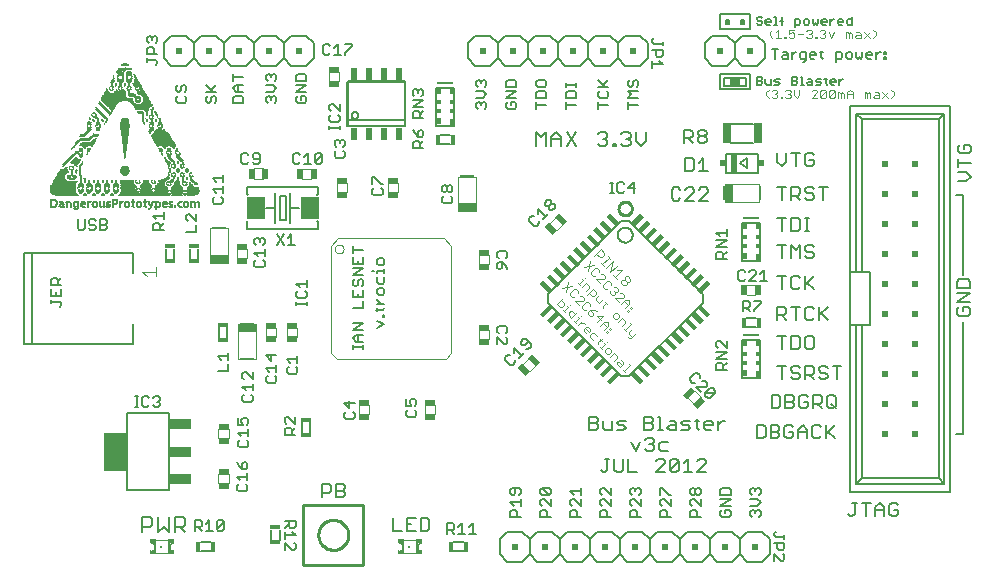
<source format=gto>
G75*
G70*
%OFA0B0*%
%FSLAX24Y24*%
%IPPOS*%
%LPD*%
%AMOC8*
5,1,8,0,0,1.08239X$1,22.5*
%
%ADD10C,0.0060*%
%ADD11C,0.0050*%
%ADD12C,0.0100*%
%ADD13C,0.0070*%
%ADD14C,0.0080*%
%ADD15C,0.0040*%
%ADD16R,0.0374X0.0197*%
%ADD17R,0.0374X0.0197*%
%ADD18R,0.0472X0.0079*%
%ADD19R,0.0591X0.0256*%
%ADD20R,0.0197X0.0374*%
%ADD21R,0.0197X0.0374*%
%ADD22R,0.0340X0.0160*%
%ADD23R,0.0193X0.0433*%
%ADD24R,0.0160X0.0340*%
%ADD25R,0.0730X0.1260*%
%ADD26R,0.0730X0.0340*%
%ADD27R,0.0200X0.0200*%
%ADD28R,0.0197X0.0128*%
%ADD29R,0.0098X0.0059*%
%ADD30R,0.0069X0.0157*%
%ADD31R,0.0079X0.0079*%
%ADD32R,0.0118X0.0118*%
%ADD33R,0.0030X0.0128*%
%ADD34R,0.0079X0.0472*%
%ADD35R,0.0256X0.0591*%
%ADD36R,0.0600X0.0750*%
%ADD37R,0.0472X0.0157*%
%ADD38C,0.0079*%
%ADD39C,0.0039*%
%ADD40C,0.0086*%
%ADD41R,0.0118X0.0236*%
%ADD42R,0.0118X0.0157*%
%ADD43R,0.0118X0.0197*%
%ADD44R,0.0551X0.0039*%
%ADD45R,0.0551X0.0079*%
%ADD46R,0.0039X0.0079*%
%ADD47R,0.0195X0.0240*%
%ADD48R,0.0197X0.0630*%
%ADD49R,0.0290X0.0690*%
%ADD50R,0.0150X0.0010*%
%ADD51R,0.0070X0.0010*%
%ADD52R,0.0160X0.0010*%
%ADD53R,0.0080X0.0010*%
%ADD54R,0.0170X0.0010*%
%ADD55R,0.0090X0.0010*%
%ADD56R,0.0040X0.0010*%
%ADD57R,0.0100X0.0010*%
%ADD58R,0.0010X0.0010*%
%ADD59R,0.0060X0.0010*%
%ADD60R,0.0130X0.0010*%
%ADD61R,0.0050X0.0010*%
%ADD62R,0.0110X0.0010*%
%ADD63R,0.0140X0.0010*%
%ADD64R,0.0120X0.0010*%
%ADD65R,0.0190X0.0010*%
%ADD66R,0.0180X0.0010*%
%ADD67R,0.0210X0.0010*%
%ADD68R,0.0220X0.0010*%
%ADD69R,0.0200X0.0010*%
%ADD70R,0.0030X0.0010*%
%ADD71R,0.0020X0.0010*%
%ADD72R,0.0310X0.0010*%
%ADD73R,0.0780X0.0010*%
%ADD74R,0.1640X0.0010*%
%ADD75R,0.0380X0.0010*%
%ADD76R,0.0260X0.0010*%
%ADD77R,0.0800X0.0010*%
%ADD78R,0.1610X0.0010*%
%ADD79R,0.0360X0.0010*%
%ADD80R,0.0290X0.0010*%
%ADD81R,0.0820X0.0010*%
%ADD82R,0.1590X0.0010*%
%ADD83R,0.0340X0.0010*%
%ADD84R,0.0840X0.0010*%
%ADD85R,0.1570X0.0010*%
%ADD86R,0.0330X0.0010*%
%ADD87R,0.0320X0.0010*%
%ADD88R,0.1550X0.0010*%
%ADD89R,0.0300X0.0010*%
%ADD90R,0.0850X0.0010*%
%ADD91R,0.1080X0.0010*%
%ADD92R,0.0520X0.0010*%
%ADD93R,0.0450X0.0010*%
%ADD94R,0.0420X0.0010*%
%ADD95R,0.0540X0.0010*%
%ADD96R,0.0410X0.0010*%
%ADD97R,0.0430X0.0010*%
%ADD98R,0.0860X0.0010*%
%ADD99R,0.0530X0.0010*%
%ADD100R,0.0390X0.0010*%
%ADD101R,0.0510X0.0010*%
%ADD102R,0.0400X0.0010*%
%ADD103R,0.0500X0.0010*%
%ADD104R,0.0480X0.0010*%
%ADD105R,0.0370X0.0010*%
%ADD106R,0.0440X0.0010*%
%ADD107R,0.0870X0.0010*%
%ADD108R,0.0350X0.0010*%
%ADD109R,0.0490X0.0010*%
%ADD110R,0.0230X0.0010*%
%ADD111R,0.0270X0.0010*%
%ADD112R,0.0240X0.0010*%
%ADD113R,0.0830X0.0010*%
%ADD114R,0.0280X0.0010*%
%ADD115R,0.0810X0.0010*%
%ADD116R,0.0470X0.0010*%
%ADD117R,0.0250X0.0010*%
%ADD118R,0.0460X0.0010*%
%ADD119R,0.0640X0.0010*%
%ADD120R,0.0630X0.0010*%
%ADD121R,0.0620X0.0010*%
%ADD122R,0.0610X0.0010*%
%ADD123R,0.0590X0.0010*%
%ADD124R,0.0580X0.0010*%
%ADD125R,0.0560X0.0010*%
%ADD126R,0.0550X0.0010*%
%ADD127R,0.0570X0.0010*%
%ADD128R,0.0650X0.0010*%
%ADD129R,0.0680X0.0010*%
%ADD130R,0.0720X0.0010*%
%ADD131R,0.1060X0.0010*%
%ADD132R,0.1070X0.0010*%
%ADD133R,0.1050X0.0010*%
%ADD134R,0.0920X0.0010*%
%ADD135R,0.0890X0.0010*%
%ADD136R,0.0770X0.0010*%
%ADD137R,0.0760X0.0010*%
%ADD138R,0.0750X0.0010*%
%ADD139R,0.0740X0.0010*%
%ADD140R,0.0730X0.0010*%
D10*
X011040Y004654D02*
X011380Y004654D01*
X011380Y004935D02*
X011040Y004935D01*
X013389Y005018D02*
X013389Y005358D01*
X013669Y005358D02*
X013669Y005018D01*
X015092Y006443D02*
X015092Y006884D01*
X015312Y006884D01*
X015385Y006810D01*
X015385Y006664D01*
X015312Y006590D01*
X015092Y006590D01*
X015552Y006664D02*
X015772Y006664D01*
X015846Y006590D01*
X015846Y006517D01*
X015772Y006443D01*
X015552Y006443D01*
X015552Y006884D01*
X015772Y006884D01*
X015846Y006810D01*
X015846Y006737D01*
X015772Y006664D01*
X017451Y005765D02*
X017451Y005325D01*
X017744Y005325D01*
X017911Y005325D02*
X018205Y005325D01*
X018371Y005325D02*
X018592Y005325D01*
X018665Y005398D01*
X018665Y005692D01*
X018592Y005765D01*
X018371Y005765D01*
X018371Y005325D01*
X018058Y005545D02*
X017911Y005545D01*
X017911Y005765D02*
X017911Y005325D01*
X017911Y005765D02*
X018205Y005765D01*
X019465Y004935D02*
X019805Y004935D01*
X019805Y004654D02*
X019465Y004654D01*
X021001Y004545D02*
X021251Y004295D01*
X021751Y004295D01*
X022001Y004545D01*
X022001Y005045D01*
X021751Y005295D01*
X021251Y005295D01*
X021001Y005045D01*
X021001Y004545D01*
X022001Y004545D02*
X022251Y004295D01*
X022751Y004295D01*
X023001Y004545D01*
X023001Y005045D01*
X022751Y005295D01*
X022251Y005295D01*
X022001Y005045D01*
X023001Y005045D02*
X023251Y005295D01*
X023751Y005295D01*
X024001Y005045D01*
X024251Y005295D01*
X024751Y005295D01*
X025001Y005045D01*
X025251Y005295D01*
X025751Y005295D01*
X026001Y005045D01*
X026251Y005295D01*
X026751Y005295D01*
X027001Y005045D01*
X027251Y005295D01*
X027751Y005295D01*
X028001Y005045D01*
X028251Y005295D01*
X028751Y005295D01*
X029001Y005045D01*
X029251Y005295D01*
X029751Y005295D01*
X030001Y005045D01*
X030001Y004545D01*
X029751Y004295D01*
X029251Y004295D01*
X029001Y004545D01*
X028751Y004295D01*
X028251Y004295D01*
X028001Y004545D01*
X028001Y005045D01*
X028001Y004545D02*
X027751Y004295D01*
X027251Y004295D01*
X027001Y004545D01*
X026751Y004295D01*
X026251Y004295D01*
X026001Y004545D01*
X025751Y004295D01*
X025251Y004295D01*
X025001Y004545D01*
X025001Y005045D01*
X025001Y004545D02*
X024751Y004295D01*
X024251Y004295D01*
X024001Y004545D01*
X023751Y004295D01*
X023251Y004295D01*
X023001Y004545D01*
X024001Y004545D02*
X024001Y005045D01*
X026001Y005045D02*
X026001Y004545D01*
X027001Y004545D02*
X027001Y005045D01*
X029001Y005045D02*
X029001Y004545D01*
X032686Y006625D02*
X032686Y012177D01*
X032899Y012177D01*
X033351Y012177D01*
X033351Y013948D01*
X032899Y013948D01*
X032686Y013948D01*
X032686Y019499D01*
X036033Y019499D01*
X036033Y006625D01*
X032686Y006625D01*
X032899Y006897D02*
X033080Y007078D01*
X033080Y012177D01*
X032899Y012177D02*
X032899Y006897D01*
X035820Y006897D01*
X035639Y007078D01*
X033080Y007078D01*
X032172Y008402D02*
X031951Y008622D01*
X031878Y008549D02*
X032172Y008843D01*
X031878Y008843D02*
X031878Y008402D01*
X031711Y008476D02*
X031638Y008402D01*
X031491Y008402D01*
X031418Y008476D01*
X031418Y008769D01*
X031491Y008843D01*
X031638Y008843D01*
X031711Y008769D01*
X031251Y008696D02*
X031251Y008402D01*
X031251Y008622D02*
X030957Y008622D01*
X030957Y008696D02*
X031104Y008843D01*
X031251Y008696D01*
X030957Y008696D02*
X030957Y008402D01*
X030791Y008476D02*
X030791Y008622D01*
X030644Y008622D01*
X030791Y008476D02*
X030717Y008402D01*
X030570Y008402D01*
X030497Y008476D01*
X030497Y008769D01*
X030570Y008843D01*
X030717Y008843D01*
X030791Y008769D01*
X030330Y008769D02*
X030330Y008696D01*
X030257Y008622D01*
X030037Y008622D01*
X030037Y008402D02*
X030257Y008402D01*
X030330Y008476D01*
X030330Y008549D01*
X030257Y008622D01*
X030330Y008769D02*
X030257Y008843D01*
X030037Y008843D01*
X030037Y008402D01*
X029870Y008476D02*
X029870Y008769D01*
X029796Y008843D01*
X029576Y008843D01*
X029576Y008402D01*
X029796Y008402D01*
X029870Y008476D01*
X028506Y008986D02*
X028433Y008986D01*
X028286Y008839D01*
X028286Y008692D02*
X028286Y008986D01*
X028119Y008913D02*
X028119Y008839D01*
X027826Y008839D01*
X027826Y008766D02*
X027826Y008913D01*
X027899Y008986D01*
X028046Y008986D01*
X028119Y008913D01*
X028046Y008692D02*
X027899Y008692D01*
X027826Y008766D01*
X027666Y008692D02*
X027592Y008766D01*
X027592Y009059D01*
X027519Y008986D02*
X027666Y008986D01*
X027352Y008986D02*
X027132Y008986D01*
X027058Y008913D01*
X027132Y008839D01*
X027279Y008839D01*
X027352Y008766D01*
X027279Y008692D01*
X027058Y008692D01*
X026892Y008692D02*
X026671Y008692D01*
X026598Y008766D01*
X026671Y008839D01*
X026892Y008839D01*
X026892Y008913D02*
X026892Y008692D01*
X026892Y008913D02*
X026818Y008986D01*
X026671Y008986D01*
X026365Y009133D02*
X026291Y009133D01*
X026365Y009133D02*
X026365Y008692D01*
X026438Y008692D02*
X026291Y008692D01*
X026124Y008766D02*
X026051Y008692D01*
X025831Y008692D01*
X025831Y009133D01*
X026051Y009133D01*
X026124Y009059D01*
X026124Y008986D01*
X026051Y008913D01*
X025831Y008913D01*
X026051Y008913D02*
X026124Y008839D01*
X026124Y008766D01*
X026070Y008433D02*
X026143Y008359D01*
X026143Y008286D01*
X026070Y008213D01*
X026143Y008139D01*
X026143Y008066D01*
X026070Y007992D01*
X025923Y007992D01*
X025850Y008066D01*
X025996Y008213D02*
X026070Y008213D01*
X026070Y008433D02*
X025923Y008433D01*
X025850Y008359D01*
X025683Y008286D02*
X025536Y007992D01*
X025389Y008286D01*
X025130Y008692D02*
X024910Y008692D01*
X024983Y008839D02*
X024910Y008913D01*
X024983Y008986D01*
X025204Y008986D01*
X025130Y008839D02*
X024983Y008839D01*
X025130Y008839D02*
X025204Y008766D01*
X025130Y008692D01*
X024743Y008692D02*
X024743Y008986D01*
X024450Y008986D02*
X024450Y008766D01*
X024523Y008692D01*
X024743Y008692D01*
X024283Y008766D02*
X024210Y008692D01*
X023989Y008692D01*
X023989Y009133D01*
X024210Y009133D01*
X024283Y009059D01*
X024283Y008986D01*
X024210Y008913D01*
X023989Y008913D01*
X024210Y008913D02*
X024283Y008839D01*
X024283Y008766D01*
X024520Y007733D02*
X024667Y007733D01*
X024594Y007733D02*
X024594Y007366D01*
X024520Y007292D01*
X024447Y007292D01*
X024374Y007366D01*
X024834Y007366D02*
X024907Y007292D01*
X025054Y007292D01*
X025128Y007366D01*
X025128Y007733D01*
X025294Y007733D02*
X025294Y007292D01*
X025588Y007292D01*
X026215Y007292D02*
X026509Y007586D01*
X026509Y007659D01*
X026435Y007733D01*
X026288Y007733D01*
X026215Y007659D01*
X026215Y007292D02*
X026509Y007292D01*
X026675Y007366D02*
X026969Y007659D01*
X026969Y007366D01*
X026896Y007292D01*
X026749Y007292D01*
X026675Y007366D01*
X026675Y007659D01*
X026749Y007733D01*
X026896Y007733D01*
X026969Y007659D01*
X027136Y007586D02*
X027283Y007733D01*
X027283Y007292D01*
X027429Y007292D02*
X027136Y007292D01*
X027596Y007292D02*
X027890Y007586D01*
X027890Y007659D01*
X027816Y007733D01*
X027669Y007733D01*
X027596Y007659D01*
X027596Y007292D02*
X027890Y007292D01*
X026604Y007992D02*
X026383Y007992D01*
X026310Y008066D01*
X026310Y008213D01*
X026383Y008286D01*
X026604Y008286D01*
X024834Y007733D02*
X024834Y007366D01*
X030069Y009402D02*
X030289Y009402D01*
X030362Y009476D01*
X030362Y009769D01*
X030289Y009843D01*
X030069Y009843D01*
X030069Y009402D01*
X030529Y009402D02*
X030749Y009402D01*
X030822Y009476D01*
X030822Y009549D01*
X030749Y009622D01*
X030529Y009622D01*
X030529Y009402D02*
X030529Y009843D01*
X030749Y009843D01*
X030822Y009769D01*
X030822Y009696D01*
X030749Y009622D01*
X030989Y009476D02*
X031063Y009402D01*
X031209Y009402D01*
X031283Y009476D01*
X031283Y009622D01*
X031136Y009622D01*
X030989Y009769D02*
X030989Y009476D01*
X031450Y009549D02*
X031670Y009549D01*
X031743Y009622D01*
X031743Y009769D01*
X031670Y009843D01*
X031450Y009843D01*
X031450Y009402D01*
X031596Y009549D02*
X031743Y009402D01*
X031910Y009476D02*
X031983Y009402D01*
X032130Y009402D01*
X032204Y009476D01*
X032204Y009769D01*
X032130Y009843D01*
X031983Y009843D01*
X031910Y009769D01*
X031910Y009476D01*
X032057Y009549D02*
X032204Y009402D01*
X031283Y009769D02*
X031209Y009843D01*
X031063Y009843D01*
X030989Y009769D01*
X030946Y010378D02*
X030799Y010378D01*
X030726Y010451D01*
X030799Y010598D02*
X030946Y010598D01*
X031019Y010524D01*
X031019Y010451D01*
X030946Y010378D01*
X031186Y010378D02*
X031186Y010818D01*
X031406Y010818D01*
X031480Y010745D01*
X031480Y010598D01*
X031406Y010524D01*
X031186Y010524D01*
X031333Y010524D02*
X031480Y010378D01*
X031646Y010451D02*
X031720Y010378D01*
X031867Y010378D01*
X031940Y010451D01*
X031940Y010524D01*
X031867Y010598D01*
X031720Y010598D01*
X031646Y010671D01*
X031646Y010745D01*
X031720Y010818D01*
X031867Y010818D01*
X031940Y010745D01*
X032107Y010818D02*
X032400Y010818D01*
X032254Y010818D02*
X032254Y010378D01*
X031019Y010745D02*
X030946Y010818D01*
X030799Y010818D01*
X030726Y010745D01*
X030726Y010671D01*
X030799Y010598D01*
X030559Y010818D02*
X030265Y010818D01*
X030412Y010818D02*
X030412Y010378D01*
X030412Y011379D02*
X030412Y011820D01*
X030265Y011820D02*
X030559Y011820D01*
X030726Y011820D02*
X030946Y011820D01*
X031019Y011746D01*
X031019Y011453D01*
X030946Y011379D01*
X030726Y011379D01*
X030726Y011820D01*
X031186Y011746D02*
X031186Y011453D01*
X031259Y011379D01*
X031406Y011379D01*
X031480Y011453D01*
X031480Y011746D01*
X031406Y011820D01*
X031259Y011820D01*
X031186Y011746D01*
X031259Y012355D02*
X031406Y012355D01*
X031480Y012428D01*
X031646Y012501D02*
X031940Y012795D01*
X031646Y012795D02*
X031646Y012355D01*
X031720Y012575D02*
X031940Y012355D01*
X031480Y012722D02*
X031406Y012795D01*
X031259Y012795D01*
X031186Y012722D01*
X031186Y012428D01*
X031259Y012355D01*
X030872Y012355D02*
X030872Y012795D01*
X030726Y012795D02*
X031019Y012795D01*
X030559Y012722D02*
X030559Y012575D01*
X030486Y012501D01*
X030265Y012501D01*
X030265Y012355D02*
X030265Y012795D01*
X030486Y012795D01*
X030559Y012722D01*
X030412Y012501D02*
X030559Y012355D01*
X029558Y012403D02*
X029218Y012403D01*
X029218Y012122D02*
X029558Y012122D01*
X030412Y013379D02*
X030412Y013820D01*
X030265Y013820D02*
X030559Y013820D01*
X030726Y013746D02*
X030726Y013453D01*
X030799Y013379D01*
X030946Y013379D01*
X031019Y013453D01*
X031186Y013526D02*
X031480Y013820D01*
X031186Y013820D02*
X031186Y013379D01*
X031259Y013599D02*
X031480Y013379D01*
X031019Y013746D02*
X030946Y013820D01*
X030799Y013820D01*
X030726Y013746D01*
X030726Y014404D02*
X030726Y014844D01*
X030872Y014697D01*
X031019Y014844D01*
X031019Y014404D01*
X031186Y014477D02*
X031259Y014404D01*
X031406Y014404D01*
X031480Y014477D01*
X031480Y014551D01*
X031406Y014624D01*
X031259Y014624D01*
X031186Y014697D01*
X031186Y014771D01*
X031259Y014844D01*
X031406Y014844D01*
X031480Y014771D01*
X031333Y015304D02*
X031186Y015304D01*
X031259Y015304D02*
X031259Y015744D01*
X031186Y015744D02*
X031333Y015744D01*
X031019Y015671D02*
X030946Y015744D01*
X030726Y015744D01*
X030726Y015304D01*
X030946Y015304D01*
X031019Y015377D01*
X031019Y015671D01*
X030559Y015744D02*
X030265Y015744D01*
X030412Y015744D02*
X030412Y015304D01*
X030412Y014844D02*
X030412Y014404D01*
X030265Y014844D02*
X030559Y014844D01*
X032686Y013948D02*
X032686Y012177D01*
X032899Y013948D02*
X032899Y019228D01*
X033080Y019047D01*
X033080Y013948D01*
X036246Y013633D02*
X036246Y013413D01*
X036687Y013413D01*
X036687Y013633D01*
X036613Y013706D01*
X036320Y013706D01*
X036246Y013633D01*
X036246Y013246D02*
X036687Y013246D01*
X036246Y012952D01*
X036687Y012952D01*
X036613Y012786D02*
X036466Y012786D01*
X036466Y012639D01*
X036320Y012786D02*
X036246Y012712D01*
X036246Y012565D01*
X036320Y012492D01*
X036613Y012492D01*
X036687Y012565D01*
X036687Y012712D01*
X036613Y012786D01*
X031793Y016353D02*
X031793Y016793D01*
X031646Y016793D02*
X031940Y016793D01*
X031480Y016720D02*
X031406Y016793D01*
X031259Y016793D01*
X031186Y016720D01*
X031186Y016647D01*
X031259Y016573D01*
X031406Y016573D01*
X031480Y016500D01*
X031480Y016426D01*
X031406Y016353D01*
X031259Y016353D01*
X031186Y016426D01*
X031019Y016353D02*
X030872Y016500D01*
X030946Y016500D02*
X030726Y016500D01*
X030726Y016353D02*
X030726Y016793D01*
X030946Y016793D01*
X031019Y016720D01*
X031019Y016573D01*
X030946Y016500D01*
X030559Y016793D02*
X030265Y016793D01*
X030412Y016793D02*
X030412Y016353D01*
X030412Y017476D02*
X030559Y017623D01*
X030559Y017916D01*
X030726Y017916D02*
X031019Y017916D01*
X030872Y017916D02*
X030872Y017476D01*
X031186Y017549D02*
X031259Y017476D01*
X031406Y017476D01*
X031480Y017549D01*
X031480Y017696D01*
X031333Y017696D01*
X031186Y017843D02*
X031186Y017549D01*
X031186Y017843D02*
X031259Y017916D01*
X031406Y017916D01*
X031480Y017843D01*
X030412Y017476D02*
X030265Y017623D01*
X030265Y017916D01*
X029463Y018258D02*
X028708Y018258D01*
X028708Y018898D02*
X029463Y018898D01*
X027901Y018625D02*
X027901Y018552D01*
X027827Y018478D01*
X027681Y018478D01*
X027607Y018552D01*
X027607Y018625D01*
X027681Y018698D01*
X027827Y018698D01*
X027901Y018625D01*
X027827Y018478D02*
X027901Y018405D01*
X027901Y018331D01*
X027827Y018258D01*
X027681Y018258D01*
X027607Y018331D01*
X027607Y018405D01*
X027681Y018478D01*
X027441Y018478D02*
X027441Y018625D01*
X027367Y018698D01*
X027147Y018698D01*
X027147Y018258D01*
X027147Y018405D02*
X027367Y018405D01*
X027441Y018478D01*
X027294Y018405D02*
X027441Y018258D01*
X027405Y017742D02*
X027185Y017742D01*
X027185Y017302D01*
X027405Y017302D01*
X027478Y017375D01*
X027478Y017669D01*
X027405Y017742D01*
X027645Y017595D02*
X027792Y017742D01*
X027792Y017302D01*
X027645Y017302D02*
X027939Y017302D01*
X027879Y016772D02*
X027732Y016772D01*
X027659Y016699D01*
X027492Y016699D02*
X027418Y016772D01*
X027272Y016772D01*
X027198Y016699D01*
X027031Y016699D02*
X026958Y016772D01*
X026811Y016772D01*
X026738Y016699D01*
X026738Y016405D01*
X026811Y016332D01*
X026958Y016332D01*
X027031Y016405D01*
X027198Y016332D02*
X027492Y016626D01*
X027492Y016699D01*
X027492Y016332D02*
X027198Y016332D01*
X027659Y016332D02*
X027952Y016626D01*
X027952Y016699D01*
X027879Y016772D01*
X027952Y016332D02*
X027659Y016332D01*
X032899Y019228D02*
X035820Y019228D01*
X035639Y019047D01*
X033080Y019047D01*
X035639Y019047D02*
X035639Y007078D01*
X035820Y006897D02*
X035820Y019228D01*
X036344Y018194D02*
X036271Y018121D01*
X036271Y017974D01*
X036344Y017901D01*
X036638Y017901D01*
X036711Y017974D01*
X036711Y018121D01*
X036638Y018194D01*
X036491Y018194D01*
X036491Y018048D01*
X036271Y017734D02*
X036271Y017441D01*
X036271Y017587D02*
X036711Y017587D01*
X036564Y017274D02*
X036271Y017274D01*
X036564Y017274D02*
X036711Y017127D01*
X036564Y016980D01*
X036271Y016980D01*
X029848Y021080D02*
X029598Y020830D01*
X029098Y020830D01*
X028848Y021080D01*
X028598Y020830D01*
X028098Y020830D01*
X027848Y021080D01*
X027848Y021580D01*
X028098Y021830D01*
X028598Y021830D01*
X028848Y021580D01*
X029098Y021830D01*
X029598Y021830D01*
X029848Y021580D01*
X029848Y021080D01*
X028848Y021080D02*
X028848Y021580D01*
X025942Y021580D02*
X025942Y021080D01*
X025692Y020830D01*
X025192Y020830D01*
X024942Y021080D01*
X024692Y020830D01*
X024192Y020830D01*
X023942Y021080D01*
X023942Y021580D01*
X024192Y021830D01*
X024692Y021830D01*
X024942Y021580D01*
X025192Y021830D01*
X025692Y021830D01*
X025942Y021580D01*
X024942Y021580D02*
X024942Y021080D01*
X023942Y021080D02*
X023692Y020830D01*
X023192Y020830D01*
X022942Y021080D01*
X022692Y020830D01*
X022192Y020830D01*
X021942Y021080D01*
X021692Y020830D01*
X021192Y020830D01*
X020942Y021080D01*
X020692Y020830D01*
X020192Y020830D01*
X019942Y021080D01*
X019942Y021580D01*
X020192Y021830D01*
X020692Y021830D01*
X020942Y021580D01*
X021192Y021830D01*
X021692Y021830D01*
X021942Y021580D01*
X022192Y021830D01*
X022692Y021830D01*
X022942Y021580D01*
X023192Y021830D01*
X023692Y021830D01*
X023942Y021580D01*
X022942Y021580D02*
X022942Y021080D01*
X021942Y021080D02*
X021942Y021580D01*
X020942Y021580D02*
X020942Y021080D01*
X019361Y018503D02*
X019021Y018503D01*
X019021Y018222D02*
X019361Y018222D01*
X014812Y021080D02*
X014562Y020830D01*
X014062Y020830D01*
X013812Y021080D01*
X013562Y020830D01*
X013062Y020830D01*
X012812Y021080D01*
X012812Y021580D01*
X013062Y021830D01*
X013562Y021830D01*
X013812Y021580D01*
X014062Y021830D01*
X014562Y021830D01*
X014812Y021580D01*
X014812Y021080D01*
X013812Y021080D02*
X013812Y021580D01*
X012812Y021580D02*
X012562Y021830D01*
X012062Y021830D01*
X011812Y021580D01*
X011562Y021830D01*
X011062Y021830D01*
X010812Y021580D01*
X010562Y021830D01*
X010062Y021830D01*
X009812Y021580D01*
X009812Y021080D01*
X010062Y020830D01*
X010562Y020830D01*
X010812Y021080D01*
X010812Y021580D01*
X010812Y021080D02*
X011062Y020830D01*
X011562Y020830D01*
X011812Y021080D01*
X011812Y021580D01*
X011812Y021080D02*
X012062Y020830D01*
X012562Y020830D01*
X012812Y021080D01*
X010959Y014732D02*
X010959Y014392D01*
X010679Y014392D02*
X010679Y014732D01*
X010159Y014732D02*
X010159Y014392D01*
X009879Y014392D02*
X009879Y014732D01*
X011651Y012107D02*
X011651Y011767D01*
X011931Y011767D02*
X011931Y012107D01*
X014407Y008940D02*
X014407Y008600D01*
X014687Y008600D02*
X014687Y008940D01*
D11*
X014192Y008897D02*
X013959Y009130D01*
X013900Y009130D01*
X013842Y009072D01*
X013842Y008955D01*
X013900Y008897D01*
X013900Y008762D02*
X014017Y008762D01*
X014075Y008703D01*
X014075Y008528D01*
X014075Y008645D02*
X014192Y008762D01*
X014192Y008897D02*
X014192Y009130D01*
X013900Y008762D02*
X013842Y008703D01*
X013842Y008528D01*
X014192Y008528D01*
X012627Y008476D02*
X012627Y008709D01*
X012627Y008592D02*
X012277Y008592D01*
X012393Y008476D01*
X012335Y008341D02*
X012277Y008282D01*
X012277Y008166D01*
X012335Y008107D01*
X012569Y008107D01*
X012627Y008166D01*
X012627Y008282D01*
X012569Y008341D01*
X012569Y008844D02*
X012627Y008902D01*
X012627Y009019D01*
X012569Y009077D01*
X012452Y009077D01*
X012393Y009019D01*
X012393Y008961D01*
X012452Y008844D01*
X012277Y008844D01*
X012277Y009077D01*
X012490Y009632D02*
X012724Y009632D01*
X012782Y009691D01*
X012782Y009808D01*
X012724Y009866D01*
X012782Y010001D02*
X012782Y010234D01*
X012782Y010117D02*
X012432Y010117D01*
X012549Y010001D01*
X012490Y009866D02*
X012432Y009808D01*
X012432Y009691D01*
X012490Y009632D01*
X013216Y010321D02*
X013274Y010262D01*
X013508Y010262D01*
X013566Y010321D01*
X013566Y010437D01*
X013508Y010496D01*
X013566Y010631D02*
X013566Y010864D01*
X013566Y010747D02*
X013216Y010747D01*
X013332Y010631D01*
X013274Y010496D02*
X013216Y010437D01*
X013216Y010321D01*
X012782Y010369D02*
X012549Y010603D01*
X012490Y010603D01*
X012432Y010544D01*
X012432Y010427D01*
X012490Y010369D01*
X012782Y010369D02*
X012782Y010603D01*
X013216Y011174D02*
X013391Y010999D01*
X013391Y011232D01*
X013566Y011174D02*
X013216Y011174D01*
X013916Y011047D02*
X014266Y011047D01*
X014266Y010931D02*
X014266Y011164D01*
X014032Y010931D02*
X013916Y011047D01*
X013974Y010796D02*
X013916Y010737D01*
X013916Y010621D01*
X013974Y010562D01*
X014208Y010562D01*
X014266Y010621D01*
X014266Y010737D01*
X014208Y010796D01*
X016116Y011387D02*
X016116Y011504D01*
X016116Y011446D02*
X016466Y011446D01*
X016466Y011504D02*
X016466Y011387D01*
X016466Y011633D02*
X016232Y011633D01*
X016116Y011750D01*
X016232Y011866D01*
X016466Y011866D01*
X016466Y012001D02*
X016116Y012001D01*
X016466Y012235D01*
X016116Y012235D01*
X016291Y011866D02*
X016291Y011633D01*
X016932Y012087D02*
X017166Y012204D01*
X016932Y012321D01*
X017108Y012456D02*
X017108Y012514D01*
X017166Y012514D01*
X017166Y012456D01*
X017108Y012456D01*
X017108Y012698D02*
X017166Y012757D01*
X017108Y012698D02*
X016874Y012698D01*
X016932Y012640D02*
X016932Y012757D01*
X016932Y012885D02*
X017166Y012885D01*
X017049Y012885D02*
X016932Y013002D01*
X016932Y013060D01*
X016991Y013192D02*
X017108Y013192D01*
X017166Y013251D01*
X017166Y013367D01*
X017108Y013426D01*
X016991Y013426D01*
X016932Y013367D01*
X016932Y013251D01*
X016991Y013192D01*
X016991Y013561D02*
X017108Y013561D01*
X017166Y013619D01*
X017166Y013794D01*
X017166Y013929D02*
X017166Y014046D01*
X017166Y013987D02*
X016932Y013987D01*
X016932Y013929D01*
X016816Y013987D02*
X016757Y013987D01*
X016932Y013794D02*
X016932Y013619D01*
X016991Y013561D01*
X016466Y013533D02*
X016466Y013650D01*
X016408Y013708D01*
X016349Y013708D01*
X016291Y013650D01*
X016291Y013533D01*
X016232Y013474D01*
X016174Y013474D01*
X016116Y013533D01*
X016116Y013650D01*
X016174Y013708D01*
X016116Y013843D02*
X016466Y014076D01*
X016116Y014076D01*
X016116Y014211D02*
X016466Y014211D01*
X016466Y014445D01*
X016291Y014328D02*
X016291Y014211D01*
X016116Y014211D02*
X016116Y014445D01*
X016116Y014579D02*
X016116Y014813D01*
X016116Y014696D02*
X016466Y014696D01*
X016932Y014349D02*
X016991Y014408D01*
X017108Y014408D01*
X017166Y014349D01*
X017166Y014233D01*
X017108Y014174D01*
X016991Y014174D01*
X016932Y014233D01*
X016932Y014349D01*
X016466Y013843D02*
X016116Y013843D01*
X016466Y013533D02*
X016408Y013474D01*
X016466Y013340D02*
X016466Y013106D01*
X016116Y013106D01*
X016116Y013340D01*
X016291Y013223D02*
X016291Y013106D01*
X016466Y012971D02*
X016466Y012738D01*
X016116Y012738D01*
X014579Y012835D02*
X014579Y012952D01*
X014579Y012894D02*
X014229Y012894D01*
X014229Y012952D02*
X014229Y012835D01*
X014287Y013081D02*
X014521Y013081D01*
X014579Y013139D01*
X014579Y013256D01*
X014521Y013314D01*
X014579Y013449D02*
X014579Y013683D01*
X014579Y013566D02*
X014229Y013566D01*
X014346Y013449D01*
X014287Y013314D02*
X014229Y013256D01*
X014229Y013139D01*
X014287Y013081D01*
X013183Y014165D02*
X013125Y014106D01*
X012891Y014106D01*
X012833Y014165D01*
X012833Y014281D01*
X012891Y014340D01*
X012950Y014475D02*
X012833Y014591D01*
X013183Y014591D01*
X013183Y014475D02*
X013183Y014708D01*
X013125Y014843D02*
X013183Y014901D01*
X013183Y015018D01*
X013125Y015076D01*
X013066Y015076D01*
X013008Y015018D01*
X013008Y014960D01*
X013008Y015018D02*
X012950Y015076D01*
X012891Y015076D01*
X012833Y015018D01*
X012833Y014901D01*
X012891Y014843D01*
X013125Y014340D02*
X013183Y014281D01*
X013183Y014165D01*
X013581Y014852D02*
X013815Y015203D01*
X013950Y015086D02*
X014066Y015203D01*
X014066Y014852D01*
X013950Y014852D02*
X014183Y014852D01*
X013815Y014852D02*
X013581Y015203D01*
X013522Y015581D02*
X013522Y016081D01*
X013222Y016081D01*
X013522Y016081D02*
X013522Y016581D01*
X013672Y016481D02*
X013672Y015681D01*
X013872Y015681D01*
X013872Y016481D01*
X013672Y016481D01*
X014022Y016581D02*
X014022Y016081D01*
X014322Y016081D01*
X014022Y016081D02*
X014022Y015581D01*
X014914Y015648D02*
X014953Y015609D01*
X014953Y015373D01*
X012591Y015373D01*
X012591Y015609D01*
X012630Y015648D01*
X011790Y016278D02*
X011790Y016395D01*
X011732Y016453D01*
X011790Y016588D02*
X011790Y016822D01*
X011790Y016705D02*
X011440Y016705D01*
X011557Y016588D01*
X011498Y016453D02*
X011440Y016395D01*
X011440Y016278D01*
X011498Y016220D01*
X011732Y016220D01*
X011790Y016278D01*
X011790Y016956D02*
X011790Y017190D01*
X011790Y017073D02*
X011440Y017073D01*
X011557Y016956D01*
X012591Y016790D02*
X012591Y016554D01*
X012630Y016514D01*
X012591Y016790D02*
X014953Y016790D01*
X014953Y016554D01*
X014914Y016514D01*
X014910Y017556D02*
X014852Y017615D01*
X015086Y017848D01*
X015086Y017615D01*
X015027Y017556D01*
X014910Y017556D01*
X014852Y017615D02*
X014852Y017848D01*
X014910Y017907D01*
X015027Y017907D01*
X015086Y017848D01*
X015508Y017818D02*
X015566Y017760D01*
X015800Y017760D01*
X015858Y017818D01*
X015858Y017935D01*
X015800Y017994D01*
X015800Y018128D02*
X015858Y018187D01*
X015858Y018303D01*
X015800Y018362D01*
X015741Y018362D01*
X015683Y018303D01*
X015683Y018245D01*
X015683Y018303D02*
X015624Y018362D01*
X015566Y018362D01*
X015508Y018303D01*
X015508Y018187D01*
X015566Y018128D01*
X015566Y017994D02*
X015508Y017935D01*
X015508Y017818D01*
X014717Y017556D02*
X014484Y017556D01*
X014601Y017556D02*
X014601Y017907D01*
X014484Y017790D01*
X014349Y017848D02*
X014291Y017907D01*
X014174Y017907D01*
X014115Y017848D01*
X014115Y017615D01*
X014174Y017556D01*
X014291Y017556D01*
X014349Y017615D01*
X013002Y017615D02*
X013002Y017848D01*
X012944Y017907D01*
X012827Y017907D01*
X012768Y017848D01*
X012768Y017790D01*
X012827Y017731D01*
X013002Y017731D01*
X013002Y017615D02*
X012944Y017556D01*
X012827Y017556D01*
X012768Y017615D01*
X012634Y017615D02*
X012575Y017556D01*
X012458Y017556D01*
X012400Y017615D01*
X012400Y017848D01*
X012458Y017907D01*
X012575Y017907D01*
X012634Y017848D01*
X015334Y018706D02*
X015334Y018823D01*
X015334Y018764D02*
X015684Y018764D01*
X015684Y018706D02*
X015684Y018823D01*
X015626Y018951D02*
X015684Y019010D01*
X015684Y019126D01*
X015626Y019185D01*
X015684Y019320D02*
X015451Y019553D01*
X015392Y019553D01*
X015334Y019495D01*
X015334Y019378D01*
X015392Y019320D01*
X015392Y019185D02*
X015334Y019126D01*
X015334Y019010D01*
X015392Y018951D01*
X015626Y018951D01*
X015907Y018814D02*
X015907Y020271D01*
X017836Y020271D01*
X017836Y018814D01*
X015907Y018814D01*
X016071Y019169D02*
X016073Y019189D01*
X016078Y019209D01*
X016088Y019227D01*
X016100Y019244D01*
X016115Y019258D01*
X016133Y019268D01*
X016152Y019276D01*
X016172Y019280D01*
X016192Y019280D01*
X016212Y019276D01*
X016231Y019268D01*
X016249Y019258D01*
X016264Y019244D01*
X016276Y019227D01*
X016286Y019209D01*
X016291Y019189D01*
X016293Y019169D01*
X016291Y019149D01*
X016286Y019129D01*
X016276Y019111D01*
X016264Y019094D01*
X016249Y019080D01*
X016231Y019070D01*
X016212Y019062D01*
X016192Y019058D01*
X016172Y019058D01*
X016152Y019062D01*
X016133Y019070D01*
X016115Y019080D01*
X016100Y019094D01*
X016088Y019111D01*
X016078Y019129D01*
X016073Y019149D01*
X016071Y019169D01*
X015684Y019320D02*
X015684Y019553D01*
X014566Y019642D02*
X014566Y019759D01*
X014508Y019817D01*
X014391Y019817D01*
X014391Y019700D01*
X014508Y019583D02*
X014566Y019642D01*
X014508Y019583D02*
X014274Y019583D01*
X014216Y019642D01*
X014216Y019759D01*
X014274Y019817D01*
X014216Y019952D02*
X014566Y020185D01*
X014216Y020185D01*
X014216Y020320D02*
X014216Y020495D01*
X014274Y020554D01*
X014508Y020554D01*
X014566Y020495D01*
X014566Y020320D01*
X014216Y020320D01*
X014216Y019952D02*
X014566Y019952D01*
X013566Y020068D02*
X013449Y019952D01*
X013216Y019952D01*
X013274Y019817D02*
X013332Y019817D01*
X013391Y019759D01*
X013449Y019817D01*
X013508Y019817D01*
X013566Y019759D01*
X013566Y019642D01*
X013508Y019583D01*
X013391Y019700D02*
X013391Y019759D01*
X013274Y019817D02*
X013216Y019759D01*
X013216Y019642D01*
X013274Y019583D01*
X013566Y020068D02*
X013449Y020185D01*
X013216Y020185D01*
X013274Y020320D02*
X013216Y020378D01*
X013216Y020495D01*
X013274Y020554D01*
X013332Y020554D01*
X013391Y020495D01*
X013449Y020554D01*
X013508Y020554D01*
X013566Y020495D01*
X013566Y020378D01*
X013508Y020320D01*
X013391Y020437D02*
X013391Y020495D01*
X012466Y020437D02*
X012116Y020437D01*
X012116Y020320D02*
X012116Y020554D01*
X012232Y020185D02*
X012466Y020185D01*
X012291Y020185D02*
X012291Y019952D01*
X012232Y019952D02*
X012116Y020068D01*
X012232Y020185D01*
X012232Y019952D02*
X012466Y019952D01*
X012408Y019817D02*
X012174Y019817D01*
X012116Y019759D01*
X012116Y019583D01*
X012466Y019583D01*
X012466Y019759D01*
X012408Y019817D01*
X011566Y019759D02*
X011566Y019642D01*
X011508Y019583D01*
X011391Y019642D02*
X011391Y019759D01*
X011449Y019817D01*
X011508Y019817D01*
X011566Y019759D01*
X011566Y019952D02*
X011216Y019952D01*
X011274Y019817D02*
X011216Y019759D01*
X011216Y019642D01*
X011274Y019583D01*
X011332Y019583D01*
X011391Y019642D01*
X011449Y019952D02*
X011216Y020185D01*
X011391Y020010D02*
X011566Y020185D01*
X010566Y020127D02*
X010566Y020010D01*
X010508Y019952D01*
X010391Y020010D02*
X010391Y020127D01*
X010449Y020185D01*
X010508Y020185D01*
X010566Y020127D01*
X010391Y020010D02*
X010332Y019952D01*
X010274Y019952D01*
X010216Y020010D01*
X010216Y020127D01*
X010274Y020185D01*
X010274Y019817D02*
X010216Y019759D01*
X010216Y019642D01*
X010274Y019583D01*
X010508Y019583D01*
X010566Y019642D01*
X010566Y019759D01*
X010508Y019817D01*
X009540Y020844D02*
X009599Y020902D01*
X009599Y020960D01*
X009540Y021019D01*
X009248Y021019D01*
X009248Y021077D02*
X009248Y020960D01*
X009248Y021212D02*
X009248Y021387D01*
X009307Y021445D01*
X009424Y021445D01*
X009482Y021387D01*
X009482Y021212D01*
X009599Y021212D02*
X009248Y021212D01*
X009307Y021580D02*
X009248Y021639D01*
X009248Y021755D01*
X009307Y021814D01*
X009365Y021814D01*
X009424Y021755D01*
X009482Y021814D01*
X009540Y021814D01*
X009599Y021755D01*
X009599Y021639D01*
X009540Y021580D01*
X009424Y021697D02*
X009424Y021755D01*
X015116Y021476D02*
X015116Y021243D01*
X015174Y021184D01*
X015291Y021184D01*
X015349Y021243D01*
X015484Y021184D02*
X015718Y021184D01*
X015601Y021184D02*
X015601Y021535D01*
X015484Y021418D01*
X015349Y021476D02*
X015291Y021535D01*
X015174Y021535D01*
X015116Y021476D01*
X015852Y021535D02*
X016086Y021535D01*
X016086Y021476D01*
X015852Y021243D01*
X015852Y021184D01*
X018103Y019982D02*
X018161Y020040D01*
X018220Y020040D01*
X018278Y019982D01*
X018337Y020040D01*
X018395Y020040D01*
X018453Y019982D01*
X018453Y019865D01*
X018395Y019806D01*
X018453Y019672D02*
X018103Y019672D01*
X018161Y019806D02*
X018103Y019865D01*
X018103Y019982D01*
X018278Y019982D02*
X018278Y019923D01*
X018453Y019672D02*
X018103Y019438D01*
X018453Y019438D01*
X018453Y019303D02*
X018337Y019187D01*
X018337Y019245D02*
X018337Y019070D01*
X018453Y019070D02*
X018103Y019070D01*
X018103Y019245D01*
X018161Y019303D01*
X018278Y019303D01*
X018337Y019245D01*
X018349Y018689D02*
X018291Y018631D01*
X018291Y018456D01*
X018408Y018456D01*
X018466Y018514D01*
X018466Y018631D01*
X018408Y018689D01*
X018349Y018689D01*
X018174Y018572D02*
X018291Y018456D01*
X018291Y018321D02*
X018349Y018262D01*
X018349Y018087D01*
X018466Y018087D02*
X018116Y018087D01*
X018116Y018262D01*
X018174Y018321D01*
X018291Y018321D01*
X018349Y018204D02*
X018466Y018321D01*
X018174Y018572D02*
X018116Y018689D01*
X020216Y019446D02*
X020216Y019562D01*
X020274Y019621D01*
X020332Y019621D01*
X020391Y019562D01*
X020449Y019621D01*
X020508Y019621D01*
X020566Y019562D01*
X020566Y019446D01*
X020508Y019387D01*
X020391Y019504D02*
X020391Y019562D01*
X020449Y019756D02*
X020566Y019872D01*
X020449Y019989D01*
X020216Y019989D01*
X020274Y020124D02*
X020216Y020182D01*
X020216Y020299D01*
X020274Y020357D01*
X020332Y020357D01*
X020391Y020299D01*
X020449Y020357D01*
X020508Y020357D01*
X020566Y020299D01*
X020566Y020182D01*
X020508Y020124D01*
X020391Y020241D02*
X020391Y020299D01*
X020449Y019756D02*
X020216Y019756D01*
X020216Y019446D02*
X020274Y019387D01*
X021216Y019446D02*
X021274Y019387D01*
X021508Y019387D01*
X021566Y019446D01*
X021566Y019562D01*
X021508Y019621D01*
X021391Y019621D01*
X021391Y019504D01*
X021274Y019621D02*
X021216Y019562D01*
X021216Y019446D01*
X021216Y019756D02*
X021566Y019989D01*
X021216Y019989D01*
X021216Y020124D02*
X021216Y020299D01*
X021274Y020357D01*
X021508Y020357D01*
X021566Y020299D01*
X021566Y020124D01*
X021216Y020124D01*
X021216Y019756D02*
X021566Y019756D01*
X022216Y019756D02*
X022216Y019931D01*
X022274Y019989D01*
X022508Y019989D01*
X022566Y019931D01*
X022566Y019756D01*
X022216Y019756D01*
X022216Y019621D02*
X022216Y019387D01*
X022216Y019504D02*
X022566Y019504D01*
X023216Y019504D02*
X023566Y019504D01*
X023566Y019756D02*
X023216Y019756D01*
X023216Y019931D01*
X023274Y019989D01*
X023507Y019989D01*
X023566Y019931D01*
X023566Y019756D01*
X023216Y019621D02*
X023216Y019387D01*
X023216Y020124D02*
X023216Y020241D01*
X023216Y020182D02*
X023566Y020182D01*
X023566Y020124D02*
X023566Y020241D01*
X024278Y020357D02*
X024512Y020124D01*
X024453Y020182D02*
X024628Y020357D01*
X024628Y020124D02*
X024278Y020124D01*
X024336Y019989D02*
X024278Y019931D01*
X024278Y019814D01*
X024336Y019756D01*
X024570Y019756D01*
X024628Y019814D01*
X024628Y019931D01*
X024570Y019989D01*
X024278Y019621D02*
X024278Y019387D01*
X024278Y019504D02*
X024628Y019504D01*
X025278Y019504D02*
X025628Y019504D01*
X025628Y019756D02*
X025278Y019756D01*
X025395Y019872D01*
X025278Y019989D01*
X025628Y019989D01*
X025570Y020124D02*
X025628Y020182D01*
X025628Y020299D01*
X025570Y020357D01*
X025512Y020357D01*
X025453Y020299D01*
X025453Y020182D01*
X025395Y020124D01*
X025336Y020124D01*
X025278Y020182D01*
X025278Y020299D01*
X025336Y020357D01*
X026087Y020765D02*
X026087Y020998D01*
X026087Y020882D02*
X026437Y020882D01*
X026321Y020998D01*
X026379Y021133D02*
X026262Y021133D01*
X026204Y021192D01*
X026204Y021367D01*
X026087Y021367D02*
X026437Y021367D01*
X026437Y021192D01*
X026379Y021133D01*
X026437Y021502D02*
X026437Y021618D01*
X026437Y021560D02*
X026145Y021560D01*
X026087Y021618D01*
X026087Y021677D01*
X026145Y021735D01*
X028348Y022042D02*
X028348Y022542D01*
X029348Y022542D01*
X029348Y022042D01*
X028348Y022042D01*
X028535Y022229D02*
X028660Y022229D01*
X028660Y022242D01*
X028535Y022242D01*
X028535Y022292D01*
X028660Y022292D01*
X028660Y022342D01*
X028535Y022342D01*
X028535Y022354D01*
X028660Y022354D01*
X028660Y022342D01*
X028660Y022292D02*
X028660Y022242D01*
X028535Y022229D02*
X028535Y022242D01*
X028535Y022292D02*
X028535Y022342D01*
X029035Y022342D02*
X029160Y022342D01*
X029160Y022292D01*
X029035Y022292D01*
X029035Y022242D01*
X029160Y022242D01*
X029160Y022229D01*
X029035Y022229D01*
X029035Y022242D01*
X029035Y022292D02*
X029035Y022342D01*
X029035Y022354D01*
X029160Y022354D01*
X029160Y022342D01*
X029160Y022292D02*
X029160Y022242D01*
X029572Y022237D02*
X029617Y022192D01*
X029707Y022192D01*
X029752Y022237D01*
X029752Y022282D01*
X029707Y022327D01*
X029617Y022327D01*
X029572Y022372D01*
X029572Y022417D01*
X029617Y022462D01*
X029707Y022462D01*
X029752Y022417D01*
X029867Y022327D02*
X029912Y022372D01*
X030002Y022372D01*
X030047Y022327D01*
X030047Y022282D01*
X029867Y022282D01*
X029867Y022237D02*
X029867Y022327D01*
X029867Y022237D02*
X029912Y022192D01*
X030002Y022192D01*
X030162Y022192D02*
X030252Y022192D01*
X030207Y022192D02*
X030207Y022462D01*
X030162Y022462D01*
X030358Y022327D02*
X030448Y022327D01*
X030403Y022417D02*
X030403Y022192D01*
X030403Y022417D02*
X030448Y022462D01*
X030849Y022372D02*
X030984Y022372D01*
X031029Y022327D01*
X031029Y022237D01*
X030984Y022192D01*
X030849Y022192D01*
X030849Y022102D02*
X030849Y022372D01*
X031144Y022327D02*
X031144Y022237D01*
X031189Y022192D01*
X031279Y022192D01*
X031324Y022237D01*
X031324Y022327D01*
X031279Y022372D01*
X031189Y022372D01*
X031144Y022327D01*
X031438Y022372D02*
X031438Y022237D01*
X031483Y022192D01*
X031528Y022237D01*
X031574Y022192D01*
X031619Y022237D01*
X031619Y022372D01*
X031733Y022327D02*
X031778Y022372D01*
X031868Y022372D01*
X031913Y022327D01*
X031913Y022282D01*
X031733Y022282D01*
X031733Y022237D02*
X031733Y022327D01*
X031733Y022237D02*
X031778Y022192D01*
X031868Y022192D01*
X032028Y022192D02*
X032028Y022372D01*
X032118Y022372D02*
X032163Y022372D01*
X032118Y022372D02*
X032028Y022282D01*
X032273Y022282D02*
X032453Y022282D01*
X032453Y022327D01*
X032408Y022372D01*
X032318Y022372D01*
X032273Y022327D01*
X032273Y022237D01*
X032318Y022192D01*
X032408Y022192D01*
X032568Y022237D02*
X032568Y022327D01*
X032613Y022372D01*
X032748Y022372D01*
X032748Y022462D02*
X032748Y022192D01*
X032613Y022192D01*
X032568Y022237D01*
X032610Y021274D02*
X032558Y021222D01*
X032558Y021118D01*
X032610Y021067D01*
X032713Y021067D01*
X032765Y021118D01*
X032765Y021222D01*
X032713Y021274D01*
X032610Y021274D01*
X032434Y021222D02*
X032434Y021118D01*
X032382Y021067D01*
X032227Y021067D01*
X032227Y020963D02*
X032227Y021274D01*
X032382Y021274D01*
X032434Y021222D01*
X032890Y021274D02*
X032890Y021118D01*
X032941Y021067D01*
X032993Y021118D01*
X033045Y021067D01*
X033097Y021118D01*
X033097Y021274D01*
X033221Y021222D02*
X033273Y021274D01*
X033376Y021274D01*
X033428Y021222D01*
X033428Y021170D01*
X033221Y021170D01*
X033221Y021118D02*
X033221Y021222D01*
X033221Y021118D02*
X033273Y021067D01*
X033376Y021067D01*
X033553Y021067D02*
X033553Y021274D01*
X033656Y021274D02*
X033708Y021274D01*
X033656Y021274D02*
X033553Y021170D01*
X033829Y021118D02*
X033829Y021067D01*
X033881Y021067D01*
X033881Y021118D01*
X033829Y021118D01*
X033829Y021222D02*
X033829Y021274D01*
X033881Y021274D01*
X033881Y021222D01*
X033829Y021222D01*
X032457Y020372D02*
X032412Y020372D01*
X032322Y020282D01*
X032322Y020192D02*
X032322Y020372D01*
X032208Y020327D02*
X032208Y020282D01*
X032028Y020282D01*
X032028Y020237D02*
X032028Y020327D01*
X032073Y020372D01*
X032163Y020372D01*
X032208Y020327D01*
X032163Y020192D02*
X032073Y020192D01*
X032028Y020237D01*
X031921Y020192D02*
X031876Y020237D01*
X031876Y020417D01*
X031831Y020372D02*
X031921Y020372D01*
X031717Y020372D02*
X031582Y020372D01*
X031537Y020327D01*
X031582Y020282D01*
X031672Y020282D01*
X031717Y020237D01*
X031672Y020192D01*
X031537Y020192D01*
X031422Y020192D02*
X031287Y020192D01*
X031242Y020237D01*
X031287Y020282D01*
X031422Y020282D01*
X031422Y020327D02*
X031422Y020192D01*
X031422Y020327D02*
X031377Y020372D01*
X031287Y020372D01*
X031091Y020462D02*
X031091Y020192D01*
X031046Y020192D02*
X031136Y020192D01*
X030931Y020237D02*
X030886Y020192D01*
X030751Y020192D01*
X030751Y020462D01*
X030886Y020462D01*
X030931Y020417D01*
X030931Y020372D01*
X030886Y020327D01*
X030751Y020327D01*
X030886Y020327D02*
X030931Y020282D01*
X030931Y020237D01*
X031046Y020462D02*
X031091Y020462D01*
X031115Y020963D02*
X031167Y020963D01*
X031218Y021015D01*
X031218Y021274D01*
X031063Y021274D01*
X031011Y021222D01*
X031011Y021118D01*
X031063Y021067D01*
X031218Y021067D01*
X031343Y021118D02*
X031343Y021222D01*
X031395Y021274D01*
X031498Y021274D01*
X031550Y021222D01*
X031550Y021170D01*
X031343Y021170D01*
X031343Y021118D02*
X031395Y021067D01*
X031498Y021067D01*
X031726Y021118D02*
X031778Y021067D01*
X031726Y021118D02*
X031726Y021325D01*
X031674Y021274D02*
X031778Y021274D01*
X030890Y021274D02*
X030839Y021274D01*
X030735Y021170D01*
X030735Y021067D02*
X030735Y021274D01*
X030611Y021222D02*
X030611Y021067D01*
X030456Y021067D01*
X030404Y021118D01*
X030456Y021170D01*
X030611Y021170D01*
X030611Y021222D02*
X030559Y021274D01*
X030456Y021274D01*
X030279Y021377D02*
X030072Y021377D01*
X030176Y021377D02*
X030176Y021067D01*
X030207Y020372D02*
X030342Y020372D01*
X030297Y020282D02*
X030207Y020282D01*
X030162Y020327D01*
X030207Y020372D01*
X030297Y020282D02*
X030342Y020237D01*
X030297Y020192D01*
X030162Y020192D01*
X030047Y020192D02*
X030047Y020372D01*
X029867Y020372D02*
X029867Y020237D01*
X029912Y020192D01*
X030047Y020192D01*
X029752Y020237D02*
X029707Y020192D01*
X029572Y020192D01*
X029572Y020462D01*
X029707Y020462D01*
X029752Y020417D01*
X029752Y020372D01*
X029707Y020327D01*
X029572Y020327D01*
X029707Y020327D02*
X029752Y020282D01*
X029752Y020237D01*
X029348Y020042D02*
X028348Y020042D01*
X028348Y020542D01*
X029348Y020542D01*
X029348Y020042D01*
X029223Y020167D02*
X028473Y020167D01*
X028473Y020417D01*
X029223Y020417D01*
X029223Y020167D01*
X028973Y020167D02*
X028723Y020167D01*
X028723Y020192D01*
X028973Y020192D01*
X028973Y020167D01*
X028973Y020192D02*
X028973Y020242D01*
X028723Y020242D01*
X028723Y020292D01*
X028973Y020292D01*
X028973Y020342D01*
X028723Y020342D01*
X028723Y020392D01*
X028973Y020392D01*
X028973Y020342D01*
X028973Y020392D02*
X028973Y020417D01*
X028723Y020417D01*
X028723Y020392D01*
X028723Y020342D02*
X028723Y020292D01*
X028723Y020242D02*
X028723Y020192D01*
X028973Y020242D02*
X028973Y020292D01*
X028558Y017893D02*
X028558Y017263D01*
X029617Y017263D01*
X029617Y017893D01*
X028558Y017893D01*
X029016Y017578D02*
X029252Y017421D01*
X029252Y017736D01*
X029016Y017578D01*
X025530Y016764D02*
X025297Y016762D01*
X025471Y016939D01*
X025473Y016588D01*
X025163Y016645D02*
X025105Y016586D01*
X024988Y016585D01*
X024930Y016643D01*
X024928Y016876D01*
X024986Y016935D01*
X025103Y016936D01*
X025161Y016878D01*
X024799Y016934D02*
X024682Y016933D01*
X024740Y016934D02*
X024743Y016583D01*
X024801Y016584D02*
X024684Y016583D01*
X024941Y015184D02*
X024943Y015215D01*
X024949Y015246D01*
X024959Y015276D01*
X024972Y015304D01*
X024989Y015331D01*
X025009Y015355D01*
X025032Y015377D01*
X025057Y015395D01*
X025085Y015410D01*
X025114Y015422D01*
X025144Y015430D01*
X025175Y015434D01*
X025207Y015434D01*
X025238Y015430D01*
X025268Y015422D01*
X025297Y015410D01*
X025325Y015395D01*
X025350Y015377D01*
X025373Y015355D01*
X025393Y015331D01*
X025410Y015304D01*
X025423Y015276D01*
X025433Y015246D01*
X025439Y015215D01*
X025441Y015184D01*
X025439Y015153D01*
X025433Y015122D01*
X025423Y015092D01*
X025410Y015064D01*
X025393Y015037D01*
X025373Y015013D01*
X025350Y014991D01*
X025325Y014973D01*
X025297Y014958D01*
X025268Y014946D01*
X025238Y014938D01*
X025207Y014934D01*
X025175Y014934D01*
X025144Y014938D01*
X025114Y014946D01*
X025085Y014958D01*
X025057Y014973D01*
X025032Y014991D01*
X025009Y015013D01*
X024989Y015037D01*
X024972Y015064D01*
X024959Y015092D01*
X024949Y015122D01*
X024943Y015153D01*
X024941Y015184D01*
X022842Y016100D02*
X022760Y016017D01*
X022677Y016017D01*
X022636Y016059D01*
X022636Y016141D01*
X022719Y016224D01*
X022801Y016224D01*
X022842Y016182D01*
X022842Y016100D01*
X022719Y016224D02*
X022719Y016306D01*
X022677Y016348D01*
X022595Y016348D01*
X022512Y016265D01*
X022512Y016182D01*
X022554Y016141D01*
X022636Y016141D01*
X022623Y015881D02*
X022458Y015716D01*
X022541Y015798D02*
X022293Y016046D01*
X022293Y015881D01*
X022157Y015827D02*
X022074Y015827D01*
X021991Y015744D01*
X021991Y015662D01*
X022157Y015496D01*
X022239Y015496D01*
X022322Y015579D01*
X022322Y015662D01*
X021265Y014579D02*
X021206Y014637D01*
X020973Y014637D01*
X020914Y014579D01*
X020914Y014462D01*
X020973Y014404D01*
X020973Y014269D02*
X020914Y014211D01*
X020914Y014094D01*
X020973Y014036D01*
X021031Y014036D01*
X021089Y014094D01*
X021089Y014269D01*
X020973Y014269D01*
X021089Y014269D02*
X021206Y014152D01*
X021265Y014036D01*
X021206Y014404D02*
X021265Y014462D01*
X021265Y014579D01*
X019432Y016297D02*
X019432Y016414D01*
X019374Y016472D01*
X019374Y016607D02*
X019315Y016607D01*
X019257Y016666D01*
X019257Y016782D01*
X019315Y016841D01*
X019374Y016841D01*
X019432Y016782D01*
X019432Y016666D01*
X019374Y016607D01*
X019257Y016666D02*
X019199Y016607D01*
X019140Y016607D01*
X019082Y016666D01*
X019082Y016782D01*
X019140Y016841D01*
X019199Y016841D01*
X019257Y016782D01*
X019140Y016472D02*
X019082Y016414D01*
X019082Y016297D01*
X019140Y016239D01*
X019374Y016239D01*
X019432Y016297D01*
X017116Y016564D02*
X017116Y016681D01*
X017058Y016739D01*
X017058Y016874D02*
X017116Y016874D01*
X017058Y016874D02*
X016824Y017108D01*
X016766Y017108D01*
X016766Y016874D01*
X016824Y016739D02*
X016766Y016681D01*
X016766Y016564D01*
X016824Y016506D01*
X017058Y016506D01*
X017116Y016564D01*
X022216Y020182D02*
X022274Y020124D01*
X022508Y020124D01*
X022566Y020182D01*
X022566Y020299D01*
X022508Y020357D01*
X022274Y020357D01*
X022216Y020299D01*
X022216Y020182D01*
X025278Y019621D02*
X025278Y019387D01*
X028225Y015253D02*
X028575Y015253D01*
X028575Y015137D02*
X028575Y015370D01*
X028342Y015137D02*
X028225Y015253D01*
X028225Y015002D02*
X028575Y015002D01*
X028225Y014768D01*
X028575Y014768D01*
X028575Y014633D02*
X028459Y014517D01*
X028459Y014575D02*
X028459Y014400D01*
X028575Y014400D02*
X028225Y014400D01*
X028225Y014575D01*
X028283Y014633D01*
X028400Y014633D01*
X028459Y014575D01*
X029021Y014005D02*
X028963Y013946D01*
X028963Y013713D01*
X029021Y013655D01*
X029138Y013655D01*
X029196Y013713D01*
X029331Y013655D02*
X029565Y013888D01*
X029565Y013946D01*
X029506Y014005D01*
X029389Y014005D01*
X029331Y013946D01*
X029196Y013946D02*
X029138Y014005D01*
X029021Y014005D01*
X029331Y013655D02*
X029565Y013655D01*
X029699Y013655D02*
X029933Y013655D01*
X029816Y013655D02*
X029816Y014005D01*
X029699Y013888D01*
X029715Y012988D02*
X029481Y012988D01*
X029346Y012929D02*
X029346Y012812D01*
X029288Y012754D01*
X029113Y012754D01*
X029229Y012754D02*
X029346Y012637D01*
X029481Y012637D02*
X029481Y012696D01*
X029715Y012929D01*
X029715Y012988D01*
X029346Y012929D02*
X029288Y012988D01*
X029113Y012988D01*
X029113Y012637D01*
X028575Y011667D02*
X028575Y011433D01*
X028342Y011667D01*
X028283Y011667D01*
X028225Y011609D01*
X028225Y011492D01*
X028283Y011433D01*
X028225Y011299D02*
X028575Y011299D01*
X028225Y011065D01*
X028575Y011065D01*
X028575Y010930D02*
X028459Y010814D01*
X028459Y010872D02*
X028459Y010697D01*
X028575Y010697D02*
X028225Y010697D01*
X028225Y010872D01*
X028283Y010930D01*
X028400Y010930D01*
X028459Y010872D01*
X027848Y010331D02*
X027766Y010331D01*
X027848Y010331D02*
X027931Y010248D01*
X027931Y010165D01*
X027890Y010124D01*
X027559Y010124D01*
X027725Y009959D01*
X027861Y009905D02*
X028191Y009905D01*
X028026Y009740D01*
X027944Y009740D01*
X027861Y009822D01*
X027861Y009905D01*
X028026Y010070D01*
X028109Y010070D01*
X028191Y009988D01*
X028191Y009905D01*
X027671Y010426D02*
X027671Y010508D01*
X027588Y010591D01*
X027505Y010591D01*
X027340Y010426D01*
X027340Y010343D01*
X027423Y010261D01*
X027505Y010261D01*
X027470Y006757D02*
X027529Y006699D01*
X027529Y006582D01*
X027470Y006524D01*
X027412Y006524D01*
X027353Y006582D01*
X027353Y006699D01*
X027412Y006757D01*
X027470Y006757D01*
X027529Y006699D02*
X027587Y006757D01*
X027645Y006757D01*
X027704Y006699D01*
X027704Y006582D01*
X027645Y006524D01*
X027587Y006524D01*
X027529Y006582D01*
X027470Y006389D02*
X027412Y006389D01*
X027353Y006331D01*
X027353Y006214D01*
X027412Y006156D01*
X027412Y006021D02*
X027529Y006021D01*
X027587Y005962D01*
X027587Y005787D01*
X027704Y005787D02*
X027353Y005787D01*
X027353Y005962D01*
X027412Y006021D01*
X027704Y006156D02*
X027470Y006389D01*
X027704Y006389D02*
X027704Y006156D01*
X028353Y006156D02*
X028704Y006389D01*
X028353Y006389D01*
X028353Y006524D02*
X028353Y006699D01*
X028412Y006757D01*
X028645Y006757D01*
X028704Y006699D01*
X028704Y006524D01*
X028353Y006524D01*
X028353Y006156D02*
X028704Y006156D01*
X028645Y006021D02*
X028529Y006021D01*
X028529Y005904D01*
X028645Y005787D02*
X028704Y005846D01*
X028704Y005962D01*
X028645Y006021D01*
X028412Y006021D02*
X028353Y005962D01*
X028353Y005846D01*
X028412Y005787D01*
X028645Y005787D01*
X029353Y005846D02*
X029353Y005962D01*
X029412Y006021D01*
X029470Y006021D01*
X029529Y005962D01*
X029587Y006021D01*
X029645Y006021D01*
X029704Y005962D01*
X029704Y005846D01*
X029645Y005787D01*
X029529Y005904D02*
X029529Y005962D01*
X029587Y006156D02*
X029704Y006272D01*
X029587Y006389D01*
X029353Y006389D01*
X029412Y006524D02*
X029353Y006582D01*
X029353Y006699D01*
X029412Y006757D01*
X029470Y006757D01*
X029529Y006699D01*
X029587Y006757D01*
X029645Y006757D01*
X029704Y006699D01*
X029704Y006582D01*
X029645Y006524D01*
X029529Y006641D02*
X029529Y006699D01*
X029587Y006156D02*
X029353Y006156D01*
X029353Y005846D02*
X029412Y005787D01*
X030146Y005241D02*
X030146Y005183D01*
X030204Y005125D01*
X030496Y005125D01*
X030496Y005183D02*
X030496Y005066D01*
X030496Y004931D02*
X030496Y004756D01*
X030438Y004698D01*
X030321Y004698D01*
X030263Y004756D01*
X030263Y004931D01*
X030146Y004931D02*
X030496Y004931D01*
X030146Y005241D02*
X030204Y005300D01*
X030146Y004563D02*
X030380Y004330D01*
X030438Y004330D01*
X030496Y004388D01*
X030496Y004505D01*
X030438Y004563D01*
X030146Y004563D02*
X030146Y004330D01*
X032613Y005879D02*
X032688Y005804D01*
X032763Y005804D01*
X032838Y005879D01*
X032838Y006254D01*
X032763Y006254D02*
X032913Y006254D01*
X033073Y006254D02*
X033373Y006254D01*
X033223Y006254D02*
X033223Y005804D01*
X033533Y005804D02*
X033533Y006104D01*
X033684Y006254D01*
X033834Y006104D01*
X033834Y005804D01*
X033994Y005879D02*
X034069Y005804D01*
X034219Y005804D01*
X034294Y005879D01*
X034294Y006029D01*
X034144Y006029D01*
X034294Y006179D02*
X034219Y006254D01*
X034069Y006254D01*
X033994Y006179D01*
X033994Y005879D01*
X033834Y006029D02*
X033533Y006029D01*
X026704Y006156D02*
X026470Y006389D01*
X026412Y006389D01*
X026353Y006331D01*
X026353Y006214D01*
X026412Y006156D01*
X026412Y006021D02*
X026529Y006021D01*
X026587Y005962D01*
X026587Y005787D01*
X026704Y005787D02*
X026353Y005787D01*
X026353Y005962D01*
X026412Y006021D01*
X026704Y006156D02*
X026704Y006389D01*
X026704Y006524D02*
X026645Y006524D01*
X026412Y006757D01*
X026353Y006757D01*
X026353Y006524D01*
X025704Y006582D02*
X025645Y006524D01*
X025704Y006582D02*
X025704Y006699D01*
X025645Y006757D01*
X025587Y006757D01*
X025529Y006699D01*
X025529Y006641D01*
X025529Y006699D02*
X025470Y006757D01*
X025412Y006757D01*
X025353Y006699D01*
X025353Y006582D01*
X025412Y006524D01*
X025412Y006389D02*
X025353Y006331D01*
X025353Y006214D01*
X025412Y006156D01*
X025412Y006021D02*
X025529Y006021D01*
X025587Y005962D01*
X025587Y005787D01*
X025704Y005787D02*
X025353Y005787D01*
X025353Y005962D01*
X025412Y006021D01*
X025704Y006156D02*
X025470Y006389D01*
X025412Y006389D01*
X025704Y006389D02*
X025704Y006156D01*
X024704Y006156D02*
X024470Y006389D01*
X024412Y006389D01*
X024353Y006331D01*
X024353Y006214D01*
X024412Y006156D01*
X024412Y006021D02*
X024529Y006021D01*
X024587Y005962D01*
X024587Y005787D01*
X024704Y005787D02*
X024353Y005787D01*
X024353Y005962D01*
X024412Y006021D01*
X024704Y006156D02*
X024704Y006389D01*
X024704Y006524D02*
X024470Y006757D01*
X024412Y006757D01*
X024353Y006699D01*
X024353Y006582D01*
X024412Y006524D01*
X024704Y006524D02*
X024704Y006757D01*
X023702Y006757D02*
X023702Y006524D01*
X023702Y006641D02*
X023352Y006641D01*
X023469Y006524D01*
X023469Y006389D02*
X023410Y006389D01*
X023352Y006331D01*
X023352Y006214D01*
X023410Y006156D01*
X023410Y006021D02*
X023527Y006021D01*
X023585Y005962D01*
X023585Y005787D01*
X023702Y005787D02*
X023352Y005787D01*
X023352Y005962D01*
X023410Y006021D01*
X023702Y006156D02*
X023469Y006389D01*
X023702Y006389D02*
X023702Y006156D01*
X022704Y006156D02*
X022470Y006389D01*
X022412Y006389D01*
X022353Y006331D01*
X022353Y006214D01*
X022412Y006156D01*
X022412Y006021D02*
X022529Y006021D01*
X022587Y005962D01*
X022587Y005787D01*
X022704Y005787D02*
X022353Y005787D01*
X022353Y005962D01*
X022412Y006021D01*
X022704Y006156D02*
X022704Y006389D01*
X022645Y006524D02*
X022412Y006524D01*
X022353Y006582D01*
X022353Y006699D01*
X022412Y006757D01*
X022645Y006524D01*
X022704Y006582D01*
X022704Y006699D01*
X022645Y006757D01*
X022412Y006757D01*
X021704Y006699D02*
X021704Y006582D01*
X021645Y006524D01*
X021529Y006582D02*
X021529Y006757D01*
X021645Y006757D02*
X021412Y006757D01*
X021353Y006699D01*
X021353Y006582D01*
X021412Y006524D01*
X021470Y006524D01*
X021529Y006582D01*
X021645Y006757D02*
X021704Y006699D01*
X021704Y006389D02*
X021704Y006156D01*
X021704Y006272D02*
X021353Y006272D01*
X021470Y006156D01*
X021412Y006021D02*
X021529Y006021D01*
X021587Y005962D01*
X021587Y005787D01*
X021704Y005787D02*
X021353Y005787D01*
X021353Y005962D01*
X021412Y006021D01*
X020113Y005570D02*
X020113Y005220D01*
X019997Y005220D02*
X020230Y005220D01*
X019997Y005453D02*
X020113Y005570D01*
X019745Y005570D02*
X019745Y005220D01*
X019628Y005220D02*
X019862Y005220D01*
X019628Y005453D02*
X019745Y005570D01*
X019493Y005512D02*
X019493Y005395D01*
X019435Y005336D01*
X019260Y005336D01*
X019260Y005220D02*
X019260Y005570D01*
X019435Y005570D01*
X019493Y005512D01*
X019377Y005336D02*
X019493Y005220D01*
X014204Y005178D02*
X013854Y005178D01*
X013854Y005062D02*
X013854Y005295D01*
X013854Y005430D02*
X013970Y005547D01*
X013970Y005488D02*
X013970Y005663D01*
X013854Y005663D02*
X014204Y005663D01*
X014204Y005488D01*
X014146Y005430D01*
X014029Y005430D01*
X013970Y005488D01*
X014087Y005295D02*
X014204Y005178D01*
X014146Y004927D02*
X014204Y004868D01*
X014204Y004752D01*
X014146Y004693D01*
X014087Y004693D01*
X013854Y004927D01*
X013854Y004693D01*
X011805Y005378D02*
X011746Y005320D01*
X011630Y005320D01*
X011571Y005378D01*
X011805Y005612D01*
X011805Y005378D01*
X011805Y005612D02*
X011746Y005670D01*
X011630Y005670D01*
X011571Y005612D01*
X011571Y005378D01*
X011437Y005320D02*
X011203Y005320D01*
X011320Y005320D02*
X011320Y005670D01*
X011203Y005553D01*
X011068Y005495D02*
X011010Y005436D01*
X010835Y005436D01*
X010835Y005320D02*
X010835Y005670D01*
X011010Y005670D01*
X011068Y005612D01*
X011068Y005495D01*
X010951Y005436D02*
X011068Y005320D01*
X012305Y006637D02*
X012539Y006637D01*
X012597Y006696D01*
X012597Y006812D01*
X012539Y006871D01*
X012597Y007006D02*
X012597Y007239D01*
X012597Y007122D02*
X012247Y007122D01*
X012363Y007006D01*
X012305Y006871D02*
X012247Y006812D01*
X012247Y006696D01*
X012305Y006637D01*
X012422Y007374D02*
X012422Y007549D01*
X012480Y007607D01*
X012539Y007607D01*
X012597Y007549D01*
X012597Y007432D01*
X012539Y007374D01*
X012422Y007374D01*
X012305Y007491D01*
X012247Y007607D01*
X009691Y009516D02*
X009633Y009457D01*
X009516Y009457D01*
X009458Y009516D01*
X009323Y009516D02*
X009264Y009457D01*
X009148Y009457D01*
X009089Y009516D01*
X009089Y009749D01*
X009148Y009808D01*
X009264Y009808D01*
X009323Y009749D01*
X009458Y009749D02*
X009516Y009808D01*
X009633Y009808D01*
X009691Y009749D01*
X009691Y009691D01*
X009633Y009632D01*
X009691Y009574D01*
X009691Y009516D01*
X009633Y009632D02*
X009574Y009632D01*
X008961Y009457D02*
X008844Y009457D01*
X008902Y009457D02*
X008902Y009808D01*
X008844Y009808D02*
X008961Y009808D01*
X008789Y011547D02*
X007863Y011547D01*
X006918Y011547D01*
X005698Y011547D01*
X005422Y011547D01*
X005166Y011547D01*
X005166Y014578D01*
X005422Y014578D01*
X005698Y014578D01*
X006918Y014578D01*
X007863Y014578D01*
X008789Y014578D01*
X008789Y014303D01*
X008789Y013909D01*
X009450Y015337D02*
X009450Y015512D01*
X009509Y015571D01*
X009625Y015571D01*
X009684Y015512D01*
X009684Y015337D01*
X009801Y015337D02*
X009450Y015337D01*
X009684Y015454D02*
X009801Y015571D01*
X009801Y015706D02*
X009801Y015939D01*
X009801Y015822D02*
X009450Y015822D01*
X009567Y015706D01*
X010544Y015714D02*
X010602Y015656D01*
X010544Y015714D02*
X010544Y015831D01*
X010602Y015889D01*
X010661Y015889D01*
X010894Y015656D01*
X010894Y015889D01*
X010894Y015521D02*
X010894Y015287D01*
X010544Y015287D01*
X007910Y015411D02*
X007851Y015353D01*
X007676Y015353D01*
X007676Y015703D01*
X007851Y015703D01*
X007910Y015645D01*
X007910Y015586D01*
X007851Y015528D01*
X007676Y015528D01*
X007541Y015469D02*
X007541Y015411D01*
X007483Y015353D01*
X007366Y015353D01*
X007308Y015411D01*
X007366Y015528D02*
X007483Y015528D01*
X007541Y015469D01*
X007541Y015645D02*
X007483Y015703D01*
X007366Y015703D01*
X007308Y015645D01*
X007308Y015586D01*
X007366Y015528D01*
X007173Y015411D02*
X007173Y015703D01*
X006939Y015703D02*
X006939Y015411D01*
X006998Y015353D01*
X007115Y015353D01*
X007173Y015411D01*
X007851Y015528D02*
X007910Y015469D01*
X007910Y015411D01*
X006394Y013757D02*
X006277Y013641D01*
X006277Y013699D02*
X006277Y013524D01*
X006394Y013524D02*
X006044Y013524D01*
X006044Y013699D01*
X006102Y013757D01*
X006219Y013757D01*
X006277Y013699D01*
X006394Y013389D02*
X006394Y013156D01*
X006044Y013156D01*
X006044Y013389D01*
X006219Y013272D02*
X006219Y013156D01*
X006044Y013021D02*
X006044Y012904D01*
X006044Y012962D02*
X006336Y012962D01*
X006394Y012904D01*
X006394Y012846D01*
X006336Y012787D01*
X005422Y011547D02*
X005422Y014578D01*
X008789Y012216D02*
X008789Y011822D01*
X008789Y011547D01*
X011616Y011147D02*
X011966Y011147D01*
X011966Y011031D02*
X011966Y011264D01*
X011732Y011031D02*
X011616Y011147D01*
X011966Y010896D02*
X011966Y010662D01*
X011616Y010662D01*
X015824Y009591D02*
X015999Y009416D01*
X015999Y009649D01*
X016174Y009591D02*
X015824Y009591D01*
X015882Y009281D02*
X015824Y009222D01*
X015824Y009106D01*
X015882Y009047D01*
X016116Y009047D01*
X016174Y009106D01*
X016174Y009222D01*
X016116Y009281D01*
X017884Y009292D02*
X017884Y009176D01*
X017942Y009117D01*
X018176Y009117D01*
X018234Y009176D01*
X018234Y009292D01*
X018176Y009351D01*
X018176Y009486D02*
X018234Y009544D01*
X018234Y009661D01*
X018176Y009719D01*
X018059Y009719D01*
X018001Y009661D01*
X018001Y009602D01*
X018059Y009486D01*
X017884Y009486D01*
X017884Y009719D01*
X017942Y009351D02*
X017884Y009292D01*
X021192Y011028D02*
X021357Y010863D01*
X021439Y010863D01*
X021522Y010946D01*
X021522Y011028D01*
X021658Y011082D02*
X021823Y011247D01*
X021741Y011165D02*
X021493Y011413D01*
X021493Y011247D01*
X021357Y011193D02*
X021274Y011193D01*
X021191Y011111D01*
X021192Y011028D01*
X021206Y011536D02*
X021265Y011594D01*
X021265Y011711D01*
X021206Y011769D01*
X021206Y011904D02*
X021265Y011962D01*
X021265Y012079D01*
X021206Y012137D01*
X020973Y012137D01*
X020914Y012079D01*
X020914Y011962D01*
X020973Y011904D01*
X020914Y011769D02*
X021148Y011536D01*
X021206Y011536D01*
X020914Y011536D02*
X020914Y011769D01*
X021712Y011632D02*
X021712Y011549D01*
X021754Y011508D01*
X021836Y011508D01*
X021960Y011632D01*
X021877Y011714D02*
X021795Y011714D01*
X021712Y011632D01*
X021877Y011714D02*
X022043Y011549D01*
X022043Y011467D01*
X021960Y011384D01*
X021877Y011384D01*
D12*
X024967Y016062D02*
X024969Y016091D01*
X024975Y016120D01*
X024984Y016148D01*
X024997Y016174D01*
X025013Y016198D01*
X025033Y016220D01*
X025055Y016240D01*
X025079Y016256D01*
X025105Y016269D01*
X025133Y016278D01*
X025162Y016284D01*
X025191Y016286D01*
X025220Y016284D01*
X025249Y016278D01*
X025277Y016269D01*
X025303Y016256D01*
X025327Y016240D01*
X025349Y016220D01*
X025369Y016198D01*
X025385Y016174D01*
X025398Y016148D01*
X025407Y016120D01*
X025413Y016091D01*
X025415Y016062D01*
X025413Y016033D01*
X025407Y016004D01*
X025398Y015976D01*
X025385Y015950D01*
X025369Y015926D01*
X025349Y015904D01*
X025327Y015884D01*
X025303Y015868D01*
X025277Y015855D01*
X025249Y015846D01*
X025220Y015840D01*
X025191Y015838D01*
X025162Y015840D01*
X025133Y015846D01*
X025105Y015855D01*
X025079Y015868D01*
X025055Y015884D01*
X025033Y015904D01*
X025013Y015926D01*
X024997Y015950D01*
X024984Y015976D01*
X024975Y016004D01*
X024969Y016033D01*
X024967Y016062D01*
D13*
X009075Y005799D02*
X009075Y005269D01*
X009075Y005445D02*
X009340Y005445D01*
X009429Y005534D01*
X009429Y005711D01*
X009340Y005799D01*
X009075Y005799D01*
X009628Y005799D02*
X009628Y005269D01*
X009804Y005445D01*
X009981Y005269D01*
X009981Y005799D01*
X010180Y005799D02*
X010445Y005799D01*
X010534Y005711D01*
X010534Y005534D01*
X010445Y005445D01*
X010180Y005445D01*
X010180Y005269D02*
X010180Y005799D01*
X010357Y005445D02*
X010534Y005269D01*
X022209Y018137D02*
X022209Y018628D01*
X022372Y018464D01*
X022536Y018628D01*
X022536Y018137D01*
X022724Y018137D02*
X022724Y018464D01*
X022888Y018628D01*
X023051Y018464D01*
X023051Y018137D01*
X023240Y018137D02*
X023567Y018628D01*
X023240Y018628D02*
X023567Y018137D01*
X023051Y018383D02*
X022724Y018383D01*
X024271Y018546D02*
X024353Y018628D01*
X024516Y018628D01*
X024598Y018546D01*
X024598Y018464D01*
X024516Y018383D01*
X024598Y018301D01*
X024598Y018219D01*
X024516Y018137D01*
X024353Y018137D01*
X024271Y018219D01*
X024435Y018383D02*
X024516Y018383D01*
X024787Y018219D02*
X024868Y018219D01*
X024868Y018137D01*
X024787Y018137D01*
X024787Y018219D01*
X025045Y018219D02*
X025126Y018137D01*
X025290Y018137D01*
X025371Y018219D01*
X025371Y018301D01*
X025290Y018383D01*
X025208Y018383D01*
X025290Y018383D02*
X025371Y018464D01*
X025371Y018546D01*
X025290Y018628D01*
X025126Y018628D01*
X025045Y018546D01*
X025560Y018628D02*
X025560Y018301D01*
X025724Y018137D01*
X025887Y018301D01*
X025887Y018628D01*
D14*
X029092Y015592D02*
X029683Y015592D01*
X029683Y014332D01*
X029092Y014332D01*
X029092Y015592D01*
X029092Y011692D02*
X029683Y011692D01*
X029683Y010432D01*
X029092Y010432D01*
X029092Y011692D01*
X036220Y008540D02*
X036451Y008535D01*
X036451Y012275D01*
X036441Y013845D02*
X036441Y016502D01*
X036234Y016507D01*
X019486Y018832D02*
X018896Y018832D01*
X018896Y020092D01*
X019486Y020092D01*
X019486Y018832D01*
X017836Y018814D02*
X015946Y018814D01*
X015946Y019011D01*
X017836Y019011D01*
X017836Y018814D01*
X017836Y019011D02*
X017836Y020310D01*
X015946Y020310D01*
X015946Y019011D01*
X009969Y009253D02*
X008569Y009253D01*
X008569Y006672D01*
X009969Y006672D01*
X009969Y009253D01*
D15*
X011633Y008704D02*
X011633Y008424D01*
X011968Y008424D02*
X011968Y008704D01*
X011968Y007204D02*
X011968Y006924D01*
X011633Y006924D02*
X011633Y007204D01*
X009960Y005021D02*
X009546Y005021D01*
X009389Y004932D02*
X009411Y004927D01*
X009431Y004919D01*
X009449Y004908D01*
X009466Y004893D01*
X009480Y004877D01*
X009492Y004858D01*
X009500Y004838D01*
X009505Y004817D01*
X009507Y004795D01*
X009505Y004773D01*
X009500Y004752D01*
X009492Y004732D01*
X009480Y004713D01*
X009466Y004697D01*
X009449Y004682D01*
X009431Y004671D01*
X009411Y004663D01*
X009389Y004658D01*
X009377Y004617D02*
X009379Y004629D01*
X009384Y004640D01*
X009392Y004649D01*
X009403Y004655D01*
X009415Y004658D01*
X009427Y004657D01*
X009439Y004653D01*
X009448Y004645D01*
X009455Y004635D01*
X009459Y004623D01*
X009459Y004611D01*
X009455Y004599D01*
X009448Y004589D01*
X009438Y004581D01*
X009427Y004577D01*
X009415Y004576D01*
X009403Y004579D01*
X009392Y004585D01*
X009384Y004594D01*
X009379Y004605D01*
X009377Y004617D01*
X009389Y004568D02*
X009950Y004568D01*
X010118Y004658D02*
X010096Y004663D01*
X010076Y004671D01*
X010058Y004682D01*
X010041Y004697D01*
X010027Y004713D01*
X010015Y004732D01*
X010007Y004752D01*
X010002Y004773D01*
X010000Y004795D01*
X010002Y004817D01*
X010007Y004838D01*
X010015Y004858D01*
X010027Y004877D01*
X010041Y004893D01*
X010058Y004908D01*
X010076Y004919D01*
X010096Y004927D01*
X010118Y004932D01*
X016319Y009222D02*
X016319Y009503D01*
X016654Y009503D02*
X016654Y009222D01*
X018519Y009222D02*
X018519Y009503D01*
X018854Y009503D02*
X018854Y009222D01*
X021771Y010884D02*
X021970Y011082D01*
X022207Y010845D02*
X022008Y010647D01*
X020656Y011724D02*
X020656Y012004D01*
X020321Y012004D02*
X020321Y011724D01*
X022921Y012886D02*
X023020Y012786D01*
X023086Y012786D01*
X023152Y012853D01*
X023152Y012919D01*
X023053Y013018D01*
X023119Y013084D02*
X022921Y012886D01*
X023129Y012677D02*
X023195Y012611D01*
X023162Y012644D02*
X023294Y012776D01*
X023261Y012809D01*
X023360Y012842D02*
X023394Y012875D01*
X023514Y012999D02*
X023779Y012999D01*
X023812Y013032D01*
X023812Y013098D01*
X023746Y013164D01*
X023679Y013164D01*
X023603Y013241D02*
X023603Y013307D01*
X023537Y013373D01*
X023471Y013373D01*
X023339Y013241D01*
X023339Y013175D01*
X023405Y013108D01*
X023471Y013108D01*
X023514Y012999D02*
X023646Y012867D01*
X023756Y012824D02*
X023756Y012758D01*
X023822Y012692D01*
X023888Y012692D01*
X023964Y012616D02*
X023964Y012549D01*
X024030Y012483D01*
X024096Y012483D01*
X024129Y012516D01*
X024129Y012583D01*
X024030Y012682D01*
X023964Y012616D01*
X024030Y012682D02*
X024162Y012682D01*
X024261Y012649D01*
X024238Y012473D02*
X024370Y012341D01*
X024447Y012265D02*
X024579Y012133D01*
X024612Y012166D02*
X024480Y012034D01*
X024556Y011957D02*
X024589Y011990D01*
X024622Y011957D01*
X024589Y011924D01*
X024556Y011957D01*
X024655Y012057D02*
X024688Y012090D01*
X024721Y012057D01*
X024688Y012024D01*
X024655Y012057D01*
X024612Y012166D02*
X024612Y012298D01*
X024480Y012298D01*
X024348Y012166D01*
X024238Y012275D02*
X024437Y012473D01*
X024238Y012473D01*
X024458Y012763D02*
X024458Y012829D01*
X024590Y012961D01*
X024524Y012961D02*
X024590Y012895D01*
X024448Y013037D02*
X024316Y012905D01*
X024217Y013004D01*
X024217Y013070D01*
X024316Y013169D01*
X024206Y013212D02*
X024140Y013146D01*
X024074Y013146D01*
X023975Y013245D01*
X023909Y013179D02*
X024107Y013378D01*
X024206Y013278D01*
X024206Y013212D01*
X023998Y013421D02*
X023899Y013322D01*
X023998Y013421D02*
X023998Y013487D01*
X023899Y013586D01*
X023767Y013454D01*
X023694Y013527D02*
X023628Y013593D01*
X023661Y013560D02*
X023793Y013692D01*
X023760Y013725D01*
X023859Y013758D02*
X023892Y013791D01*
X024046Y013882D02*
X024112Y013816D01*
X024178Y013816D01*
X024221Y013706D02*
X024354Y013574D01*
X024463Y013531D02*
X024463Y013465D01*
X024529Y013399D01*
X024595Y013399D01*
X024671Y013323D02*
X024671Y013257D01*
X024737Y013191D01*
X024803Y013191D01*
X024836Y013224D01*
X024836Y013290D01*
X024803Y013323D01*
X024836Y013290D02*
X024902Y013290D01*
X024935Y013323D01*
X024935Y013389D01*
X024869Y013455D01*
X024803Y013455D01*
X024727Y013531D02*
X024727Y013597D01*
X024661Y013663D01*
X024595Y013663D01*
X024463Y013531D01*
X024486Y013706D02*
X024519Y013739D01*
X024519Y013805D01*
X024453Y013871D01*
X024387Y013871D01*
X024310Y013948D02*
X024310Y014014D01*
X024244Y014080D01*
X024178Y014080D01*
X024046Y013948D01*
X024046Y013882D01*
X023937Y013991D02*
X024003Y014321D01*
X024135Y014189D02*
X023805Y014123D01*
X024221Y013706D02*
X024486Y013706D01*
X024700Y013935D02*
X024926Y014161D01*
X024934Y014002D02*
X025085Y014002D01*
X024859Y013776D01*
X024783Y013851D02*
X024934Y013701D01*
X025056Y013655D02*
X025056Y013579D01*
X025131Y013504D01*
X025206Y013504D01*
X025244Y013542D01*
X025244Y013617D01*
X025169Y013693D01*
X025169Y013768D01*
X025206Y013806D01*
X025282Y013806D01*
X025357Y013730D01*
X025357Y013655D01*
X025320Y013617D01*
X025244Y013617D01*
X025169Y013693D02*
X025093Y013693D01*
X025056Y013655D01*
X024700Y013935D02*
X024775Y014312D01*
X024549Y014086D01*
X024468Y014167D02*
X024393Y014242D01*
X024431Y014204D02*
X024657Y014431D01*
X024619Y014469D02*
X024695Y014393D01*
X024498Y014514D02*
X024423Y014439D01*
X024347Y014439D01*
X024234Y014552D01*
X024158Y014477D02*
X024385Y014703D01*
X024498Y014590D01*
X024498Y014514D01*
X023428Y013482D02*
X023098Y013416D01*
X023230Y013284D02*
X023296Y013614D01*
X023888Y012956D02*
X023756Y012824D01*
X023888Y012956D02*
X023954Y012956D01*
X024020Y012890D01*
X024020Y012824D01*
X023741Y012528D02*
X023708Y012495D01*
X023642Y012429D02*
X023509Y012297D01*
X023476Y012330D02*
X023543Y012264D01*
X023615Y012191D02*
X023747Y012323D01*
X023681Y012257D02*
X023813Y012257D01*
X023846Y012224D01*
X023888Y012116D02*
X023954Y012116D01*
X024020Y012050D01*
X024020Y011984D01*
X023987Y011951D01*
X023855Y012083D01*
X023822Y012050D02*
X023888Y012116D01*
X023822Y012050D02*
X023822Y011984D01*
X023888Y011918D01*
X024030Y011842D02*
X024030Y011776D01*
X024129Y011677D01*
X024272Y011601D02*
X024272Y011535D01*
X024272Y011601D02*
X024404Y011733D01*
X024338Y011733D02*
X024404Y011667D01*
X024476Y011594D02*
X024509Y011561D01*
X024377Y011429D01*
X024344Y011462D02*
X024410Y011396D01*
X024516Y011356D02*
X024516Y011290D01*
X024582Y011224D01*
X024648Y011224D01*
X024714Y011290D01*
X024714Y011356D01*
X024648Y011422D01*
X024582Y011422D01*
X024516Y011356D01*
X024576Y011627D02*
X024609Y011660D01*
X024261Y011809D02*
X024162Y011908D01*
X024096Y011908D01*
X024030Y011842D01*
X023642Y012429D02*
X023609Y012462D01*
X023532Y012538D02*
X023433Y012637D01*
X023367Y012637D01*
X023301Y012571D01*
X023301Y012505D01*
X023400Y012406D01*
X023598Y012604D01*
X024772Y012514D02*
X024772Y012448D01*
X024838Y012382D01*
X024904Y012382D01*
X024970Y012448D01*
X024970Y012514D01*
X024904Y012581D01*
X024838Y012581D01*
X024772Y012514D01*
X024947Y012273D02*
X025079Y012405D01*
X025179Y012306D01*
X025179Y012240D01*
X025079Y012141D01*
X025156Y012065D02*
X025222Y011999D01*
X025189Y012032D02*
X025387Y012230D01*
X025354Y012263D01*
X025427Y012058D02*
X025328Y011959D01*
X025328Y011893D01*
X025427Y011794D01*
X025394Y011761D02*
X025328Y011761D01*
X025295Y011794D01*
X025394Y011761D02*
X025559Y011926D01*
X025296Y012632D02*
X025263Y012665D01*
X025296Y012698D01*
X025329Y012665D01*
X025296Y012632D01*
X025395Y012731D02*
X025362Y012764D01*
X025395Y012797D01*
X025428Y012764D01*
X025395Y012731D01*
X025286Y012840D02*
X025154Y012972D01*
X025187Y013005D02*
X025319Y013005D01*
X025319Y012873D01*
X025187Y012741D01*
X025055Y012873D02*
X025187Y013005D01*
X025111Y013081D02*
X025144Y013114D01*
X025144Y013180D01*
X025078Y013246D01*
X025011Y013246D01*
X025111Y013081D02*
X024846Y013081D01*
X024979Y012949D01*
X024824Y011247D02*
X024923Y011148D01*
X024923Y011082D01*
X024824Y010982D01*
X024933Y010939D02*
X024999Y010939D01*
X025098Y010840D01*
X025131Y010873D02*
X025032Y010774D01*
X024933Y010873D01*
X024933Y010939D01*
X025065Y011005D02*
X025131Y010939D01*
X025131Y010873D01*
X025108Y010698D02*
X025174Y010632D01*
X025141Y010665D02*
X025339Y010863D01*
X025306Y010896D01*
X024824Y011247D02*
X024692Y011115D01*
X027271Y009741D02*
X027470Y009543D01*
X027707Y009780D02*
X027508Y009978D01*
X029248Y013192D02*
X029528Y013192D01*
X029528Y013527D02*
X029248Y013527D01*
X029659Y016283D02*
X028517Y016283D01*
X028517Y016873D01*
X029659Y016873D01*
X029659Y016283D01*
X029973Y019749D02*
X029880Y019843D01*
X029880Y019936D01*
X029973Y020029D01*
X030076Y019983D02*
X030123Y020029D01*
X030216Y020029D01*
X030263Y019983D01*
X030263Y019936D01*
X030216Y019889D01*
X030263Y019843D01*
X030263Y019796D01*
X030216Y019749D01*
X030123Y019749D01*
X030076Y019796D01*
X030170Y019889D02*
X030216Y019889D01*
X030371Y019796D02*
X030418Y019796D01*
X030418Y019749D01*
X030371Y019749D01*
X030371Y019796D01*
X030518Y019796D02*
X030565Y019749D01*
X030658Y019749D01*
X030705Y019796D01*
X030705Y019843D01*
X030658Y019889D01*
X030612Y019889D01*
X030658Y019889D02*
X030705Y019936D01*
X030705Y019983D01*
X030658Y020029D01*
X030565Y020029D01*
X030518Y019983D01*
X030813Y020029D02*
X030813Y019843D01*
X030906Y019749D01*
X031000Y019843D01*
X031000Y020029D01*
X031402Y019983D02*
X031449Y020029D01*
X031542Y020029D01*
X031589Y019983D01*
X031589Y019936D01*
X031402Y019749D01*
X031589Y019749D01*
X031697Y019796D02*
X031884Y019983D01*
X031884Y019796D01*
X031837Y019749D01*
X031744Y019749D01*
X031697Y019796D01*
X031697Y019983D01*
X031744Y020029D01*
X031837Y020029D01*
X031884Y019983D01*
X031991Y019983D02*
X032038Y020029D01*
X032132Y020029D01*
X032178Y019983D01*
X031991Y019796D01*
X032038Y019749D01*
X032132Y019749D01*
X032178Y019796D01*
X032178Y019983D01*
X032286Y019936D02*
X032333Y019936D01*
X032380Y019889D01*
X032426Y019936D01*
X032473Y019889D01*
X032473Y019749D01*
X032380Y019749D02*
X032380Y019889D01*
X032286Y019936D02*
X032286Y019749D01*
X032581Y019749D02*
X032581Y019936D01*
X032674Y020029D01*
X032768Y019936D01*
X032768Y019749D01*
X032768Y019889D02*
X032581Y019889D01*
X033170Y019936D02*
X033170Y019749D01*
X033263Y019749D02*
X033263Y019889D01*
X033310Y019936D01*
X033357Y019889D01*
X033357Y019749D01*
X033465Y019796D02*
X033511Y019843D01*
X033652Y019843D01*
X033652Y019889D02*
X033652Y019749D01*
X033511Y019749D01*
X033465Y019796D01*
X033511Y019936D02*
X033605Y019936D01*
X033652Y019889D01*
X033759Y019936D02*
X033946Y019749D01*
X034054Y019749D02*
X034147Y019843D01*
X034147Y019936D01*
X034054Y020029D01*
X033946Y019936D02*
X033759Y019749D01*
X033263Y019889D02*
X033217Y019936D01*
X033170Y019936D01*
X031991Y019983D02*
X031991Y019796D01*
X032063Y021749D02*
X032156Y021936D01*
X031969Y021936D02*
X032063Y021749D01*
X031861Y021796D02*
X031815Y021749D01*
X031721Y021749D01*
X031674Y021796D01*
X031574Y021796D02*
X031574Y021749D01*
X031527Y021749D01*
X031527Y021796D01*
X031574Y021796D01*
X031419Y021796D02*
X031373Y021749D01*
X031279Y021749D01*
X031233Y021796D01*
X031326Y021889D02*
X031373Y021889D01*
X031419Y021843D01*
X031419Y021796D01*
X031373Y021889D02*
X031419Y021936D01*
X031419Y021983D01*
X031373Y022029D01*
X031279Y022029D01*
X031233Y021983D01*
X031125Y021889D02*
X030938Y021889D01*
X030830Y021889D02*
X030830Y021796D01*
X030783Y021749D01*
X030690Y021749D01*
X030643Y021796D01*
X030643Y021889D02*
X030737Y021936D01*
X030783Y021936D01*
X030830Y021889D01*
X030830Y022029D02*
X030643Y022029D01*
X030643Y021889D01*
X030543Y021796D02*
X030543Y021749D01*
X030496Y021749D01*
X030496Y021796D01*
X030543Y021796D01*
X030388Y021749D02*
X030201Y021749D01*
X030295Y021749D02*
X030295Y022029D01*
X030201Y021936D01*
X030098Y022029D02*
X030005Y021936D01*
X030005Y021843D01*
X030098Y021749D01*
X031674Y021983D02*
X031721Y022029D01*
X031815Y022029D01*
X031861Y021983D01*
X031861Y021936D01*
X031815Y021889D01*
X031861Y021843D01*
X031861Y021796D01*
X031815Y021889D02*
X031768Y021889D01*
X032558Y021936D02*
X032558Y021749D01*
X032652Y021749D02*
X032652Y021889D01*
X032699Y021936D01*
X032745Y021889D01*
X032745Y021749D01*
X032853Y021796D02*
X032900Y021843D01*
X033040Y021843D01*
X033040Y021889D02*
X033040Y021749D01*
X032900Y021749D01*
X032853Y021796D01*
X032900Y021936D02*
X032993Y021936D01*
X033040Y021889D01*
X033148Y021936D02*
X033335Y021749D01*
X033442Y021749D02*
X033536Y021843D01*
X033536Y021936D01*
X033442Y022029D01*
X033335Y021936D02*
X033148Y021749D01*
X032652Y021889D02*
X032605Y021936D01*
X032558Y021936D01*
X022870Y015782D02*
X022671Y015584D01*
X022908Y015347D02*
X023107Y015545D01*
X020661Y014501D02*
X020661Y014221D01*
X020326Y014221D02*
X020326Y014501D01*
X020205Y015991D02*
X019614Y015991D01*
X019614Y017133D01*
X020205Y017133D01*
X020205Y015991D01*
X017629Y016622D02*
X017629Y016903D01*
X017294Y016903D02*
X017294Y016622D01*
X015929Y016622D02*
X015929Y016903D01*
X015594Y016903D02*
X015594Y016622D01*
X014712Y017043D02*
X014432Y017043D01*
X014432Y017378D02*
X014712Y017378D01*
X013112Y017401D02*
X012832Y017401D01*
X012832Y017066D02*
X013112Y017066D01*
X011939Y015409D02*
X011349Y015409D01*
X011349Y014267D01*
X011939Y014267D01*
X011939Y015409D01*
X012253Y014703D02*
X012253Y014422D01*
X012588Y014422D02*
X012588Y014703D01*
X009544Y014110D02*
X009544Y013803D01*
X009544Y014110D01*
X009544Y013803D01*
X009544Y014110D01*
X009544Y013803D01*
X009544Y014110D01*
X009544Y013803D01*
X009544Y014110D01*
X009544Y013803D01*
X009544Y014110D01*
X009544Y013803D01*
X009544Y013957D02*
X009084Y013957D01*
X009237Y013803D01*
X009084Y013957D01*
X009544Y013957D01*
X009084Y013957D01*
X009237Y013803D01*
X009084Y013957D01*
X009544Y013957D01*
X009084Y013957D01*
X009237Y013803D01*
X009084Y013957D01*
X009544Y013957D01*
X009084Y013957D01*
X009237Y013803D01*
X009084Y013957D01*
X009544Y013957D01*
X009084Y013957D01*
X009237Y013803D01*
X009084Y013957D01*
X009544Y013957D01*
X009084Y013957D01*
X009237Y013803D01*
X012296Y012208D02*
X012886Y012208D01*
X012886Y011066D01*
X012296Y011066D01*
X012296Y012208D01*
X013221Y012078D02*
X013221Y011797D01*
X013556Y011797D02*
X013556Y012078D01*
X013921Y012078D02*
X013921Y011797D01*
X014256Y011797D02*
X014256Y012078D01*
X017814Y005021D02*
X018227Y005021D01*
X018385Y004932D02*
X018363Y004927D01*
X018343Y004919D01*
X018325Y004908D01*
X018308Y004893D01*
X018294Y004877D01*
X018282Y004858D01*
X018274Y004838D01*
X018269Y004817D01*
X018267Y004795D01*
X018269Y004773D01*
X018274Y004752D01*
X018282Y004732D01*
X018294Y004713D01*
X018308Y004697D01*
X018325Y004682D01*
X018343Y004671D01*
X018363Y004663D01*
X018385Y004658D01*
X018363Y004663D01*
X018343Y004671D01*
X018325Y004682D01*
X018308Y004697D01*
X018294Y004713D01*
X018282Y004732D01*
X018274Y004752D01*
X018269Y004773D01*
X018267Y004795D01*
X018269Y004817D01*
X018274Y004838D01*
X018282Y004858D01*
X018294Y004877D01*
X018308Y004893D01*
X018325Y004908D01*
X018343Y004919D01*
X018363Y004927D01*
X018385Y004932D01*
X018363Y004927D01*
X018343Y004919D01*
X018325Y004908D01*
X018308Y004893D01*
X018294Y004877D01*
X018282Y004858D01*
X018274Y004838D01*
X018269Y004817D01*
X018267Y004795D01*
X018269Y004773D01*
X018274Y004752D01*
X018282Y004732D01*
X018294Y004713D01*
X018308Y004697D01*
X018325Y004682D01*
X018343Y004671D01*
X018363Y004663D01*
X018385Y004658D01*
X018363Y004663D01*
X018343Y004671D01*
X018325Y004682D01*
X018308Y004697D01*
X018294Y004713D01*
X018282Y004732D01*
X018274Y004752D01*
X018269Y004773D01*
X018267Y004795D01*
X018269Y004817D01*
X018274Y004838D01*
X018282Y004858D01*
X018294Y004877D01*
X018308Y004893D01*
X018325Y004908D01*
X018343Y004919D01*
X018363Y004927D01*
X018385Y004932D01*
X018363Y004927D01*
X018343Y004919D01*
X018325Y004908D01*
X018308Y004893D01*
X018294Y004877D01*
X018282Y004858D01*
X018274Y004838D01*
X018269Y004817D01*
X018267Y004795D01*
X018269Y004773D01*
X018274Y004752D01*
X018282Y004732D01*
X018294Y004713D01*
X018308Y004697D01*
X018325Y004682D01*
X018343Y004671D01*
X018363Y004663D01*
X018385Y004658D01*
X018363Y004663D01*
X018343Y004671D01*
X018325Y004682D01*
X018308Y004697D01*
X018294Y004713D01*
X018282Y004732D01*
X018274Y004752D01*
X018269Y004773D01*
X018267Y004795D01*
X018269Y004817D01*
X018274Y004838D01*
X018282Y004858D01*
X018294Y004877D01*
X018308Y004893D01*
X018325Y004908D01*
X018343Y004919D01*
X018363Y004927D01*
X018385Y004932D01*
X018363Y004927D01*
X018343Y004919D01*
X018325Y004908D01*
X018308Y004893D01*
X018294Y004877D01*
X018282Y004858D01*
X018274Y004838D01*
X018269Y004817D01*
X018267Y004795D01*
X018269Y004773D01*
X018274Y004752D01*
X018282Y004732D01*
X018294Y004713D01*
X018308Y004697D01*
X018325Y004682D01*
X018343Y004671D01*
X018363Y004663D01*
X018385Y004658D01*
X018363Y004663D01*
X018343Y004671D01*
X018325Y004682D01*
X018308Y004697D01*
X018294Y004713D01*
X018282Y004732D01*
X018274Y004752D01*
X018269Y004773D01*
X018267Y004795D01*
X018269Y004817D01*
X018274Y004838D01*
X018282Y004858D01*
X018294Y004877D01*
X018308Y004893D01*
X018325Y004908D01*
X018343Y004919D01*
X018363Y004927D01*
X018385Y004932D01*
X018363Y004927D01*
X018343Y004919D01*
X018325Y004908D01*
X018308Y004893D01*
X018294Y004877D01*
X018282Y004858D01*
X018274Y004838D01*
X018269Y004817D01*
X018267Y004795D01*
X018269Y004773D01*
X018274Y004752D01*
X018282Y004732D01*
X018294Y004713D01*
X018308Y004697D01*
X018325Y004682D01*
X018343Y004671D01*
X018363Y004663D01*
X018385Y004658D01*
X018363Y004663D01*
X018343Y004671D01*
X018325Y004682D01*
X018308Y004697D01*
X018294Y004713D01*
X018282Y004732D01*
X018274Y004752D01*
X018269Y004773D01*
X018267Y004795D01*
X018269Y004817D01*
X018274Y004838D01*
X018282Y004858D01*
X018294Y004877D01*
X018308Y004893D01*
X018325Y004908D01*
X018343Y004919D01*
X018363Y004927D01*
X018385Y004932D01*
X018363Y004927D01*
X018343Y004919D01*
X018325Y004908D01*
X018308Y004893D01*
X018294Y004877D01*
X018282Y004858D01*
X018274Y004838D01*
X018269Y004817D01*
X018267Y004795D01*
X018269Y004773D01*
X018274Y004752D01*
X018282Y004732D01*
X018294Y004713D01*
X018308Y004697D01*
X018325Y004682D01*
X018343Y004671D01*
X018363Y004663D01*
X018385Y004658D01*
X018218Y004568D02*
X017657Y004568D01*
X017645Y004617D02*
X017647Y004629D01*
X017652Y004640D01*
X017660Y004649D01*
X017671Y004655D01*
X017683Y004658D01*
X017695Y004657D01*
X017707Y004653D01*
X017716Y004645D01*
X017723Y004635D01*
X017727Y004623D01*
X017727Y004611D01*
X017723Y004599D01*
X017716Y004589D01*
X017706Y004581D01*
X017695Y004577D01*
X017683Y004576D01*
X017671Y004579D01*
X017660Y004585D01*
X017652Y004594D01*
X017647Y004605D01*
X017645Y004617D01*
X017647Y004629D01*
X017652Y004640D01*
X017660Y004649D01*
X017671Y004655D01*
X017683Y004658D01*
X017695Y004657D01*
X017707Y004653D01*
X017716Y004645D01*
X017723Y004635D01*
X017727Y004623D01*
X017727Y004611D01*
X017723Y004599D01*
X017716Y004589D01*
X017706Y004581D01*
X017695Y004577D01*
X017683Y004576D01*
X017671Y004579D01*
X017660Y004585D01*
X017652Y004594D01*
X017647Y004605D01*
X017645Y004617D01*
X017647Y004629D01*
X017652Y004640D01*
X017660Y004649D01*
X017671Y004655D01*
X017683Y004658D01*
X017695Y004657D01*
X017707Y004653D01*
X017716Y004645D01*
X017723Y004635D01*
X017727Y004623D01*
X017727Y004611D01*
X017723Y004599D01*
X017716Y004589D01*
X017706Y004581D01*
X017695Y004577D01*
X017683Y004576D01*
X017671Y004579D01*
X017660Y004585D01*
X017652Y004594D01*
X017647Y004605D01*
X017645Y004617D01*
X017647Y004629D01*
X017652Y004640D01*
X017660Y004649D01*
X017671Y004655D01*
X017683Y004658D01*
X017695Y004657D01*
X017707Y004653D01*
X017716Y004645D01*
X017723Y004635D01*
X017727Y004623D01*
X017727Y004611D01*
X017723Y004599D01*
X017716Y004589D01*
X017706Y004581D01*
X017695Y004577D01*
X017683Y004576D01*
X017671Y004579D01*
X017660Y004585D01*
X017652Y004594D01*
X017647Y004605D01*
X017645Y004617D01*
X017647Y004629D01*
X017652Y004640D01*
X017660Y004649D01*
X017671Y004655D01*
X017683Y004658D01*
X017695Y004657D01*
X017707Y004653D01*
X017716Y004645D01*
X017723Y004635D01*
X017727Y004623D01*
X017727Y004611D01*
X017723Y004599D01*
X017716Y004589D01*
X017706Y004581D01*
X017695Y004577D01*
X017683Y004576D01*
X017671Y004579D01*
X017660Y004585D01*
X017652Y004594D01*
X017647Y004605D01*
X017645Y004617D01*
X017647Y004629D01*
X017652Y004640D01*
X017660Y004649D01*
X017671Y004655D01*
X017683Y004658D01*
X017695Y004657D01*
X017707Y004653D01*
X017716Y004645D01*
X017723Y004635D01*
X017727Y004623D01*
X017727Y004611D01*
X017723Y004599D01*
X017716Y004589D01*
X017706Y004581D01*
X017695Y004577D01*
X017683Y004576D01*
X017671Y004579D01*
X017660Y004585D01*
X017652Y004594D01*
X017647Y004605D01*
X017645Y004617D01*
X017647Y004629D01*
X017652Y004640D01*
X017660Y004649D01*
X017671Y004655D01*
X017683Y004658D01*
X017695Y004657D01*
X017707Y004653D01*
X017716Y004645D01*
X017723Y004635D01*
X017727Y004623D01*
X017727Y004611D01*
X017723Y004599D01*
X017716Y004589D01*
X017706Y004581D01*
X017695Y004577D01*
X017683Y004576D01*
X017671Y004579D01*
X017660Y004585D01*
X017652Y004594D01*
X017647Y004605D01*
X017645Y004617D01*
X017647Y004629D01*
X017652Y004640D01*
X017660Y004649D01*
X017671Y004655D01*
X017683Y004658D01*
X017695Y004657D01*
X017707Y004653D01*
X017716Y004645D01*
X017723Y004635D01*
X017727Y004623D01*
X017727Y004611D01*
X017723Y004599D01*
X017716Y004589D01*
X017706Y004581D01*
X017695Y004577D01*
X017683Y004576D01*
X017671Y004579D01*
X017660Y004585D01*
X017652Y004594D01*
X017647Y004605D01*
X017645Y004617D01*
X017647Y004629D01*
X017652Y004640D01*
X017660Y004649D01*
X017671Y004655D01*
X017683Y004658D01*
X017695Y004657D01*
X017707Y004653D01*
X017716Y004645D01*
X017723Y004635D01*
X017727Y004623D01*
X017727Y004611D01*
X017723Y004599D01*
X017716Y004589D01*
X017706Y004581D01*
X017695Y004577D01*
X017683Y004576D01*
X017671Y004579D01*
X017660Y004585D01*
X017652Y004594D01*
X017647Y004605D01*
X017645Y004617D01*
X017647Y004629D01*
X017652Y004640D01*
X017660Y004649D01*
X017671Y004655D01*
X017683Y004658D01*
X017695Y004657D01*
X017707Y004653D01*
X017716Y004645D01*
X017723Y004635D01*
X017727Y004623D01*
X017727Y004611D01*
X017723Y004599D01*
X017716Y004589D01*
X017706Y004581D01*
X017695Y004577D01*
X017683Y004576D01*
X017671Y004579D01*
X017660Y004585D01*
X017652Y004594D01*
X017647Y004605D01*
X017645Y004617D01*
X017647Y004629D01*
X017652Y004640D01*
X017660Y004649D01*
X017671Y004655D01*
X017683Y004658D01*
X017695Y004657D01*
X017707Y004653D01*
X017716Y004645D01*
X017723Y004635D01*
X017727Y004623D01*
X017727Y004611D01*
X017723Y004599D01*
X017716Y004589D01*
X017706Y004581D01*
X017695Y004577D01*
X017683Y004576D01*
X017671Y004579D01*
X017660Y004585D01*
X017652Y004594D01*
X017647Y004605D01*
X017645Y004617D01*
X017656Y004658D02*
X017678Y004663D01*
X017698Y004671D01*
X017716Y004682D01*
X017733Y004697D01*
X017747Y004713D01*
X017759Y004732D01*
X017767Y004752D01*
X017772Y004773D01*
X017774Y004795D01*
X017772Y004817D01*
X017767Y004838D01*
X017759Y004858D01*
X017747Y004877D01*
X017733Y004893D01*
X017716Y004908D01*
X017698Y004919D01*
X017678Y004927D01*
X017656Y004932D01*
X017678Y004927D01*
X017698Y004919D01*
X017716Y004908D01*
X017733Y004893D01*
X017747Y004877D01*
X017759Y004858D01*
X017767Y004838D01*
X017772Y004817D01*
X017774Y004795D01*
X017772Y004773D01*
X017767Y004752D01*
X017759Y004732D01*
X017747Y004713D01*
X017733Y004697D01*
X017716Y004682D01*
X017698Y004671D01*
X017678Y004663D01*
X017656Y004658D01*
X017678Y004663D01*
X017698Y004671D01*
X017716Y004682D01*
X017733Y004697D01*
X017747Y004713D01*
X017759Y004732D01*
X017767Y004752D01*
X017772Y004773D01*
X017774Y004795D01*
X017772Y004817D01*
X017767Y004838D01*
X017759Y004858D01*
X017747Y004877D01*
X017733Y004893D01*
X017716Y004908D01*
X017698Y004919D01*
X017678Y004927D01*
X017656Y004932D01*
X017678Y004927D01*
X017698Y004919D01*
X017716Y004908D01*
X017733Y004893D01*
X017747Y004877D01*
X017759Y004858D01*
X017767Y004838D01*
X017772Y004817D01*
X017774Y004795D01*
X017772Y004773D01*
X017767Y004752D01*
X017759Y004732D01*
X017747Y004713D01*
X017733Y004697D01*
X017716Y004682D01*
X017698Y004671D01*
X017678Y004663D01*
X017656Y004658D01*
X017678Y004663D01*
X017698Y004671D01*
X017716Y004682D01*
X017733Y004697D01*
X017747Y004713D01*
X017759Y004732D01*
X017767Y004752D01*
X017772Y004773D01*
X017774Y004795D01*
X017772Y004817D01*
X017767Y004838D01*
X017759Y004858D01*
X017747Y004877D01*
X017733Y004893D01*
X017716Y004908D01*
X017698Y004919D01*
X017678Y004927D01*
X017656Y004932D01*
X017678Y004927D01*
X017698Y004919D01*
X017716Y004908D01*
X017733Y004893D01*
X017747Y004877D01*
X017759Y004858D01*
X017767Y004838D01*
X017772Y004817D01*
X017774Y004795D01*
X017772Y004773D01*
X017767Y004752D01*
X017759Y004732D01*
X017747Y004713D01*
X017733Y004697D01*
X017716Y004682D01*
X017698Y004671D01*
X017678Y004663D01*
X017656Y004658D01*
X017678Y004663D01*
X017698Y004671D01*
X017716Y004682D01*
X017733Y004697D01*
X017747Y004713D01*
X017759Y004732D01*
X017767Y004752D01*
X017772Y004773D01*
X017774Y004795D01*
X017772Y004817D01*
X017767Y004838D01*
X017759Y004858D01*
X017747Y004877D01*
X017733Y004893D01*
X017716Y004908D01*
X017698Y004919D01*
X017678Y004927D01*
X017656Y004932D01*
X017678Y004927D01*
X017698Y004919D01*
X017716Y004908D01*
X017733Y004893D01*
X017747Y004877D01*
X017759Y004858D01*
X017767Y004838D01*
X017772Y004817D01*
X017774Y004795D01*
X017772Y004773D01*
X017767Y004752D01*
X017759Y004732D01*
X017747Y004713D01*
X017733Y004697D01*
X017716Y004682D01*
X017698Y004671D01*
X017678Y004663D01*
X017656Y004658D01*
X017678Y004663D01*
X017698Y004671D01*
X017716Y004682D01*
X017733Y004697D01*
X017747Y004713D01*
X017759Y004732D01*
X017767Y004752D01*
X017772Y004773D01*
X017774Y004795D01*
X017772Y004817D01*
X017767Y004838D01*
X017759Y004858D01*
X017747Y004877D01*
X017733Y004893D01*
X017716Y004908D01*
X017698Y004919D01*
X017678Y004927D01*
X017656Y004932D01*
X017678Y004927D01*
X017698Y004919D01*
X017716Y004908D01*
X017733Y004893D01*
X017747Y004877D01*
X017759Y004858D01*
X017767Y004838D01*
X017772Y004817D01*
X017774Y004795D01*
X017772Y004773D01*
X017767Y004752D01*
X017759Y004732D01*
X017747Y004713D01*
X017733Y004697D01*
X017716Y004682D01*
X017698Y004671D01*
X017678Y004663D01*
X017656Y004658D01*
X017678Y004663D01*
X017698Y004671D01*
X017716Y004682D01*
X017733Y004697D01*
X017747Y004713D01*
X017759Y004732D01*
X017767Y004752D01*
X017772Y004773D01*
X017774Y004795D01*
X017772Y004817D01*
X017767Y004838D01*
X017759Y004858D01*
X017747Y004877D01*
X017733Y004893D01*
X017716Y004908D01*
X017698Y004919D01*
X017678Y004927D01*
X017656Y004932D01*
X015656Y020322D02*
X015656Y020603D01*
X015321Y020603D02*
X015321Y020322D01*
D16*
X015489Y020691D03*
X015489Y020691D03*
X015489Y020691D03*
X015489Y020691D03*
X015489Y020691D03*
X015489Y020691D03*
X015489Y020691D03*
X015489Y020691D03*
X015489Y020691D03*
X015489Y020691D03*
X015489Y020691D03*
X015761Y016534D03*
X015761Y016534D03*
X015761Y016534D03*
X015761Y016534D03*
X015761Y016534D03*
X015761Y016534D03*
X015761Y016534D03*
X015761Y016534D03*
X015761Y016534D03*
X015761Y016534D03*
X015761Y016534D03*
X017461Y016534D03*
X017461Y016534D03*
X017461Y016534D03*
X017461Y016534D03*
X017461Y016534D03*
X017461Y016534D03*
X017461Y016534D03*
X017461Y016534D03*
X017461Y016534D03*
X017461Y016534D03*
X017461Y016534D03*
X020493Y014132D03*
X020493Y014132D03*
X020493Y014132D03*
X020493Y014132D03*
X020493Y014132D03*
X020493Y014132D03*
X020493Y014132D03*
X020493Y014132D03*
X020493Y014132D03*
X020493Y014132D03*
X020493Y014132D03*
X020489Y012092D03*
X020489Y012092D03*
X020489Y012092D03*
X020489Y012092D03*
X020489Y012092D03*
X020489Y012092D03*
X020489Y012092D03*
X020489Y012092D03*
X020489Y012092D03*
X020489Y012092D03*
X020489Y012092D03*
X018687Y009591D03*
X018687Y009591D03*
X018687Y009591D03*
X018687Y009591D03*
X018687Y009591D03*
X018687Y009591D03*
X018687Y009591D03*
X018687Y009591D03*
X018687Y009591D03*
X018687Y009591D03*
X018687Y009591D03*
X016487Y009591D03*
X016487Y009591D03*
X016487Y009591D03*
X016487Y009591D03*
X016487Y009591D03*
X016487Y009591D03*
X016487Y009591D03*
X016487Y009591D03*
X016487Y009591D03*
X016487Y009591D03*
X016487Y009591D03*
X014089Y012166D03*
X014089Y012166D03*
X014089Y012166D03*
X014089Y012166D03*
X014089Y012166D03*
X014089Y012166D03*
X014089Y012166D03*
X014089Y012166D03*
X014089Y012166D03*
X014089Y012166D03*
X014089Y012166D03*
X013389Y012166D03*
X013389Y012166D03*
X013389Y012166D03*
X013389Y012166D03*
X013389Y012166D03*
X013389Y012166D03*
X013389Y012166D03*
X013389Y012166D03*
X013389Y012166D03*
X013389Y012166D03*
X013389Y012166D03*
X012420Y014334D03*
X012420Y014334D03*
X012420Y014334D03*
X012420Y014334D03*
X012420Y014334D03*
X012420Y014334D03*
X012420Y014334D03*
X012420Y014334D03*
X012420Y014334D03*
X012420Y014334D03*
X012420Y014334D03*
X011801Y008792D03*
X011801Y008792D03*
X011801Y008792D03*
X011801Y008792D03*
X011801Y008792D03*
X011801Y008792D03*
X011801Y008792D03*
X011801Y008792D03*
X011801Y008792D03*
X011801Y008792D03*
X011801Y008792D03*
X011801Y007292D03*
X011801Y007292D03*
X011801Y007292D03*
X011801Y007292D03*
X011801Y007292D03*
X011801Y007292D03*
X011801Y007292D03*
X011801Y007292D03*
X011801Y007292D03*
X011801Y007292D03*
X011801Y007292D03*
D17*
X011801Y006832D03*
X011801Y006832D03*
X011801Y006832D03*
X011801Y006832D03*
X011801Y006832D03*
X011801Y006832D03*
X011801Y006832D03*
X011801Y006832D03*
X011801Y006832D03*
X011801Y006832D03*
X011801Y006832D03*
X011801Y008332D03*
X011801Y008332D03*
X011801Y008332D03*
X011801Y008332D03*
X011801Y008332D03*
X011801Y008332D03*
X011801Y008332D03*
X011801Y008332D03*
X011801Y008332D03*
X011801Y008332D03*
X011801Y008332D03*
X016487Y009131D03*
X016487Y009131D03*
X016487Y009131D03*
X016487Y009131D03*
X016487Y009131D03*
X016487Y009131D03*
X016487Y009131D03*
X016487Y009131D03*
X016487Y009131D03*
X016487Y009131D03*
X016487Y009131D03*
X018687Y009131D03*
X018687Y009131D03*
X018687Y009131D03*
X018687Y009131D03*
X018687Y009131D03*
X018687Y009131D03*
X018687Y009131D03*
X018687Y009131D03*
X018687Y009131D03*
X018687Y009131D03*
X018687Y009131D03*
X020489Y011632D03*
X020489Y011632D03*
X020489Y011632D03*
X020489Y011632D03*
X020489Y011632D03*
X020489Y011632D03*
X020489Y011632D03*
X020489Y011632D03*
X020489Y011632D03*
X020489Y011632D03*
X020489Y011632D03*
X020493Y014592D03*
X020493Y014592D03*
X020493Y014592D03*
X020493Y014592D03*
X020493Y014592D03*
X020493Y014592D03*
X020493Y014592D03*
X020493Y014592D03*
X020493Y014592D03*
X020493Y014592D03*
X020493Y014592D03*
X017461Y016994D03*
X017461Y016994D03*
X017461Y016994D03*
X017461Y016994D03*
X017461Y016994D03*
X017461Y016994D03*
X017461Y016994D03*
X017461Y016994D03*
X017461Y016994D03*
X017461Y016994D03*
X017461Y016994D03*
X015761Y016994D03*
X015761Y016994D03*
X015761Y016994D03*
X015761Y016994D03*
X015761Y016994D03*
X015761Y016994D03*
X015761Y016994D03*
X015761Y016994D03*
X015761Y016994D03*
X015761Y016994D03*
X015761Y016994D03*
X012420Y014794D03*
X012420Y014794D03*
X012420Y014794D03*
X012420Y014794D03*
X012420Y014794D03*
X012420Y014794D03*
X012420Y014794D03*
X012420Y014794D03*
X012420Y014794D03*
X012420Y014794D03*
X012420Y014794D03*
X013389Y011706D03*
X013389Y011706D03*
X013389Y011706D03*
X013389Y011706D03*
X013389Y011706D03*
X013389Y011706D03*
X013389Y011706D03*
X013389Y011706D03*
X013389Y011706D03*
X013389Y011706D03*
X013389Y011706D03*
X014089Y011706D03*
X014089Y011706D03*
X014089Y011706D03*
X014089Y011706D03*
X014089Y011706D03*
X014089Y011706D03*
X014089Y011706D03*
X014089Y011706D03*
X014089Y011706D03*
X014089Y011706D03*
X014089Y011706D03*
X015489Y020231D03*
X015489Y020231D03*
X015489Y020231D03*
X015489Y020231D03*
X015489Y020231D03*
X015489Y020231D03*
X015489Y020231D03*
X015489Y020231D03*
X015489Y020231D03*
X015489Y020231D03*
X015489Y020231D03*
D18*
X019909Y017153D03*
X019909Y015972D03*
X012591Y012228D03*
X012591Y011047D03*
X011644Y014247D03*
X011644Y015428D03*
D19*
X011644Y014395D03*
X012591Y012080D03*
X019909Y016119D03*
D20*
G36*
X022850Y015787D02*
X022989Y015926D01*
X023252Y015663D01*
X023113Y015524D01*
X022850Y015787D01*
G37*
G36*
X022850Y015787D02*
X022989Y015926D01*
X023252Y015663D01*
X023113Y015524D01*
X022850Y015787D01*
G37*
G36*
X022850Y015787D02*
X022989Y015926D01*
X023252Y015663D01*
X023113Y015524D01*
X022850Y015787D01*
G37*
G36*
X022850Y015787D02*
X022989Y015926D01*
X023252Y015663D01*
X023113Y015524D01*
X022850Y015787D01*
G37*
G36*
X022850Y015787D02*
X022989Y015926D01*
X023252Y015663D01*
X023113Y015524D01*
X022850Y015787D01*
G37*
G36*
X022850Y015787D02*
X022989Y015926D01*
X023252Y015663D01*
X023113Y015524D01*
X022850Y015787D01*
G37*
G36*
X022850Y015787D02*
X022989Y015926D01*
X023252Y015663D01*
X023113Y015524D01*
X022850Y015787D01*
G37*
G36*
X022850Y015787D02*
X022989Y015926D01*
X023252Y015663D01*
X023113Y015524D01*
X022850Y015787D01*
G37*
G36*
X022850Y015787D02*
X022989Y015926D01*
X023252Y015663D01*
X023113Y015524D01*
X022850Y015787D01*
G37*
G36*
X022850Y015787D02*
X022989Y015926D01*
X023252Y015663D01*
X023113Y015524D01*
X022850Y015787D01*
G37*
G36*
X022850Y015787D02*
X022989Y015926D01*
X023252Y015663D01*
X023113Y015524D01*
X022850Y015787D01*
G37*
X029159Y013360D03*
X029159Y013360D03*
X029159Y013360D03*
X029159Y013360D03*
X029159Y013360D03*
X029159Y013360D03*
X029159Y013360D03*
X029159Y013360D03*
X029159Y013360D03*
X029159Y013360D03*
X029159Y013360D03*
G36*
X027266Y009721D02*
X027127Y009860D01*
X027390Y010123D01*
X027529Y009984D01*
X027266Y009721D01*
G37*
G36*
X027266Y009721D02*
X027127Y009860D01*
X027390Y010123D01*
X027529Y009984D01*
X027266Y009721D01*
G37*
G36*
X027266Y009721D02*
X027127Y009860D01*
X027390Y010123D01*
X027529Y009984D01*
X027266Y009721D01*
G37*
G36*
X027266Y009721D02*
X027127Y009860D01*
X027390Y010123D01*
X027529Y009984D01*
X027266Y009721D01*
G37*
G36*
X027266Y009721D02*
X027127Y009860D01*
X027390Y010123D01*
X027529Y009984D01*
X027266Y009721D01*
G37*
G36*
X027266Y009721D02*
X027127Y009860D01*
X027390Y010123D01*
X027529Y009984D01*
X027266Y009721D01*
G37*
G36*
X027266Y009721D02*
X027127Y009860D01*
X027390Y010123D01*
X027529Y009984D01*
X027266Y009721D01*
G37*
G36*
X027266Y009721D02*
X027127Y009860D01*
X027390Y010123D01*
X027529Y009984D01*
X027266Y009721D01*
G37*
G36*
X027266Y009721D02*
X027127Y009860D01*
X027390Y010123D01*
X027529Y009984D01*
X027266Y009721D01*
G37*
G36*
X027266Y009721D02*
X027127Y009860D01*
X027390Y010123D01*
X027529Y009984D01*
X027266Y009721D01*
G37*
G36*
X027266Y009721D02*
X027127Y009860D01*
X027390Y010123D01*
X027529Y009984D01*
X027266Y009721D01*
G37*
G36*
X021950Y011087D02*
X022089Y011226D01*
X022352Y010963D01*
X022213Y010824D01*
X021950Y011087D01*
G37*
G36*
X021950Y011087D02*
X022089Y011226D01*
X022352Y010963D01*
X022213Y010824D01*
X021950Y011087D01*
G37*
G36*
X021950Y011087D02*
X022089Y011226D01*
X022352Y010963D01*
X022213Y010824D01*
X021950Y011087D01*
G37*
G36*
X021950Y011087D02*
X022089Y011226D01*
X022352Y010963D01*
X022213Y010824D01*
X021950Y011087D01*
G37*
G36*
X021950Y011087D02*
X022089Y011226D01*
X022352Y010963D01*
X022213Y010824D01*
X021950Y011087D01*
G37*
G36*
X021950Y011087D02*
X022089Y011226D01*
X022352Y010963D01*
X022213Y010824D01*
X021950Y011087D01*
G37*
G36*
X021950Y011087D02*
X022089Y011226D01*
X022352Y010963D01*
X022213Y010824D01*
X021950Y011087D01*
G37*
G36*
X021950Y011087D02*
X022089Y011226D01*
X022352Y010963D01*
X022213Y010824D01*
X021950Y011087D01*
G37*
G36*
X021950Y011087D02*
X022089Y011226D01*
X022352Y010963D01*
X022213Y010824D01*
X021950Y011087D01*
G37*
G36*
X021950Y011087D02*
X022089Y011226D01*
X022352Y010963D01*
X022213Y010824D01*
X021950Y011087D01*
G37*
G36*
X021950Y011087D02*
X022089Y011226D01*
X022352Y010963D01*
X022213Y010824D01*
X021950Y011087D01*
G37*
X014344Y017211D03*
X014344Y017211D03*
X014344Y017211D03*
X014344Y017211D03*
X014344Y017211D03*
X014344Y017211D03*
X014344Y017211D03*
X014344Y017211D03*
X014344Y017211D03*
X014344Y017211D03*
X014344Y017211D03*
X013200Y017233D03*
X013200Y017233D03*
X013200Y017233D03*
X013200Y017233D03*
X013200Y017233D03*
X013200Y017233D03*
X013200Y017233D03*
X013200Y017233D03*
X013200Y017233D03*
X013200Y017233D03*
X013200Y017233D03*
D21*
X012740Y017233D03*
X012740Y017233D03*
X012740Y017233D03*
X012740Y017233D03*
X012740Y017233D03*
X012740Y017233D03*
X012740Y017233D03*
X012740Y017233D03*
X012740Y017233D03*
X012740Y017233D03*
X012740Y017233D03*
X014803Y017211D03*
X014803Y017211D03*
X014803Y017211D03*
X014803Y017211D03*
X014803Y017211D03*
X014803Y017211D03*
X014803Y017211D03*
X014803Y017211D03*
X014803Y017211D03*
X014803Y017211D03*
X014803Y017211D03*
G36*
X022927Y015338D02*
X022788Y015199D01*
X022525Y015462D01*
X022664Y015601D01*
X022927Y015338D01*
G37*
G36*
X022927Y015338D02*
X022788Y015199D01*
X022525Y015462D01*
X022664Y015601D01*
X022927Y015338D01*
G37*
G36*
X022927Y015338D02*
X022788Y015199D01*
X022525Y015462D01*
X022664Y015601D01*
X022927Y015338D01*
G37*
G36*
X022927Y015338D02*
X022788Y015199D01*
X022525Y015462D01*
X022664Y015601D01*
X022927Y015338D01*
G37*
G36*
X022927Y015338D02*
X022788Y015199D01*
X022525Y015462D01*
X022664Y015601D01*
X022927Y015338D01*
G37*
G36*
X022927Y015338D02*
X022788Y015199D01*
X022525Y015462D01*
X022664Y015601D01*
X022927Y015338D01*
G37*
G36*
X022927Y015338D02*
X022788Y015199D01*
X022525Y015462D01*
X022664Y015601D01*
X022927Y015338D01*
G37*
G36*
X022927Y015338D02*
X022788Y015199D01*
X022525Y015462D01*
X022664Y015601D01*
X022927Y015338D01*
G37*
G36*
X022927Y015338D02*
X022788Y015199D01*
X022525Y015462D01*
X022664Y015601D01*
X022927Y015338D01*
G37*
G36*
X022927Y015338D02*
X022788Y015199D01*
X022525Y015462D01*
X022664Y015601D01*
X022927Y015338D01*
G37*
G36*
X022927Y015338D02*
X022788Y015199D01*
X022525Y015462D01*
X022664Y015601D01*
X022927Y015338D01*
G37*
X029619Y013360D03*
X029619Y013360D03*
X029619Y013360D03*
X029619Y013360D03*
X029619Y013360D03*
X029619Y013360D03*
X029619Y013360D03*
X029619Y013360D03*
X029619Y013360D03*
X029619Y013360D03*
X029619Y013360D03*
G36*
X027715Y009798D02*
X027854Y009659D01*
X027591Y009396D01*
X027452Y009535D01*
X027715Y009798D01*
G37*
G36*
X027715Y009798D02*
X027854Y009659D01*
X027591Y009396D01*
X027452Y009535D01*
X027715Y009798D01*
G37*
G36*
X027715Y009798D02*
X027854Y009659D01*
X027591Y009396D01*
X027452Y009535D01*
X027715Y009798D01*
G37*
G36*
X027715Y009798D02*
X027854Y009659D01*
X027591Y009396D01*
X027452Y009535D01*
X027715Y009798D01*
G37*
G36*
X027715Y009798D02*
X027854Y009659D01*
X027591Y009396D01*
X027452Y009535D01*
X027715Y009798D01*
G37*
G36*
X027715Y009798D02*
X027854Y009659D01*
X027591Y009396D01*
X027452Y009535D01*
X027715Y009798D01*
G37*
G36*
X027715Y009798D02*
X027854Y009659D01*
X027591Y009396D01*
X027452Y009535D01*
X027715Y009798D01*
G37*
G36*
X027715Y009798D02*
X027854Y009659D01*
X027591Y009396D01*
X027452Y009535D01*
X027715Y009798D01*
G37*
G36*
X027715Y009798D02*
X027854Y009659D01*
X027591Y009396D01*
X027452Y009535D01*
X027715Y009798D01*
G37*
G36*
X027715Y009798D02*
X027854Y009659D01*
X027591Y009396D01*
X027452Y009535D01*
X027715Y009798D01*
G37*
G36*
X027715Y009798D02*
X027854Y009659D01*
X027591Y009396D01*
X027452Y009535D01*
X027715Y009798D01*
G37*
G36*
X022027Y010638D02*
X021888Y010499D01*
X021625Y010762D01*
X021764Y010901D01*
X022027Y010638D01*
G37*
G36*
X022027Y010638D02*
X021888Y010499D01*
X021625Y010762D01*
X021764Y010901D01*
X022027Y010638D01*
G37*
G36*
X022027Y010638D02*
X021888Y010499D01*
X021625Y010762D01*
X021764Y010901D01*
X022027Y010638D01*
G37*
G36*
X022027Y010638D02*
X021888Y010499D01*
X021625Y010762D01*
X021764Y010901D01*
X022027Y010638D01*
G37*
G36*
X022027Y010638D02*
X021888Y010499D01*
X021625Y010762D01*
X021764Y010901D01*
X022027Y010638D01*
G37*
G36*
X022027Y010638D02*
X021888Y010499D01*
X021625Y010762D01*
X021764Y010901D01*
X022027Y010638D01*
G37*
G36*
X022027Y010638D02*
X021888Y010499D01*
X021625Y010762D01*
X021764Y010901D01*
X022027Y010638D01*
G37*
G36*
X022027Y010638D02*
X021888Y010499D01*
X021625Y010762D01*
X021764Y010901D01*
X022027Y010638D01*
G37*
G36*
X022027Y010638D02*
X021888Y010499D01*
X021625Y010762D01*
X021764Y010901D01*
X022027Y010638D01*
G37*
G36*
X022027Y010638D02*
X021888Y010499D01*
X021625Y010762D01*
X021764Y010901D01*
X022027Y010638D01*
G37*
G36*
X022027Y010638D02*
X021888Y010499D01*
X021625Y010762D01*
X021764Y010901D01*
X022027Y010638D01*
G37*
D22*
X014547Y009020D03*
X014547Y008520D03*
X013529Y005438D03*
X013529Y004938D03*
X011791Y011687D03*
X011791Y012187D03*
X010819Y014312D03*
X010019Y014312D03*
X010019Y014812D03*
X010819Y014812D03*
D23*
X016141Y018558D03*
X016641Y018558D03*
X017141Y018558D03*
X017641Y018558D03*
X017641Y020566D03*
X017141Y020566D03*
X016641Y020566D03*
X016141Y020566D03*
D24*
X018941Y018362D03*
X019441Y018362D03*
X029138Y012262D03*
X029638Y012262D03*
X019885Y004795D03*
X019385Y004795D03*
X011460Y004795D03*
X010960Y004795D03*
D25*
X008194Y007962D03*
X008194Y007962D03*
D26*
X010344Y007962D03*
X010344Y007962D03*
X010344Y007052D03*
X010344Y007052D03*
X010344Y008872D03*
X010344Y008872D03*
D27*
X021501Y004795D03*
X022501Y004795D03*
X023501Y004795D03*
X024501Y004795D03*
X025501Y004795D03*
X026501Y004795D03*
X027501Y004795D03*
X028501Y004795D03*
X029501Y004795D03*
X033859Y008562D03*
X034859Y008562D03*
X034859Y009562D03*
X033859Y009562D03*
X033859Y010562D03*
X034859Y010562D03*
X034859Y011562D03*
X033859Y011562D03*
X033859Y012562D03*
X034859Y012562D03*
X034859Y013562D03*
X033859Y013562D03*
X033859Y014562D03*
X034859Y014562D03*
X034859Y015562D03*
X033859Y015562D03*
X033859Y016562D03*
X034859Y016562D03*
X034859Y017562D03*
X033859Y017562D03*
X029348Y021330D03*
X028348Y021330D03*
X025442Y021330D03*
X024442Y021330D03*
X023442Y021330D03*
X022442Y021330D03*
X021442Y021330D03*
X020442Y021330D03*
X014312Y021330D03*
X013312Y021330D03*
X012312Y021330D03*
X011312Y021330D03*
X010312Y021330D03*
D28*
X010048Y004977D03*
X010048Y004613D03*
X009458Y004977D03*
X017726Y004977D03*
X017726Y004977D03*
X017726Y004977D03*
X017726Y004977D03*
X017726Y004977D03*
X017726Y004977D03*
X017726Y004977D03*
X017726Y004977D03*
X017726Y004977D03*
X017726Y004977D03*
X017726Y004977D03*
X018316Y004977D03*
X018316Y004977D03*
X018316Y004977D03*
X018316Y004977D03*
X018316Y004977D03*
X018316Y004977D03*
X018316Y004977D03*
X018316Y004977D03*
X018316Y004977D03*
X018316Y004977D03*
X018316Y004977D03*
X018316Y004613D03*
X018316Y004613D03*
X018316Y004613D03*
X018316Y004613D03*
X018316Y004613D03*
X018316Y004613D03*
X018316Y004613D03*
X018316Y004613D03*
X018316Y004613D03*
X018316Y004613D03*
X018316Y004613D03*
D29*
X018267Y004696D03*
X018267Y004696D03*
X018267Y004696D03*
X018267Y004696D03*
X018267Y004696D03*
X018267Y004696D03*
X018267Y004696D03*
X018267Y004696D03*
X018267Y004696D03*
X018267Y004696D03*
X018267Y004696D03*
X018267Y004893D03*
X018267Y004893D03*
X018267Y004893D03*
X018267Y004893D03*
X018267Y004893D03*
X018267Y004893D03*
X018267Y004893D03*
X018267Y004893D03*
X018267Y004893D03*
X018267Y004893D03*
X018267Y004893D03*
X017775Y004893D03*
X017775Y004893D03*
X017775Y004893D03*
X017775Y004893D03*
X017775Y004893D03*
X017775Y004893D03*
X017775Y004893D03*
X017775Y004893D03*
X017775Y004893D03*
X017775Y004893D03*
X017775Y004893D03*
X017775Y004696D03*
X017775Y004696D03*
X017775Y004696D03*
X017775Y004696D03*
X017775Y004696D03*
X017775Y004696D03*
X017775Y004696D03*
X017775Y004696D03*
X017775Y004696D03*
X017775Y004696D03*
X017775Y004696D03*
X009999Y004696D03*
X009999Y004893D03*
X009507Y004893D03*
X009507Y004696D03*
D30*
X009522Y004795D03*
X009984Y004795D03*
X017789Y004795D03*
X017789Y004795D03*
X017789Y004795D03*
X017789Y004795D03*
X017789Y004795D03*
X017789Y004795D03*
X017789Y004795D03*
X017789Y004795D03*
X017789Y004795D03*
X017789Y004795D03*
X017789Y004795D03*
X018252Y004795D03*
X018252Y004795D03*
X018252Y004795D03*
X018252Y004795D03*
X018252Y004795D03*
X018252Y004795D03*
X018252Y004795D03*
X018252Y004795D03*
X018252Y004795D03*
X018252Y004795D03*
X018252Y004795D03*
D31*
X017981Y004795D03*
X017981Y004795D03*
X017981Y004795D03*
X017981Y004795D03*
X017981Y004795D03*
X017981Y004795D03*
X017981Y004795D03*
X017981Y004795D03*
X017981Y004795D03*
X017981Y004795D03*
X017981Y004795D03*
X009714Y004795D03*
D32*
X009497Y004617D03*
X017765Y004617D03*
X017765Y004617D03*
X017765Y004617D03*
X017765Y004617D03*
X017765Y004617D03*
X017765Y004617D03*
X017765Y004617D03*
X017765Y004617D03*
X017765Y004617D03*
X017765Y004617D03*
X017765Y004617D03*
D33*
X017642Y004613D03*
X017642Y004613D03*
X017642Y004613D03*
X017642Y004613D03*
X017642Y004613D03*
X017642Y004613D03*
X017642Y004613D03*
X017642Y004613D03*
X017642Y004613D03*
X017642Y004613D03*
X017642Y004613D03*
X009374Y004613D03*
D34*
X028497Y016578D03*
X029678Y016578D03*
D35*
X028645Y016578D03*
D36*
X014672Y016081D03*
X012872Y016081D03*
D37*
G36*
X022685Y013230D02*
X022352Y013563D01*
X022463Y013674D01*
X022796Y013341D01*
X022685Y013230D01*
G37*
G36*
X022685Y013230D02*
X022352Y013563D01*
X022463Y013674D01*
X022796Y013341D01*
X022685Y013230D01*
G37*
G36*
X022685Y013230D02*
X022352Y013563D01*
X022463Y013674D01*
X022796Y013341D01*
X022685Y013230D01*
G37*
G36*
X022685Y013230D02*
X022352Y013563D01*
X022463Y013674D01*
X022796Y013341D01*
X022685Y013230D01*
G37*
G36*
X022685Y013230D02*
X022352Y013563D01*
X022463Y013674D01*
X022796Y013341D01*
X022685Y013230D01*
G37*
G36*
X022685Y013230D02*
X022352Y013563D01*
X022463Y013674D01*
X022796Y013341D01*
X022685Y013230D01*
G37*
G36*
X022685Y013230D02*
X022352Y013563D01*
X022463Y013674D01*
X022796Y013341D01*
X022685Y013230D01*
G37*
G36*
X022685Y013230D02*
X022352Y013563D01*
X022463Y013674D01*
X022796Y013341D01*
X022685Y013230D01*
G37*
G36*
X022685Y013230D02*
X022352Y013563D01*
X022463Y013674D01*
X022796Y013341D01*
X022685Y013230D01*
G37*
G36*
X022685Y013230D02*
X022352Y013563D01*
X022463Y013674D01*
X022796Y013341D01*
X022685Y013230D01*
G37*
G36*
X022685Y013230D02*
X022352Y013563D01*
X022463Y013674D01*
X022796Y013341D01*
X022685Y013230D01*
G37*
G36*
X022908Y013453D02*
X022575Y013786D01*
X022686Y013897D01*
X023019Y013564D01*
X022908Y013453D01*
G37*
G36*
X022908Y013453D02*
X022575Y013786D01*
X022686Y013897D01*
X023019Y013564D01*
X022908Y013453D01*
G37*
G36*
X022908Y013453D02*
X022575Y013786D01*
X022686Y013897D01*
X023019Y013564D01*
X022908Y013453D01*
G37*
G36*
X022908Y013453D02*
X022575Y013786D01*
X022686Y013897D01*
X023019Y013564D01*
X022908Y013453D01*
G37*
G36*
X022908Y013453D02*
X022575Y013786D01*
X022686Y013897D01*
X023019Y013564D01*
X022908Y013453D01*
G37*
G36*
X022908Y013453D02*
X022575Y013786D01*
X022686Y013897D01*
X023019Y013564D01*
X022908Y013453D01*
G37*
G36*
X022908Y013453D02*
X022575Y013786D01*
X022686Y013897D01*
X023019Y013564D01*
X022908Y013453D01*
G37*
G36*
X022908Y013453D02*
X022575Y013786D01*
X022686Y013897D01*
X023019Y013564D01*
X022908Y013453D01*
G37*
G36*
X022908Y013453D02*
X022575Y013786D01*
X022686Y013897D01*
X023019Y013564D01*
X022908Y013453D01*
G37*
G36*
X022908Y013453D02*
X022575Y013786D01*
X022686Y013897D01*
X023019Y013564D01*
X022908Y013453D01*
G37*
G36*
X022908Y013453D02*
X022575Y013786D01*
X022686Y013897D01*
X023019Y013564D01*
X022908Y013453D01*
G37*
G36*
X023130Y013676D02*
X022797Y014009D01*
X022908Y014120D01*
X023241Y013787D01*
X023130Y013676D01*
G37*
G36*
X023130Y013676D02*
X022797Y014009D01*
X022908Y014120D01*
X023241Y013787D01*
X023130Y013676D01*
G37*
G36*
X023130Y013676D02*
X022797Y014009D01*
X022908Y014120D01*
X023241Y013787D01*
X023130Y013676D01*
G37*
G36*
X023130Y013676D02*
X022797Y014009D01*
X022908Y014120D01*
X023241Y013787D01*
X023130Y013676D01*
G37*
G36*
X023130Y013676D02*
X022797Y014009D01*
X022908Y014120D01*
X023241Y013787D01*
X023130Y013676D01*
G37*
G36*
X023130Y013676D02*
X022797Y014009D01*
X022908Y014120D01*
X023241Y013787D01*
X023130Y013676D01*
G37*
G36*
X023130Y013676D02*
X022797Y014009D01*
X022908Y014120D01*
X023241Y013787D01*
X023130Y013676D01*
G37*
G36*
X023130Y013676D02*
X022797Y014009D01*
X022908Y014120D01*
X023241Y013787D01*
X023130Y013676D01*
G37*
G36*
X023130Y013676D02*
X022797Y014009D01*
X022908Y014120D01*
X023241Y013787D01*
X023130Y013676D01*
G37*
G36*
X023130Y013676D02*
X022797Y014009D01*
X022908Y014120D01*
X023241Y013787D01*
X023130Y013676D01*
G37*
G36*
X023130Y013676D02*
X022797Y014009D01*
X022908Y014120D01*
X023241Y013787D01*
X023130Y013676D01*
G37*
G36*
X023353Y013898D02*
X023020Y014231D01*
X023131Y014342D01*
X023464Y014009D01*
X023353Y013898D01*
G37*
G36*
X023353Y013898D02*
X023020Y014231D01*
X023131Y014342D01*
X023464Y014009D01*
X023353Y013898D01*
G37*
G36*
X023353Y013898D02*
X023020Y014231D01*
X023131Y014342D01*
X023464Y014009D01*
X023353Y013898D01*
G37*
G36*
X023353Y013898D02*
X023020Y014231D01*
X023131Y014342D01*
X023464Y014009D01*
X023353Y013898D01*
G37*
G36*
X023353Y013898D02*
X023020Y014231D01*
X023131Y014342D01*
X023464Y014009D01*
X023353Y013898D01*
G37*
G36*
X023353Y013898D02*
X023020Y014231D01*
X023131Y014342D01*
X023464Y014009D01*
X023353Y013898D01*
G37*
G36*
X023353Y013898D02*
X023020Y014231D01*
X023131Y014342D01*
X023464Y014009D01*
X023353Y013898D01*
G37*
G36*
X023353Y013898D02*
X023020Y014231D01*
X023131Y014342D01*
X023464Y014009D01*
X023353Y013898D01*
G37*
G36*
X023353Y013898D02*
X023020Y014231D01*
X023131Y014342D01*
X023464Y014009D01*
X023353Y013898D01*
G37*
G36*
X023353Y013898D02*
X023020Y014231D01*
X023131Y014342D01*
X023464Y014009D01*
X023353Y013898D01*
G37*
G36*
X023353Y013898D02*
X023020Y014231D01*
X023131Y014342D01*
X023464Y014009D01*
X023353Y013898D01*
G37*
G36*
X023576Y014121D02*
X023243Y014454D01*
X023354Y014565D01*
X023687Y014232D01*
X023576Y014121D01*
G37*
G36*
X023576Y014121D02*
X023243Y014454D01*
X023354Y014565D01*
X023687Y014232D01*
X023576Y014121D01*
G37*
G36*
X023576Y014121D02*
X023243Y014454D01*
X023354Y014565D01*
X023687Y014232D01*
X023576Y014121D01*
G37*
G36*
X023576Y014121D02*
X023243Y014454D01*
X023354Y014565D01*
X023687Y014232D01*
X023576Y014121D01*
G37*
G36*
X023576Y014121D02*
X023243Y014454D01*
X023354Y014565D01*
X023687Y014232D01*
X023576Y014121D01*
G37*
G36*
X023576Y014121D02*
X023243Y014454D01*
X023354Y014565D01*
X023687Y014232D01*
X023576Y014121D01*
G37*
G36*
X023576Y014121D02*
X023243Y014454D01*
X023354Y014565D01*
X023687Y014232D01*
X023576Y014121D01*
G37*
G36*
X023576Y014121D02*
X023243Y014454D01*
X023354Y014565D01*
X023687Y014232D01*
X023576Y014121D01*
G37*
G36*
X023576Y014121D02*
X023243Y014454D01*
X023354Y014565D01*
X023687Y014232D01*
X023576Y014121D01*
G37*
G36*
X023576Y014121D02*
X023243Y014454D01*
X023354Y014565D01*
X023687Y014232D01*
X023576Y014121D01*
G37*
G36*
X023576Y014121D02*
X023243Y014454D01*
X023354Y014565D01*
X023687Y014232D01*
X023576Y014121D01*
G37*
G36*
X023799Y014344D02*
X023466Y014677D01*
X023577Y014788D01*
X023910Y014455D01*
X023799Y014344D01*
G37*
G36*
X023799Y014344D02*
X023466Y014677D01*
X023577Y014788D01*
X023910Y014455D01*
X023799Y014344D01*
G37*
G36*
X023799Y014344D02*
X023466Y014677D01*
X023577Y014788D01*
X023910Y014455D01*
X023799Y014344D01*
G37*
G36*
X023799Y014344D02*
X023466Y014677D01*
X023577Y014788D01*
X023910Y014455D01*
X023799Y014344D01*
G37*
G36*
X023799Y014344D02*
X023466Y014677D01*
X023577Y014788D01*
X023910Y014455D01*
X023799Y014344D01*
G37*
G36*
X023799Y014344D02*
X023466Y014677D01*
X023577Y014788D01*
X023910Y014455D01*
X023799Y014344D01*
G37*
G36*
X023799Y014344D02*
X023466Y014677D01*
X023577Y014788D01*
X023910Y014455D01*
X023799Y014344D01*
G37*
G36*
X023799Y014344D02*
X023466Y014677D01*
X023577Y014788D01*
X023910Y014455D01*
X023799Y014344D01*
G37*
G36*
X023799Y014344D02*
X023466Y014677D01*
X023577Y014788D01*
X023910Y014455D01*
X023799Y014344D01*
G37*
G36*
X023799Y014344D02*
X023466Y014677D01*
X023577Y014788D01*
X023910Y014455D01*
X023799Y014344D01*
G37*
G36*
X023799Y014344D02*
X023466Y014677D01*
X023577Y014788D01*
X023910Y014455D01*
X023799Y014344D01*
G37*
G36*
X024021Y014566D02*
X023688Y014899D01*
X023799Y015010D01*
X024132Y014677D01*
X024021Y014566D01*
G37*
G36*
X024021Y014566D02*
X023688Y014899D01*
X023799Y015010D01*
X024132Y014677D01*
X024021Y014566D01*
G37*
G36*
X024021Y014566D02*
X023688Y014899D01*
X023799Y015010D01*
X024132Y014677D01*
X024021Y014566D01*
G37*
G36*
X024021Y014566D02*
X023688Y014899D01*
X023799Y015010D01*
X024132Y014677D01*
X024021Y014566D01*
G37*
G36*
X024021Y014566D02*
X023688Y014899D01*
X023799Y015010D01*
X024132Y014677D01*
X024021Y014566D01*
G37*
G36*
X024021Y014566D02*
X023688Y014899D01*
X023799Y015010D01*
X024132Y014677D01*
X024021Y014566D01*
G37*
G36*
X024021Y014566D02*
X023688Y014899D01*
X023799Y015010D01*
X024132Y014677D01*
X024021Y014566D01*
G37*
G36*
X024021Y014566D02*
X023688Y014899D01*
X023799Y015010D01*
X024132Y014677D01*
X024021Y014566D01*
G37*
G36*
X024021Y014566D02*
X023688Y014899D01*
X023799Y015010D01*
X024132Y014677D01*
X024021Y014566D01*
G37*
G36*
X024021Y014566D02*
X023688Y014899D01*
X023799Y015010D01*
X024132Y014677D01*
X024021Y014566D01*
G37*
G36*
X024021Y014566D02*
X023688Y014899D01*
X023799Y015010D01*
X024132Y014677D01*
X024021Y014566D01*
G37*
G36*
X024244Y014789D02*
X023911Y015122D01*
X024022Y015233D01*
X024355Y014900D01*
X024244Y014789D01*
G37*
G36*
X024244Y014789D02*
X023911Y015122D01*
X024022Y015233D01*
X024355Y014900D01*
X024244Y014789D01*
G37*
G36*
X024244Y014789D02*
X023911Y015122D01*
X024022Y015233D01*
X024355Y014900D01*
X024244Y014789D01*
G37*
G36*
X024244Y014789D02*
X023911Y015122D01*
X024022Y015233D01*
X024355Y014900D01*
X024244Y014789D01*
G37*
G36*
X024244Y014789D02*
X023911Y015122D01*
X024022Y015233D01*
X024355Y014900D01*
X024244Y014789D01*
G37*
G36*
X024244Y014789D02*
X023911Y015122D01*
X024022Y015233D01*
X024355Y014900D01*
X024244Y014789D01*
G37*
G36*
X024244Y014789D02*
X023911Y015122D01*
X024022Y015233D01*
X024355Y014900D01*
X024244Y014789D01*
G37*
G36*
X024244Y014789D02*
X023911Y015122D01*
X024022Y015233D01*
X024355Y014900D01*
X024244Y014789D01*
G37*
G36*
X024244Y014789D02*
X023911Y015122D01*
X024022Y015233D01*
X024355Y014900D01*
X024244Y014789D01*
G37*
G36*
X024244Y014789D02*
X023911Y015122D01*
X024022Y015233D01*
X024355Y014900D01*
X024244Y014789D01*
G37*
G36*
X024244Y014789D02*
X023911Y015122D01*
X024022Y015233D01*
X024355Y014900D01*
X024244Y014789D01*
G37*
G36*
X024467Y015012D02*
X024134Y015345D01*
X024245Y015456D01*
X024578Y015123D01*
X024467Y015012D01*
G37*
G36*
X024467Y015012D02*
X024134Y015345D01*
X024245Y015456D01*
X024578Y015123D01*
X024467Y015012D01*
G37*
G36*
X024467Y015012D02*
X024134Y015345D01*
X024245Y015456D01*
X024578Y015123D01*
X024467Y015012D01*
G37*
G36*
X024467Y015012D02*
X024134Y015345D01*
X024245Y015456D01*
X024578Y015123D01*
X024467Y015012D01*
G37*
G36*
X024467Y015012D02*
X024134Y015345D01*
X024245Y015456D01*
X024578Y015123D01*
X024467Y015012D01*
G37*
G36*
X024467Y015012D02*
X024134Y015345D01*
X024245Y015456D01*
X024578Y015123D01*
X024467Y015012D01*
G37*
G36*
X024467Y015012D02*
X024134Y015345D01*
X024245Y015456D01*
X024578Y015123D01*
X024467Y015012D01*
G37*
G36*
X024467Y015012D02*
X024134Y015345D01*
X024245Y015456D01*
X024578Y015123D01*
X024467Y015012D01*
G37*
G36*
X024467Y015012D02*
X024134Y015345D01*
X024245Y015456D01*
X024578Y015123D01*
X024467Y015012D01*
G37*
G36*
X024467Y015012D02*
X024134Y015345D01*
X024245Y015456D01*
X024578Y015123D01*
X024467Y015012D01*
G37*
G36*
X024467Y015012D02*
X024134Y015345D01*
X024245Y015456D01*
X024578Y015123D01*
X024467Y015012D01*
G37*
G36*
X024689Y015234D02*
X024356Y015567D01*
X024467Y015678D01*
X024800Y015345D01*
X024689Y015234D01*
G37*
G36*
X024689Y015234D02*
X024356Y015567D01*
X024467Y015678D01*
X024800Y015345D01*
X024689Y015234D01*
G37*
G36*
X024689Y015234D02*
X024356Y015567D01*
X024467Y015678D01*
X024800Y015345D01*
X024689Y015234D01*
G37*
G36*
X024689Y015234D02*
X024356Y015567D01*
X024467Y015678D01*
X024800Y015345D01*
X024689Y015234D01*
G37*
G36*
X024689Y015234D02*
X024356Y015567D01*
X024467Y015678D01*
X024800Y015345D01*
X024689Y015234D01*
G37*
G36*
X024689Y015234D02*
X024356Y015567D01*
X024467Y015678D01*
X024800Y015345D01*
X024689Y015234D01*
G37*
G36*
X024689Y015234D02*
X024356Y015567D01*
X024467Y015678D01*
X024800Y015345D01*
X024689Y015234D01*
G37*
G36*
X024689Y015234D02*
X024356Y015567D01*
X024467Y015678D01*
X024800Y015345D01*
X024689Y015234D01*
G37*
G36*
X024689Y015234D02*
X024356Y015567D01*
X024467Y015678D01*
X024800Y015345D01*
X024689Y015234D01*
G37*
G36*
X024689Y015234D02*
X024356Y015567D01*
X024467Y015678D01*
X024800Y015345D01*
X024689Y015234D01*
G37*
G36*
X024689Y015234D02*
X024356Y015567D01*
X024467Y015678D01*
X024800Y015345D01*
X024689Y015234D01*
G37*
G36*
X024912Y015457D02*
X024579Y015790D01*
X024690Y015901D01*
X025023Y015568D01*
X024912Y015457D01*
G37*
G36*
X024912Y015457D02*
X024579Y015790D01*
X024690Y015901D01*
X025023Y015568D01*
X024912Y015457D01*
G37*
G36*
X024912Y015457D02*
X024579Y015790D01*
X024690Y015901D01*
X025023Y015568D01*
X024912Y015457D01*
G37*
G36*
X024912Y015457D02*
X024579Y015790D01*
X024690Y015901D01*
X025023Y015568D01*
X024912Y015457D01*
G37*
G36*
X024912Y015457D02*
X024579Y015790D01*
X024690Y015901D01*
X025023Y015568D01*
X024912Y015457D01*
G37*
G36*
X024912Y015457D02*
X024579Y015790D01*
X024690Y015901D01*
X025023Y015568D01*
X024912Y015457D01*
G37*
G36*
X024912Y015457D02*
X024579Y015790D01*
X024690Y015901D01*
X025023Y015568D01*
X024912Y015457D01*
G37*
G36*
X024912Y015457D02*
X024579Y015790D01*
X024690Y015901D01*
X025023Y015568D01*
X024912Y015457D01*
G37*
G36*
X024912Y015457D02*
X024579Y015790D01*
X024690Y015901D01*
X025023Y015568D01*
X024912Y015457D01*
G37*
G36*
X024912Y015457D02*
X024579Y015790D01*
X024690Y015901D01*
X025023Y015568D01*
X024912Y015457D01*
G37*
G36*
X024912Y015457D02*
X024579Y015790D01*
X024690Y015901D01*
X025023Y015568D01*
X024912Y015457D01*
G37*
G36*
X025803Y015790D02*
X025470Y015457D01*
X025359Y015568D01*
X025692Y015901D01*
X025803Y015790D01*
G37*
G36*
X025803Y015790D02*
X025470Y015457D01*
X025359Y015568D01*
X025692Y015901D01*
X025803Y015790D01*
G37*
G36*
X025803Y015790D02*
X025470Y015457D01*
X025359Y015568D01*
X025692Y015901D01*
X025803Y015790D01*
G37*
G36*
X025803Y015790D02*
X025470Y015457D01*
X025359Y015568D01*
X025692Y015901D01*
X025803Y015790D01*
G37*
G36*
X025803Y015790D02*
X025470Y015457D01*
X025359Y015568D01*
X025692Y015901D01*
X025803Y015790D01*
G37*
G36*
X025803Y015790D02*
X025470Y015457D01*
X025359Y015568D01*
X025692Y015901D01*
X025803Y015790D01*
G37*
G36*
X025803Y015790D02*
X025470Y015457D01*
X025359Y015568D01*
X025692Y015901D01*
X025803Y015790D01*
G37*
G36*
X025803Y015790D02*
X025470Y015457D01*
X025359Y015568D01*
X025692Y015901D01*
X025803Y015790D01*
G37*
G36*
X025803Y015790D02*
X025470Y015457D01*
X025359Y015568D01*
X025692Y015901D01*
X025803Y015790D01*
G37*
G36*
X025803Y015790D02*
X025470Y015457D01*
X025359Y015568D01*
X025692Y015901D01*
X025803Y015790D01*
G37*
G36*
X025803Y015790D02*
X025470Y015457D01*
X025359Y015568D01*
X025692Y015901D01*
X025803Y015790D01*
G37*
G36*
X026025Y015567D02*
X025692Y015234D01*
X025581Y015345D01*
X025914Y015678D01*
X026025Y015567D01*
G37*
G36*
X026025Y015567D02*
X025692Y015234D01*
X025581Y015345D01*
X025914Y015678D01*
X026025Y015567D01*
G37*
G36*
X026025Y015567D02*
X025692Y015234D01*
X025581Y015345D01*
X025914Y015678D01*
X026025Y015567D01*
G37*
G36*
X026025Y015567D02*
X025692Y015234D01*
X025581Y015345D01*
X025914Y015678D01*
X026025Y015567D01*
G37*
G36*
X026025Y015567D02*
X025692Y015234D01*
X025581Y015345D01*
X025914Y015678D01*
X026025Y015567D01*
G37*
G36*
X026025Y015567D02*
X025692Y015234D01*
X025581Y015345D01*
X025914Y015678D01*
X026025Y015567D01*
G37*
G36*
X026025Y015567D02*
X025692Y015234D01*
X025581Y015345D01*
X025914Y015678D01*
X026025Y015567D01*
G37*
G36*
X026025Y015567D02*
X025692Y015234D01*
X025581Y015345D01*
X025914Y015678D01*
X026025Y015567D01*
G37*
G36*
X026025Y015567D02*
X025692Y015234D01*
X025581Y015345D01*
X025914Y015678D01*
X026025Y015567D01*
G37*
G36*
X026025Y015567D02*
X025692Y015234D01*
X025581Y015345D01*
X025914Y015678D01*
X026025Y015567D01*
G37*
G36*
X026025Y015567D02*
X025692Y015234D01*
X025581Y015345D01*
X025914Y015678D01*
X026025Y015567D01*
G37*
G36*
X026248Y015345D02*
X025915Y015012D01*
X025804Y015123D01*
X026137Y015456D01*
X026248Y015345D01*
G37*
G36*
X026248Y015345D02*
X025915Y015012D01*
X025804Y015123D01*
X026137Y015456D01*
X026248Y015345D01*
G37*
G36*
X026248Y015345D02*
X025915Y015012D01*
X025804Y015123D01*
X026137Y015456D01*
X026248Y015345D01*
G37*
G36*
X026248Y015345D02*
X025915Y015012D01*
X025804Y015123D01*
X026137Y015456D01*
X026248Y015345D01*
G37*
G36*
X026248Y015345D02*
X025915Y015012D01*
X025804Y015123D01*
X026137Y015456D01*
X026248Y015345D01*
G37*
G36*
X026248Y015345D02*
X025915Y015012D01*
X025804Y015123D01*
X026137Y015456D01*
X026248Y015345D01*
G37*
G36*
X026248Y015345D02*
X025915Y015012D01*
X025804Y015123D01*
X026137Y015456D01*
X026248Y015345D01*
G37*
G36*
X026248Y015345D02*
X025915Y015012D01*
X025804Y015123D01*
X026137Y015456D01*
X026248Y015345D01*
G37*
G36*
X026248Y015345D02*
X025915Y015012D01*
X025804Y015123D01*
X026137Y015456D01*
X026248Y015345D01*
G37*
G36*
X026248Y015345D02*
X025915Y015012D01*
X025804Y015123D01*
X026137Y015456D01*
X026248Y015345D01*
G37*
G36*
X026248Y015345D02*
X025915Y015012D01*
X025804Y015123D01*
X026137Y015456D01*
X026248Y015345D01*
G37*
G36*
X026471Y015122D02*
X026138Y014789D01*
X026027Y014900D01*
X026360Y015233D01*
X026471Y015122D01*
G37*
G36*
X026471Y015122D02*
X026138Y014789D01*
X026027Y014900D01*
X026360Y015233D01*
X026471Y015122D01*
G37*
G36*
X026471Y015122D02*
X026138Y014789D01*
X026027Y014900D01*
X026360Y015233D01*
X026471Y015122D01*
G37*
G36*
X026471Y015122D02*
X026138Y014789D01*
X026027Y014900D01*
X026360Y015233D01*
X026471Y015122D01*
G37*
G36*
X026471Y015122D02*
X026138Y014789D01*
X026027Y014900D01*
X026360Y015233D01*
X026471Y015122D01*
G37*
G36*
X026471Y015122D02*
X026138Y014789D01*
X026027Y014900D01*
X026360Y015233D01*
X026471Y015122D01*
G37*
G36*
X026471Y015122D02*
X026138Y014789D01*
X026027Y014900D01*
X026360Y015233D01*
X026471Y015122D01*
G37*
G36*
X026471Y015122D02*
X026138Y014789D01*
X026027Y014900D01*
X026360Y015233D01*
X026471Y015122D01*
G37*
G36*
X026471Y015122D02*
X026138Y014789D01*
X026027Y014900D01*
X026360Y015233D01*
X026471Y015122D01*
G37*
G36*
X026471Y015122D02*
X026138Y014789D01*
X026027Y014900D01*
X026360Y015233D01*
X026471Y015122D01*
G37*
G36*
X026471Y015122D02*
X026138Y014789D01*
X026027Y014900D01*
X026360Y015233D01*
X026471Y015122D01*
G37*
G36*
X026693Y014899D02*
X026360Y014566D01*
X026249Y014677D01*
X026582Y015010D01*
X026693Y014899D01*
G37*
G36*
X026693Y014899D02*
X026360Y014566D01*
X026249Y014677D01*
X026582Y015010D01*
X026693Y014899D01*
G37*
G36*
X026693Y014899D02*
X026360Y014566D01*
X026249Y014677D01*
X026582Y015010D01*
X026693Y014899D01*
G37*
G36*
X026693Y014899D02*
X026360Y014566D01*
X026249Y014677D01*
X026582Y015010D01*
X026693Y014899D01*
G37*
G36*
X026693Y014899D02*
X026360Y014566D01*
X026249Y014677D01*
X026582Y015010D01*
X026693Y014899D01*
G37*
G36*
X026693Y014899D02*
X026360Y014566D01*
X026249Y014677D01*
X026582Y015010D01*
X026693Y014899D01*
G37*
G36*
X026693Y014899D02*
X026360Y014566D01*
X026249Y014677D01*
X026582Y015010D01*
X026693Y014899D01*
G37*
G36*
X026693Y014899D02*
X026360Y014566D01*
X026249Y014677D01*
X026582Y015010D01*
X026693Y014899D01*
G37*
G36*
X026693Y014899D02*
X026360Y014566D01*
X026249Y014677D01*
X026582Y015010D01*
X026693Y014899D01*
G37*
G36*
X026693Y014899D02*
X026360Y014566D01*
X026249Y014677D01*
X026582Y015010D01*
X026693Y014899D01*
G37*
G36*
X026693Y014899D02*
X026360Y014566D01*
X026249Y014677D01*
X026582Y015010D01*
X026693Y014899D01*
G37*
G36*
X026916Y014677D02*
X026583Y014344D01*
X026472Y014455D01*
X026805Y014788D01*
X026916Y014677D01*
G37*
G36*
X026916Y014677D02*
X026583Y014344D01*
X026472Y014455D01*
X026805Y014788D01*
X026916Y014677D01*
G37*
G36*
X026916Y014677D02*
X026583Y014344D01*
X026472Y014455D01*
X026805Y014788D01*
X026916Y014677D01*
G37*
G36*
X026916Y014677D02*
X026583Y014344D01*
X026472Y014455D01*
X026805Y014788D01*
X026916Y014677D01*
G37*
G36*
X026916Y014677D02*
X026583Y014344D01*
X026472Y014455D01*
X026805Y014788D01*
X026916Y014677D01*
G37*
G36*
X026916Y014677D02*
X026583Y014344D01*
X026472Y014455D01*
X026805Y014788D01*
X026916Y014677D01*
G37*
G36*
X026916Y014677D02*
X026583Y014344D01*
X026472Y014455D01*
X026805Y014788D01*
X026916Y014677D01*
G37*
G36*
X026916Y014677D02*
X026583Y014344D01*
X026472Y014455D01*
X026805Y014788D01*
X026916Y014677D01*
G37*
G36*
X026916Y014677D02*
X026583Y014344D01*
X026472Y014455D01*
X026805Y014788D01*
X026916Y014677D01*
G37*
G36*
X026916Y014677D02*
X026583Y014344D01*
X026472Y014455D01*
X026805Y014788D01*
X026916Y014677D01*
G37*
G36*
X026916Y014677D02*
X026583Y014344D01*
X026472Y014455D01*
X026805Y014788D01*
X026916Y014677D01*
G37*
G36*
X027139Y014454D02*
X026806Y014121D01*
X026695Y014232D01*
X027028Y014565D01*
X027139Y014454D01*
G37*
G36*
X027139Y014454D02*
X026806Y014121D01*
X026695Y014232D01*
X027028Y014565D01*
X027139Y014454D01*
G37*
G36*
X027139Y014454D02*
X026806Y014121D01*
X026695Y014232D01*
X027028Y014565D01*
X027139Y014454D01*
G37*
G36*
X027139Y014454D02*
X026806Y014121D01*
X026695Y014232D01*
X027028Y014565D01*
X027139Y014454D01*
G37*
G36*
X027139Y014454D02*
X026806Y014121D01*
X026695Y014232D01*
X027028Y014565D01*
X027139Y014454D01*
G37*
G36*
X027139Y014454D02*
X026806Y014121D01*
X026695Y014232D01*
X027028Y014565D01*
X027139Y014454D01*
G37*
G36*
X027139Y014454D02*
X026806Y014121D01*
X026695Y014232D01*
X027028Y014565D01*
X027139Y014454D01*
G37*
G36*
X027139Y014454D02*
X026806Y014121D01*
X026695Y014232D01*
X027028Y014565D01*
X027139Y014454D01*
G37*
G36*
X027139Y014454D02*
X026806Y014121D01*
X026695Y014232D01*
X027028Y014565D01*
X027139Y014454D01*
G37*
G36*
X027139Y014454D02*
X026806Y014121D01*
X026695Y014232D01*
X027028Y014565D01*
X027139Y014454D01*
G37*
G36*
X027139Y014454D02*
X026806Y014121D01*
X026695Y014232D01*
X027028Y014565D01*
X027139Y014454D01*
G37*
G36*
X027362Y014231D02*
X027029Y013898D01*
X026918Y014009D01*
X027251Y014342D01*
X027362Y014231D01*
G37*
G36*
X027362Y014231D02*
X027029Y013898D01*
X026918Y014009D01*
X027251Y014342D01*
X027362Y014231D01*
G37*
G36*
X027362Y014231D02*
X027029Y013898D01*
X026918Y014009D01*
X027251Y014342D01*
X027362Y014231D01*
G37*
G36*
X027362Y014231D02*
X027029Y013898D01*
X026918Y014009D01*
X027251Y014342D01*
X027362Y014231D01*
G37*
G36*
X027362Y014231D02*
X027029Y013898D01*
X026918Y014009D01*
X027251Y014342D01*
X027362Y014231D01*
G37*
G36*
X027362Y014231D02*
X027029Y013898D01*
X026918Y014009D01*
X027251Y014342D01*
X027362Y014231D01*
G37*
G36*
X027362Y014231D02*
X027029Y013898D01*
X026918Y014009D01*
X027251Y014342D01*
X027362Y014231D01*
G37*
G36*
X027362Y014231D02*
X027029Y013898D01*
X026918Y014009D01*
X027251Y014342D01*
X027362Y014231D01*
G37*
G36*
X027362Y014231D02*
X027029Y013898D01*
X026918Y014009D01*
X027251Y014342D01*
X027362Y014231D01*
G37*
G36*
X027362Y014231D02*
X027029Y013898D01*
X026918Y014009D01*
X027251Y014342D01*
X027362Y014231D01*
G37*
G36*
X027362Y014231D02*
X027029Y013898D01*
X026918Y014009D01*
X027251Y014342D01*
X027362Y014231D01*
G37*
G36*
X027584Y014009D02*
X027251Y013676D01*
X027140Y013787D01*
X027473Y014120D01*
X027584Y014009D01*
G37*
G36*
X027584Y014009D02*
X027251Y013676D01*
X027140Y013787D01*
X027473Y014120D01*
X027584Y014009D01*
G37*
G36*
X027584Y014009D02*
X027251Y013676D01*
X027140Y013787D01*
X027473Y014120D01*
X027584Y014009D01*
G37*
G36*
X027584Y014009D02*
X027251Y013676D01*
X027140Y013787D01*
X027473Y014120D01*
X027584Y014009D01*
G37*
G36*
X027584Y014009D02*
X027251Y013676D01*
X027140Y013787D01*
X027473Y014120D01*
X027584Y014009D01*
G37*
G36*
X027584Y014009D02*
X027251Y013676D01*
X027140Y013787D01*
X027473Y014120D01*
X027584Y014009D01*
G37*
G36*
X027584Y014009D02*
X027251Y013676D01*
X027140Y013787D01*
X027473Y014120D01*
X027584Y014009D01*
G37*
G36*
X027584Y014009D02*
X027251Y013676D01*
X027140Y013787D01*
X027473Y014120D01*
X027584Y014009D01*
G37*
G36*
X027584Y014009D02*
X027251Y013676D01*
X027140Y013787D01*
X027473Y014120D01*
X027584Y014009D01*
G37*
G36*
X027584Y014009D02*
X027251Y013676D01*
X027140Y013787D01*
X027473Y014120D01*
X027584Y014009D01*
G37*
G36*
X027584Y014009D02*
X027251Y013676D01*
X027140Y013787D01*
X027473Y014120D01*
X027584Y014009D01*
G37*
G36*
X027807Y013786D02*
X027474Y013453D01*
X027363Y013564D01*
X027696Y013897D01*
X027807Y013786D01*
G37*
G36*
X027807Y013786D02*
X027474Y013453D01*
X027363Y013564D01*
X027696Y013897D01*
X027807Y013786D01*
G37*
G36*
X027807Y013786D02*
X027474Y013453D01*
X027363Y013564D01*
X027696Y013897D01*
X027807Y013786D01*
G37*
G36*
X027807Y013786D02*
X027474Y013453D01*
X027363Y013564D01*
X027696Y013897D01*
X027807Y013786D01*
G37*
G36*
X027807Y013786D02*
X027474Y013453D01*
X027363Y013564D01*
X027696Y013897D01*
X027807Y013786D01*
G37*
G36*
X027807Y013786D02*
X027474Y013453D01*
X027363Y013564D01*
X027696Y013897D01*
X027807Y013786D01*
G37*
G36*
X027807Y013786D02*
X027474Y013453D01*
X027363Y013564D01*
X027696Y013897D01*
X027807Y013786D01*
G37*
G36*
X027807Y013786D02*
X027474Y013453D01*
X027363Y013564D01*
X027696Y013897D01*
X027807Y013786D01*
G37*
G36*
X027807Y013786D02*
X027474Y013453D01*
X027363Y013564D01*
X027696Y013897D01*
X027807Y013786D01*
G37*
G36*
X027807Y013786D02*
X027474Y013453D01*
X027363Y013564D01*
X027696Y013897D01*
X027807Y013786D01*
G37*
G36*
X027807Y013786D02*
X027474Y013453D01*
X027363Y013564D01*
X027696Y013897D01*
X027807Y013786D01*
G37*
G36*
X028030Y013563D02*
X027697Y013230D01*
X027586Y013341D01*
X027919Y013674D01*
X028030Y013563D01*
G37*
G36*
X028030Y013563D02*
X027697Y013230D01*
X027586Y013341D01*
X027919Y013674D01*
X028030Y013563D01*
G37*
G36*
X028030Y013563D02*
X027697Y013230D01*
X027586Y013341D01*
X027919Y013674D01*
X028030Y013563D01*
G37*
G36*
X028030Y013563D02*
X027697Y013230D01*
X027586Y013341D01*
X027919Y013674D01*
X028030Y013563D01*
G37*
G36*
X028030Y013563D02*
X027697Y013230D01*
X027586Y013341D01*
X027919Y013674D01*
X028030Y013563D01*
G37*
G36*
X028030Y013563D02*
X027697Y013230D01*
X027586Y013341D01*
X027919Y013674D01*
X028030Y013563D01*
G37*
G36*
X028030Y013563D02*
X027697Y013230D01*
X027586Y013341D01*
X027919Y013674D01*
X028030Y013563D01*
G37*
G36*
X028030Y013563D02*
X027697Y013230D01*
X027586Y013341D01*
X027919Y013674D01*
X028030Y013563D01*
G37*
G36*
X028030Y013563D02*
X027697Y013230D01*
X027586Y013341D01*
X027919Y013674D01*
X028030Y013563D01*
G37*
G36*
X028030Y013563D02*
X027697Y013230D01*
X027586Y013341D01*
X027919Y013674D01*
X028030Y013563D01*
G37*
G36*
X028030Y013563D02*
X027697Y013230D01*
X027586Y013341D01*
X027919Y013674D01*
X028030Y013563D01*
G37*
G36*
X027919Y012451D02*
X027586Y012784D01*
X027697Y012895D01*
X028030Y012562D01*
X027919Y012451D01*
G37*
G36*
X027919Y012451D02*
X027586Y012784D01*
X027697Y012895D01*
X028030Y012562D01*
X027919Y012451D01*
G37*
G36*
X027919Y012451D02*
X027586Y012784D01*
X027697Y012895D01*
X028030Y012562D01*
X027919Y012451D01*
G37*
G36*
X027919Y012451D02*
X027586Y012784D01*
X027697Y012895D01*
X028030Y012562D01*
X027919Y012451D01*
G37*
G36*
X027919Y012451D02*
X027586Y012784D01*
X027697Y012895D01*
X028030Y012562D01*
X027919Y012451D01*
G37*
G36*
X027919Y012451D02*
X027586Y012784D01*
X027697Y012895D01*
X028030Y012562D01*
X027919Y012451D01*
G37*
G36*
X027919Y012451D02*
X027586Y012784D01*
X027697Y012895D01*
X028030Y012562D01*
X027919Y012451D01*
G37*
G36*
X027919Y012451D02*
X027586Y012784D01*
X027697Y012895D01*
X028030Y012562D01*
X027919Y012451D01*
G37*
G36*
X027919Y012451D02*
X027586Y012784D01*
X027697Y012895D01*
X028030Y012562D01*
X027919Y012451D01*
G37*
G36*
X027919Y012451D02*
X027586Y012784D01*
X027697Y012895D01*
X028030Y012562D01*
X027919Y012451D01*
G37*
G36*
X027919Y012451D02*
X027586Y012784D01*
X027697Y012895D01*
X028030Y012562D01*
X027919Y012451D01*
G37*
G36*
X027696Y012228D02*
X027363Y012561D01*
X027474Y012672D01*
X027807Y012339D01*
X027696Y012228D01*
G37*
G36*
X027696Y012228D02*
X027363Y012561D01*
X027474Y012672D01*
X027807Y012339D01*
X027696Y012228D01*
G37*
G36*
X027696Y012228D02*
X027363Y012561D01*
X027474Y012672D01*
X027807Y012339D01*
X027696Y012228D01*
G37*
G36*
X027696Y012228D02*
X027363Y012561D01*
X027474Y012672D01*
X027807Y012339D01*
X027696Y012228D01*
G37*
G36*
X027696Y012228D02*
X027363Y012561D01*
X027474Y012672D01*
X027807Y012339D01*
X027696Y012228D01*
G37*
G36*
X027696Y012228D02*
X027363Y012561D01*
X027474Y012672D01*
X027807Y012339D01*
X027696Y012228D01*
G37*
G36*
X027696Y012228D02*
X027363Y012561D01*
X027474Y012672D01*
X027807Y012339D01*
X027696Y012228D01*
G37*
G36*
X027696Y012228D02*
X027363Y012561D01*
X027474Y012672D01*
X027807Y012339D01*
X027696Y012228D01*
G37*
G36*
X027696Y012228D02*
X027363Y012561D01*
X027474Y012672D01*
X027807Y012339D01*
X027696Y012228D01*
G37*
G36*
X027696Y012228D02*
X027363Y012561D01*
X027474Y012672D01*
X027807Y012339D01*
X027696Y012228D01*
G37*
G36*
X027696Y012228D02*
X027363Y012561D01*
X027474Y012672D01*
X027807Y012339D01*
X027696Y012228D01*
G37*
G36*
X027473Y012005D02*
X027140Y012338D01*
X027251Y012449D01*
X027584Y012116D01*
X027473Y012005D01*
G37*
G36*
X027473Y012005D02*
X027140Y012338D01*
X027251Y012449D01*
X027584Y012116D01*
X027473Y012005D01*
G37*
G36*
X027473Y012005D02*
X027140Y012338D01*
X027251Y012449D01*
X027584Y012116D01*
X027473Y012005D01*
G37*
G36*
X027473Y012005D02*
X027140Y012338D01*
X027251Y012449D01*
X027584Y012116D01*
X027473Y012005D01*
G37*
G36*
X027473Y012005D02*
X027140Y012338D01*
X027251Y012449D01*
X027584Y012116D01*
X027473Y012005D01*
G37*
G36*
X027473Y012005D02*
X027140Y012338D01*
X027251Y012449D01*
X027584Y012116D01*
X027473Y012005D01*
G37*
G36*
X027473Y012005D02*
X027140Y012338D01*
X027251Y012449D01*
X027584Y012116D01*
X027473Y012005D01*
G37*
G36*
X027473Y012005D02*
X027140Y012338D01*
X027251Y012449D01*
X027584Y012116D01*
X027473Y012005D01*
G37*
G36*
X027473Y012005D02*
X027140Y012338D01*
X027251Y012449D01*
X027584Y012116D01*
X027473Y012005D01*
G37*
G36*
X027473Y012005D02*
X027140Y012338D01*
X027251Y012449D01*
X027584Y012116D01*
X027473Y012005D01*
G37*
G36*
X027473Y012005D02*
X027140Y012338D01*
X027251Y012449D01*
X027584Y012116D01*
X027473Y012005D01*
G37*
G36*
X027251Y011782D02*
X026918Y012115D01*
X027029Y012226D01*
X027362Y011893D01*
X027251Y011782D01*
G37*
G36*
X027251Y011782D02*
X026918Y012115D01*
X027029Y012226D01*
X027362Y011893D01*
X027251Y011782D01*
G37*
G36*
X027251Y011782D02*
X026918Y012115D01*
X027029Y012226D01*
X027362Y011893D01*
X027251Y011782D01*
G37*
G36*
X027251Y011782D02*
X026918Y012115D01*
X027029Y012226D01*
X027362Y011893D01*
X027251Y011782D01*
G37*
G36*
X027251Y011782D02*
X026918Y012115D01*
X027029Y012226D01*
X027362Y011893D01*
X027251Y011782D01*
G37*
G36*
X027251Y011782D02*
X026918Y012115D01*
X027029Y012226D01*
X027362Y011893D01*
X027251Y011782D01*
G37*
G36*
X027251Y011782D02*
X026918Y012115D01*
X027029Y012226D01*
X027362Y011893D01*
X027251Y011782D01*
G37*
G36*
X027251Y011782D02*
X026918Y012115D01*
X027029Y012226D01*
X027362Y011893D01*
X027251Y011782D01*
G37*
G36*
X027251Y011782D02*
X026918Y012115D01*
X027029Y012226D01*
X027362Y011893D01*
X027251Y011782D01*
G37*
G36*
X027251Y011782D02*
X026918Y012115D01*
X027029Y012226D01*
X027362Y011893D01*
X027251Y011782D01*
G37*
G36*
X027251Y011782D02*
X026918Y012115D01*
X027029Y012226D01*
X027362Y011893D01*
X027251Y011782D01*
G37*
G36*
X027028Y011560D02*
X026695Y011893D01*
X026806Y012004D01*
X027139Y011671D01*
X027028Y011560D01*
G37*
G36*
X027028Y011560D02*
X026695Y011893D01*
X026806Y012004D01*
X027139Y011671D01*
X027028Y011560D01*
G37*
G36*
X027028Y011560D02*
X026695Y011893D01*
X026806Y012004D01*
X027139Y011671D01*
X027028Y011560D01*
G37*
G36*
X027028Y011560D02*
X026695Y011893D01*
X026806Y012004D01*
X027139Y011671D01*
X027028Y011560D01*
G37*
G36*
X027028Y011560D02*
X026695Y011893D01*
X026806Y012004D01*
X027139Y011671D01*
X027028Y011560D01*
G37*
G36*
X027028Y011560D02*
X026695Y011893D01*
X026806Y012004D01*
X027139Y011671D01*
X027028Y011560D01*
G37*
G36*
X027028Y011560D02*
X026695Y011893D01*
X026806Y012004D01*
X027139Y011671D01*
X027028Y011560D01*
G37*
G36*
X027028Y011560D02*
X026695Y011893D01*
X026806Y012004D01*
X027139Y011671D01*
X027028Y011560D01*
G37*
G36*
X027028Y011560D02*
X026695Y011893D01*
X026806Y012004D01*
X027139Y011671D01*
X027028Y011560D01*
G37*
G36*
X027028Y011560D02*
X026695Y011893D01*
X026806Y012004D01*
X027139Y011671D01*
X027028Y011560D01*
G37*
G36*
X027028Y011560D02*
X026695Y011893D01*
X026806Y012004D01*
X027139Y011671D01*
X027028Y011560D01*
G37*
G36*
X026805Y011337D02*
X026472Y011670D01*
X026583Y011781D01*
X026916Y011448D01*
X026805Y011337D01*
G37*
G36*
X026805Y011337D02*
X026472Y011670D01*
X026583Y011781D01*
X026916Y011448D01*
X026805Y011337D01*
G37*
G36*
X026805Y011337D02*
X026472Y011670D01*
X026583Y011781D01*
X026916Y011448D01*
X026805Y011337D01*
G37*
G36*
X026805Y011337D02*
X026472Y011670D01*
X026583Y011781D01*
X026916Y011448D01*
X026805Y011337D01*
G37*
G36*
X026805Y011337D02*
X026472Y011670D01*
X026583Y011781D01*
X026916Y011448D01*
X026805Y011337D01*
G37*
G36*
X026805Y011337D02*
X026472Y011670D01*
X026583Y011781D01*
X026916Y011448D01*
X026805Y011337D01*
G37*
G36*
X026805Y011337D02*
X026472Y011670D01*
X026583Y011781D01*
X026916Y011448D01*
X026805Y011337D01*
G37*
G36*
X026805Y011337D02*
X026472Y011670D01*
X026583Y011781D01*
X026916Y011448D01*
X026805Y011337D01*
G37*
G36*
X026805Y011337D02*
X026472Y011670D01*
X026583Y011781D01*
X026916Y011448D01*
X026805Y011337D01*
G37*
G36*
X026805Y011337D02*
X026472Y011670D01*
X026583Y011781D01*
X026916Y011448D01*
X026805Y011337D01*
G37*
G36*
X026805Y011337D02*
X026472Y011670D01*
X026583Y011781D01*
X026916Y011448D01*
X026805Y011337D01*
G37*
G36*
X026582Y011114D02*
X026249Y011447D01*
X026360Y011558D01*
X026693Y011225D01*
X026582Y011114D01*
G37*
G36*
X026582Y011114D02*
X026249Y011447D01*
X026360Y011558D01*
X026693Y011225D01*
X026582Y011114D01*
G37*
G36*
X026582Y011114D02*
X026249Y011447D01*
X026360Y011558D01*
X026693Y011225D01*
X026582Y011114D01*
G37*
G36*
X026582Y011114D02*
X026249Y011447D01*
X026360Y011558D01*
X026693Y011225D01*
X026582Y011114D01*
G37*
G36*
X026582Y011114D02*
X026249Y011447D01*
X026360Y011558D01*
X026693Y011225D01*
X026582Y011114D01*
G37*
G36*
X026582Y011114D02*
X026249Y011447D01*
X026360Y011558D01*
X026693Y011225D01*
X026582Y011114D01*
G37*
G36*
X026582Y011114D02*
X026249Y011447D01*
X026360Y011558D01*
X026693Y011225D01*
X026582Y011114D01*
G37*
G36*
X026582Y011114D02*
X026249Y011447D01*
X026360Y011558D01*
X026693Y011225D01*
X026582Y011114D01*
G37*
G36*
X026582Y011114D02*
X026249Y011447D01*
X026360Y011558D01*
X026693Y011225D01*
X026582Y011114D01*
G37*
G36*
X026582Y011114D02*
X026249Y011447D01*
X026360Y011558D01*
X026693Y011225D01*
X026582Y011114D01*
G37*
G36*
X026582Y011114D02*
X026249Y011447D01*
X026360Y011558D01*
X026693Y011225D01*
X026582Y011114D01*
G37*
G36*
X026360Y010892D02*
X026027Y011225D01*
X026138Y011336D01*
X026471Y011003D01*
X026360Y010892D01*
G37*
G36*
X026360Y010892D02*
X026027Y011225D01*
X026138Y011336D01*
X026471Y011003D01*
X026360Y010892D01*
G37*
G36*
X026360Y010892D02*
X026027Y011225D01*
X026138Y011336D01*
X026471Y011003D01*
X026360Y010892D01*
G37*
G36*
X026360Y010892D02*
X026027Y011225D01*
X026138Y011336D01*
X026471Y011003D01*
X026360Y010892D01*
G37*
G36*
X026360Y010892D02*
X026027Y011225D01*
X026138Y011336D01*
X026471Y011003D01*
X026360Y010892D01*
G37*
G36*
X026360Y010892D02*
X026027Y011225D01*
X026138Y011336D01*
X026471Y011003D01*
X026360Y010892D01*
G37*
G36*
X026360Y010892D02*
X026027Y011225D01*
X026138Y011336D01*
X026471Y011003D01*
X026360Y010892D01*
G37*
G36*
X026360Y010892D02*
X026027Y011225D01*
X026138Y011336D01*
X026471Y011003D01*
X026360Y010892D01*
G37*
G36*
X026360Y010892D02*
X026027Y011225D01*
X026138Y011336D01*
X026471Y011003D01*
X026360Y010892D01*
G37*
G36*
X026360Y010892D02*
X026027Y011225D01*
X026138Y011336D01*
X026471Y011003D01*
X026360Y010892D01*
G37*
G36*
X026360Y010892D02*
X026027Y011225D01*
X026138Y011336D01*
X026471Y011003D01*
X026360Y010892D01*
G37*
G36*
X026137Y010669D02*
X025804Y011002D01*
X025915Y011113D01*
X026248Y010780D01*
X026137Y010669D01*
G37*
G36*
X026137Y010669D02*
X025804Y011002D01*
X025915Y011113D01*
X026248Y010780D01*
X026137Y010669D01*
G37*
G36*
X026137Y010669D02*
X025804Y011002D01*
X025915Y011113D01*
X026248Y010780D01*
X026137Y010669D01*
G37*
G36*
X026137Y010669D02*
X025804Y011002D01*
X025915Y011113D01*
X026248Y010780D01*
X026137Y010669D01*
G37*
G36*
X026137Y010669D02*
X025804Y011002D01*
X025915Y011113D01*
X026248Y010780D01*
X026137Y010669D01*
G37*
G36*
X026137Y010669D02*
X025804Y011002D01*
X025915Y011113D01*
X026248Y010780D01*
X026137Y010669D01*
G37*
G36*
X026137Y010669D02*
X025804Y011002D01*
X025915Y011113D01*
X026248Y010780D01*
X026137Y010669D01*
G37*
G36*
X026137Y010669D02*
X025804Y011002D01*
X025915Y011113D01*
X026248Y010780D01*
X026137Y010669D01*
G37*
G36*
X026137Y010669D02*
X025804Y011002D01*
X025915Y011113D01*
X026248Y010780D01*
X026137Y010669D01*
G37*
G36*
X026137Y010669D02*
X025804Y011002D01*
X025915Y011113D01*
X026248Y010780D01*
X026137Y010669D01*
G37*
G36*
X026137Y010669D02*
X025804Y011002D01*
X025915Y011113D01*
X026248Y010780D01*
X026137Y010669D01*
G37*
G36*
X025914Y010446D02*
X025581Y010779D01*
X025692Y010890D01*
X026025Y010557D01*
X025914Y010446D01*
G37*
G36*
X025914Y010446D02*
X025581Y010779D01*
X025692Y010890D01*
X026025Y010557D01*
X025914Y010446D01*
G37*
G36*
X025914Y010446D02*
X025581Y010779D01*
X025692Y010890D01*
X026025Y010557D01*
X025914Y010446D01*
G37*
G36*
X025914Y010446D02*
X025581Y010779D01*
X025692Y010890D01*
X026025Y010557D01*
X025914Y010446D01*
G37*
G36*
X025914Y010446D02*
X025581Y010779D01*
X025692Y010890D01*
X026025Y010557D01*
X025914Y010446D01*
G37*
G36*
X025914Y010446D02*
X025581Y010779D01*
X025692Y010890D01*
X026025Y010557D01*
X025914Y010446D01*
G37*
G36*
X025914Y010446D02*
X025581Y010779D01*
X025692Y010890D01*
X026025Y010557D01*
X025914Y010446D01*
G37*
G36*
X025914Y010446D02*
X025581Y010779D01*
X025692Y010890D01*
X026025Y010557D01*
X025914Y010446D01*
G37*
G36*
X025914Y010446D02*
X025581Y010779D01*
X025692Y010890D01*
X026025Y010557D01*
X025914Y010446D01*
G37*
G36*
X025914Y010446D02*
X025581Y010779D01*
X025692Y010890D01*
X026025Y010557D01*
X025914Y010446D01*
G37*
G36*
X025914Y010446D02*
X025581Y010779D01*
X025692Y010890D01*
X026025Y010557D01*
X025914Y010446D01*
G37*
G36*
X025692Y010223D02*
X025359Y010556D01*
X025470Y010667D01*
X025803Y010334D01*
X025692Y010223D01*
G37*
G36*
X025692Y010223D02*
X025359Y010556D01*
X025470Y010667D01*
X025803Y010334D01*
X025692Y010223D01*
G37*
G36*
X025692Y010223D02*
X025359Y010556D01*
X025470Y010667D01*
X025803Y010334D01*
X025692Y010223D01*
G37*
G36*
X025692Y010223D02*
X025359Y010556D01*
X025470Y010667D01*
X025803Y010334D01*
X025692Y010223D01*
G37*
G36*
X025692Y010223D02*
X025359Y010556D01*
X025470Y010667D01*
X025803Y010334D01*
X025692Y010223D01*
G37*
G36*
X025692Y010223D02*
X025359Y010556D01*
X025470Y010667D01*
X025803Y010334D01*
X025692Y010223D01*
G37*
G36*
X025692Y010223D02*
X025359Y010556D01*
X025470Y010667D01*
X025803Y010334D01*
X025692Y010223D01*
G37*
G36*
X025692Y010223D02*
X025359Y010556D01*
X025470Y010667D01*
X025803Y010334D01*
X025692Y010223D01*
G37*
G36*
X025692Y010223D02*
X025359Y010556D01*
X025470Y010667D01*
X025803Y010334D01*
X025692Y010223D01*
G37*
G36*
X025692Y010223D02*
X025359Y010556D01*
X025470Y010667D01*
X025803Y010334D01*
X025692Y010223D01*
G37*
G36*
X025692Y010223D02*
X025359Y010556D01*
X025470Y010667D01*
X025803Y010334D01*
X025692Y010223D01*
G37*
G36*
X025023Y010556D02*
X024690Y010223D01*
X024579Y010334D01*
X024912Y010667D01*
X025023Y010556D01*
G37*
G36*
X025023Y010556D02*
X024690Y010223D01*
X024579Y010334D01*
X024912Y010667D01*
X025023Y010556D01*
G37*
G36*
X025023Y010556D02*
X024690Y010223D01*
X024579Y010334D01*
X024912Y010667D01*
X025023Y010556D01*
G37*
G36*
X025023Y010556D02*
X024690Y010223D01*
X024579Y010334D01*
X024912Y010667D01*
X025023Y010556D01*
G37*
G36*
X025023Y010556D02*
X024690Y010223D01*
X024579Y010334D01*
X024912Y010667D01*
X025023Y010556D01*
G37*
G36*
X025023Y010556D02*
X024690Y010223D01*
X024579Y010334D01*
X024912Y010667D01*
X025023Y010556D01*
G37*
G36*
X025023Y010556D02*
X024690Y010223D01*
X024579Y010334D01*
X024912Y010667D01*
X025023Y010556D01*
G37*
G36*
X025023Y010556D02*
X024690Y010223D01*
X024579Y010334D01*
X024912Y010667D01*
X025023Y010556D01*
G37*
G36*
X025023Y010556D02*
X024690Y010223D01*
X024579Y010334D01*
X024912Y010667D01*
X025023Y010556D01*
G37*
G36*
X025023Y010556D02*
X024690Y010223D01*
X024579Y010334D01*
X024912Y010667D01*
X025023Y010556D01*
G37*
G36*
X025023Y010556D02*
X024690Y010223D01*
X024579Y010334D01*
X024912Y010667D01*
X025023Y010556D01*
G37*
G36*
X024800Y010779D02*
X024467Y010446D01*
X024356Y010557D01*
X024689Y010890D01*
X024800Y010779D01*
G37*
G36*
X024800Y010779D02*
X024467Y010446D01*
X024356Y010557D01*
X024689Y010890D01*
X024800Y010779D01*
G37*
G36*
X024800Y010779D02*
X024467Y010446D01*
X024356Y010557D01*
X024689Y010890D01*
X024800Y010779D01*
G37*
G36*
X024800Y010779D02*
X024467Y010446D01*
X024356Y010557D01*
X024689Y010890D01*
X024800Y010779D01*
G37*
G36*
X024800Y010779D02*
X024467Y010446D01*
X024356Y010557D01*
X024689Y010890D01*
X024800Y010779D01*
G37*
G36*
X024800Y010779D02*
X024467Y010446D01*
X024356Y010557D01*
X024689Y010890D01*
X024800Y010779D01*
G37*
G36*
X024800Y010779D02*
X024467Y010446D01*
X024356Y010557D01*
X024689Y010890D01*
X024800Y010779D01*
G37*
G36*
X024800Y010779D02*
X024467Y010446D01*
X024356Y010557D01*
X024689Y010890D01*
X024800Y010779D01*
G37*
G36*
X024800Y010779D02*
X024467Y010446D01*
X024356Y010557D01*
X024689Y010890D01*
X024800Y010779D01*
G37*
G36*
X024800Y010779D02*
X024467Y010446D01*
X024356Y010557D01*
X024689Y010890D01*
X024800Y010779D01*
G37*
G36*
X024800Y010779D02*
X024467Y010446D01*
X024356Y010557D01*
X024689Y010890D01*
X024800Y010779D01*
G37*
G36*
X024578Y011002D02*
X024245Y010669D01*
X024134Y010780D01*
X024467Y011113D01*
X024578Y011002D01*
G37*
G36*
X024578Y011002D02*
X024245Y010669D01*
X024134Y010780D01*
X024467Y011113D01*
X024578Y011002D01*
G37*
G36*
X024578Y011002D02*
X024245Y010669D01*
X024134Y010780D01*
X024467Y011113D01*
X024578Y011002D01*
G37*
G36*
X024578Y011002D02*
X024245Y010669D01*
X024134Y010780D01*
X024467Y011113D01*
X024578Y011002D01*
G37*
G36*
X024578Y011002D02*
X024245Y010669D01*
X024134Y010780D01*
X024467Y011113D01*
X024578Y011002D01*
G37*
G36*
X024578Y011002D02*
X024245Y010669D01*
X024134Y010780D01*
X024467Y011113D01*
X024578Y011002D01*
G37*
G36*
X024578Y011002D02*
X024245Y010669D01*
X024134Y010780D01*
X024467Y011113D01*
X024578Y011002D01*
G37*
G36*
X024578Y011002D02*
X024245Y010669D01*
X024134Y010780D01*
X024467Y011113D01*
X024578Y011002D01*
G37*
G36*
X024578Y011002D02*
X024245Y010669D01*
X024134Y010780D01*
X024467Y011113D01*
X024578Y011002D01*
G37*
G36*
X024578Y011002D02*
X024245Y010669D01*
X024134Y010780D01*
X024467Y011113D01*
X024578Y011002D01*
G37*
G36*
X024578Y011002D02*
X024245Y010669D01*
X024134Y010780D01*
X024467Y011113D01*
X024578Y011002D01*
G37*
G36*
X024355Y011225D02*
X024022Y010892D01*
X023911Y011003D01*
X024244Y011336D01*
X024355Y011225D01*
G37*
G36*
X024355Y011225D02*
X024022Y010892D01*
X023911Y011003D01*
X024244Y011336D01*
X024355Y011225D01*
G37*
G36*
X024355Y011225D02*
X024022Y010892D01*
X023911Y011003D01*
X024244Y011336D01*
X024355Y011225D01*
G37*
G36*
X024355Y011225D02*
X024022Y010892D01*
X023911Y011003D01*
X024244Y011336D01*
X024355Y011225D01*
G37*
G36*
X024355Y011225D02*
X024022Y010892D01*
X023911Y011003D01*
X024244Y011336D01*
X024355Y011225D01*
G37*
G36*
X024355Y011225D02*
X024022Y010892D01*
X023911Y011003D01*
X024244Y011336D01*
X024355Y011225D01*
G37*
G36*
X024355Y011225D02*
X024022Y010892D01*
X023911Y011003D01*
X024244Y011336D01*
X024355Y011225D01*
G37*
G36*
X024355Y011225D02*
X024022Y010892D01*
X023911Y011003D01*
X024244Y011336D01*
X024355Y011225D01*
G37*
G36*
X024355Y011225D02*
X024022Y010892D01*
X023911Y011003D01*
X024244Y011336D01*
X024355Y011225D01*
G37*
G36*
X024355Y011225D02*
X024022Y010892D01*
X023911Y011003D01*
X024244Y011336D01*
X024355Y011225D01*
G37*
G36*
X024355Y011225D02*
X024022Y010892D01*
X023911Y011003D01*
X024244Y011336D01*
X024355Y011225D01*
G37*
G36*
X024132Y011447D02*
X023799Y011114D01*
X023688Y011225D01*
X024021Y011558D01*
X024132Y011447D01*
G37*
G36*
X024132Y011447D02*
X023799Y011114D01*
X023688Y011225D01*
X024021Y011558D01*
X024132Y011447D01*
G37*
G36*
X024132Y011447D02*
X023799Y011114D01*
X023688Y011225D01*
X024021Y011558D01*
X024132Y011447D01*
G37*
G36*
X024132Y011447D02*
X023799Y011114D01*
X023688Y011225D01*
X024021Y011558D01*
X024132Y011447D01*
G37*
G36*
X024132Y011447D02*
X023799Y011114D01*
X023688Y011225D01*
X024021Y011558D01*
X024132Y011447D01*
G37*
G36*
X024132Y011447D02*
X023799Y011114D01*
X023688Y011225D01*
X024021Y011558D01*
X024132Y011447D01*
G37*
G36*
X024132Y011447D02*
X023799Y011114D01*
X023688Y011225D01*
X024021Y011558D01*
X024132Y011447D01*
G37*
G36*
X024132Y011447D02*
X023799Y011114D01*
X023688Y011225D01*
X024021Y011558D01*
X024132Y011447D01*
G37*
G36*
X024132Y011447D02*
X023799Y011114D01*
X023688Y011225D01*
X024021Y011558D01*
X024132Y011447D01*
G37*
G36*
X024132Y011447D02*
X023799Y011114D01*
X023688Y011225D01*
X024021Y011558D01*
X024132Y011447D01*
G37*
G36*
X024132Y011447D02*
X023799Y011114D01*
X023688Y011225D01*
X024021Y011558D01*
X024132Y011447D01*
G37*
G36*
X023910Y011670D02*
X023577Y011337D01*
X023466Y011448D01*
X023799Y011781D01*
X023910Y011670D01*
G37*
G36*
X023910Y011670D02*
X023577Y011337D01*
X023466Y011448D01*
X023799Y011781D01*
X023910Y011670D01*
G37*
G36*
X023910Y011670D02*
X023577Y011337D01*
X023466Y011448D01*
X023799Y011781D01*
X023910Y011670D01*
G37*
G36*
X023910Y011670D02*
X023577Y011337D01*
X023466Y011448D01*
X023799Y011781D01*
X023910Y011670D01*
G37*
G36*
X023910Y011670D02*
X023577Y011337D01*
X023466Y011448D01*
X023799Y011781D01*
X023910Y011670D01*
G37*
G36*
X023910Y011670D02*
X023577Y011337D01*
X023466Y011448D01*
X023799Y011781D01*
X023910Y011670D01*
G37*
G36*
X023910Y011670D02*
X023577Y011337D01*
X023466Y011448D01*
X023799Y011781D01*
X023910Y011670D01*
G37*
G36*
X023910Y011670D02*
X023577Y011337D01*
X023466Y011448D01*
X023799Y011781D01*
X023910Y011670D01*
G37*
G36*
X023910Y011670D02*
X023577Y011337D01*
X023466Y011448D01*
X023799Y011781D01*
X023910Y011670D01*
G37*
G36*
X023910Y011670D02*
X023577Y011337D01*
X023466Y011448D01*
X023799Y011781D01*
X023910Y011670D01*
G37*
G36*
X023910Y011670D02*
X023577Y011337D01*
X023466Y011448D01*
X023799Y011781D01*
X023910Y011670D01*
G37*
G36*
X023687Y011893D02*
X023354Y011560D01*
X023243Y011671D01*
X023576Y012004D01*
X023687Y011893D01*
G37*
G36*
X023687Y011893D02*
X023354Y011560D01*
X023243Y011671D01*
X023576Y012004D01*
X023687Y011893D01*
G37*
G36*
X023687Y011893D02*
X023354Y011560D01*
X023243Y011671D01*
X023576Y012004D01*
X023687Y011893D01*
G37*
G36*
X023687Y011893D02*
X023354Y011560D01*
X023243Y011671D01*
X023576Y012004D01*
X023687Y011893D01*
G37*
G36*
X023687Y011893D02*
X023354Y011560D01*
X023243Y011671D01*
X023576Y012004D01*
X023687Y011893D01*
G37*
G36*
X023687Y011893D02*
X023354Y011560D01*
X023243Y011671D01*
X023576Y012004D01*
X023687Y011893D01*
G37*
G36*
X023687Y011893D02*
X023354Y011560D01*
X023243Y011671D01*
X023576Y012004D01*
X023687Y011893D01*
G37*
G36*
X023687Y011893D02*
X023354Y011560D01*
X023243Y011671D01*
X023576Y012004D01*
X023687Y011893D01*
G37*
G36*
X023687Y011893D02*
X023354Y011560D01*
X023243Y011671D01*
X023576Y012004D01*
X023687Y011893D01*
G37*
G36*
X023687Y011893D02*
X023354Y011560D01*
X023243Y011671D01*
X023576Y012004D01*
X023687Y011893D01*
G37*
G36*
X023687Y011893D02*
X023354Y011560D01*
X023243Y011671D01*
X023576Y012004D01*
X023687Y011893D01*
G37*
G36*
X023464Y012115D02*
X023131Y011782D01*
X023020Y011893D01*
X023353Y012226D01*
X023464Y012115D01*
G37*
G36*
X023464Y012115D02*
X023131Y011782D01*
X023020Y011893D01*
X023353Y012226D01*
X023464Y012115D01*
G37*
G36*
X023464Y012115D02*
X023131Y011782D01*
X023020Y011893D01*
X023353Y012226D01*
X023464Y012115D01*
G37*
G36*
X023464Y012115D02*
X023131Y011782D01*
X023020Y011893D01*
X023353Y012226D01*
X023464Y012115D01*
G37*
G36*
X023464Y012115D02*
X023131Y011782D01*
X023020Y011893D01*
X023353Y012226D01*
X023464Y012115D01*
G37*
G36*
X023464Y012115D02*
X023131Y011782D01*
X023020Y011893D01*
X023353Y012226D01*
X023464Y012115D01*
G37*
G36*
X023464Y012115D02*
X023131Y011782D01*
X023020Y011893D01*
X023353Y012226D01*
X023464Y012115D01*
G37*
G36*
X023464Y012115D02*
X023131Y011782D01*
X023020Y011893D01*
X023353Y012226D01*
X023464Y012115D01*
G37*
G36*
X023464Y012115D02*
X023131Y011782D01*
X023020Y011893D01*
X023353Y012226D01*
X023464Y012115D01*
G37*
G36*
X023464Y012115D02*
X023131Y011782D01*
X023020Y011893D01*
X023353Y012226D01*
X023464Y012115D01*
G37*
G36*
X023464Y012115D02*
X023131Y011782D01*
X023020Y011893D01*
X023353Y012226D01*
X023464Y012115D01*
G37*
G36*
X023241Y012338D02*
X022908Y012005D01*
X022797Y012116D01*
X023130Y012449D01*
X023241Y012338D01*
G37*
G36*
X023241Y012338D02*
X022908Y012005D01*
X022797Y012116D01*
X023130Y012449D01*
X023241Y012338D01*
G37*
G36*
X023241Y012338D02*
X022908Y012005D01*
X022797Y012116D01*
X023130Y012449D01*
X023241Y012338D01*
G37*
G36*
X023241Y012338D02*
X022908Y012005D01*
X022797Y012116D01*
X023130Y012449D01*
X023241Y012338D01*
G37*
G36*
X023241Y012338D02*
X022908Y012005D01*
X022797Y012116D01*
X023130Y012449D01*
X023241Y012338D01*
G37*
G36*
X023241Y012338D02*
X022908Y012005D01*
X022797Y012116D01*
X023130Y012449D01*
X023241Y012338D01*
G37*
G36*
X023241Y012338D02*
X022908Y012005D01*
X022797Y012116D01*
X023130Y012449D01*
X023241Y012338D01*
G37*
G36*
X023241Y012338D02*
X022908Y012005D01*
X022797Y012116D01*
X023130Y012449D01*
X023241Y012338D01*
G37*
G36*
X023241Y012338D02*
X022908Y012005D01*
X022797Y012116D01*
X023130Y012449D01*
X023241Y012338D01*
G37*
G36*
X023241Y012338D02*
X022908Y012005D01*
X022797Y012116D01*
X023130Y012449D01*
X023241Y012338D01*
G37*
G36*
X023241Y012338D02*
X022908Y012005D01*
X022797Y012116D01*
X023130Y012449D01*
X023241Y012338D01*
G37*
G36*
X023019Y012561D02*
X022686Y012228D01*
X022575Y012339D01*
X022908Y012672D01*
X023019Y012561D01*
G37*
G36*
X023019Y012561D02*
X022686Y012228D01*
X022575Y012339D01*
X022908Y012672D01*
X023019Y012561D01*
G37*
G36*
X023019Y012561D02*
X022686Y012228D01*
X022575Y012339D01*
X022908Y012672D01*
X023019Y012561D01*
G37*
G36*
X023019Y012561D02*
X022686Y012228D01*
X022575Y012339D01*
X022908Y012672D01*
X023019Y012561D01*
G37*
G36*
X023019Y012561D02*
X022686Y012228D01*
X022575Y012339D01*
X022908Y012672D01*
X023019Y012561D01*
G37*
G36*
X023019Y012561D02*
X022686Y012228D01*
X022575Y012339D01*
X022908Y012672D01*
X023019Y012561D01*
G37*
G36*
X023019Y012561D02*
X022686Y012228D01*
X022575Y012339D01*
X022908Y012672D01*
X023019Y012561D01*
G37*
G36*
X023019Y012561D02*
X022686Y012228D01*
X022575Y012339D01*
X022908Y012672D01*
X023019Y012561D01*
G37*
G36*
X023019Y012561D02*
X022686Y012228D01*
X022575Y012339D01*
X022908Y012672D01*
X023019Y012561D01*
G37*
G36*
X023019Y012561D02*
X022686Y012228D01*
X022575Y012339D01*
X022908Y012672D01*
X023019Y012561D01*
G37*
G36*
X023019Y012561D02*
X022686Y012228D01*
X022575Y012339D01*
X022908Y012672D01*
X023019Y012561D01*
G37*
G36*
X022796Y012784D02*
X022463Y012451D01*
X022352Y012562D01*
X022685Y012895D01*
X022796Y012784D01*
G37*
G36*
X022796Y012784D02*
X022463Y012451D01*
X022352Y012562D01*
X022685Y012895D01*
X022796Y012784D01*
G37*
G36*
X022796Y012784D02*
X022463Y012451D01*
X022352Y012562D01*
X022685Y012895D01*
X022796Y012784D01*
G37*
G36*
X022796Y012784D02*
X022463Y012451D01*
X022352Y012562D01*
X022685Y012895D01*
X022796Y012784D01*
G37*
G36*
X022796Y012784D02*
X022463Y012451D01*
X022352Y012562D01*
X022685Y012895D01*
X022796Y012784D01*
G37*
G36*
X022796Y012784D02*
X022463Y012451D01*
X022352Y012562D01*
X022685Y012895D01*
X022796Y012784D01*
G37*
G36*
X022796Y012784D02*
X022463Y012451D01*
X022352Y012562D01*
X022685Y012895D01*
X022796Y012784D01*
G37*
G36*
X022796Y012784D02*
X022463Y012451D01*
X022352Y012562D01*
X022685Y012895D01*
X022796Y012784D01*
G37*
G36*
X022796Y012784D02*
X022463Y012451D01*
X022352Y012562D01*
X022685Y012895D01*
X022796Y012784D01*
G37*
G36*
X022796Y012784D02*
X022463Y012451D01*
X022352Y012562D01*
X022685Y012895D01*
X022796Y012784D01*
G37*
G36*
X022796Y012784D02*
X022463Y012451D01*
X022352Y012562D01*
X022685Y012895D01*
X022796Y012784D01*
G37*
D38*
X022602Y012923D02*
X025052Y010473D01*
X025330Y010473D01*
X027780Y012923D01*
X027780Y013202D01*
X025330Y015651D01*
X025052Y015651D01*
X022602Y013202D01*
X022602Y012923D01*
D39*
X019399Y011251D02*
X019202Y011054D01*
X015580Y011054D01*
X015383Y011251D01*
X015383Y014834D01*
X015619Y015070D01*
X019163Y015070D01*
X019399Y014834D01*
X019399Y011251D01*
X015517Y014716D02*
X015519Y014739D01*
X015525Y014762D01*
X015534Y014784D01*
X015547Y014803D01*
X015563Y014820D01*
X015581Y014835D01*
X015602Y014846D01*
X015624Y014854D01*
X015647Y014858D01*
X015671Y014858D01*
X015694Y014854D01*
X015716Y014846D01*
X015737Y014835D01*
X015755Y014820D01*
X015771Y014803D01*
X015784Y014784D01*
X015793Y014762D01*
X015799Y014739D01*
X015801Y014716D01*
X015799Y014693D01*
X015793Y014670D01*
X015784Y014648D01*
X015771Y014629D01*
X015755Y014612D01*
X015737Y014597D01*
X015716Y014586D01*
X015694Y014578D01*
X015671Y014574D01*
X015647Y014574D01*
X015624Y014578D01*
X015602Y014586D01*
X015581Y014597D01*
X015563Y014612D01*
X015547Y014629D01*
X015534Y014648D01*
X015525Y014670D01*
X015519Y014693D01*
X015517Y014716D01*
X015519Y014739D01*
X015525Y014762D01*
X015534Y014784D01*
X015547Y014803D01*
X015563Y014820D01*
X015581Y014835D01*
X015602Y014846D01*
X015624Y014854D01*
X015647Y014858D01*
X015671Y014858D01*
X015694Y014854D01*
X015716Y014846D01*
X015737Y014835D01*
X015755Y014820D01*
X015771Y014803D01*
X015784Y014784D01*
X015793Y014762D01*
X015799Y014739D01*
X015801Y014716D01*
X015799Y014693D01*
X015793Y014670D01*
X015784Y014648D01*
X015771Y014629D01*
X015755Y014612D01*
X015737Y014597D01*
X015716Y014586D01*
X015694Y014578D01*
X015671Y014574D01*
X015647Y014574D01*
X015624Y014578D01*
X015602Y014586D01*
X015581Y014597D01*
X015563Y014612D01*
X015547Y014629D01*
X015534Y014648D01*
X015525Y014670D01*
X015519Y014693D01*
X015517Y014716D01*
X015519Y014739D01*
X015525Y014762D01*
X015534Y014784D01*
X015547Y014803D01*
X015563Y014820D01*
X015581Y014835D01*
X015602Y014846D01*
X015624Y014854D01*
X015647Y014858D01*
X015671Y014858D01*
X015694Y014854D01*
X015716Y014846D01*
X015737Y014835D01*
X015755Y014820D01*
X015771Y014803D01*
X015784Y014784D01*
X015793Y014762D01*
X015799Y014739D01*
X015801Y014716D01*
X015799Y014693D01*
X015793Y014670D01*
X015784Y014648D01*
X015771Y014629D01*
X015755Y014612D01*
X015737Y014597D01*
X015716Y014586D01*
X015694Y014578D01*
X015671Y014574D01*
X015647Y014574D01*
X015624Y014578D01*
X015602Y014586D01*
X015581Y014597D01*
X015563Y014612D01*
X015547Y014629D01*
X015534Y014648D01*
X015525Y014670D01*
X015519Y014693D01*
X015517Y014716D01*
X015519Y014739D01*
X015525Y014762D01*
X015534Y014784D01*
X015547Y014803D01*
X015563Y014820D01*
X015581Y014835D01*
X015602Y014846D01*
X015624Y014854D01*
X015647Y014858D01*
X015671Y014858D01*
X015694Y014854D01*
X015716Y014846D01*
X015737Y014835D01*
X015755Y014820D01*
X015771Y014803D01*
X015784Y014784D01*
X015793Y014762D01*
X015799Y014739D01*
X015801Y014716D01*
X015799Y014693D01*
X015793Y014670D01*
X015784Y014648D01*
X015771Y014629D01*
X015755Y014612D01*
X015737Y014597D01*
X015716Y014586D01*
X015694Y014578D01*
X015671Y014574D01*
X015647Y014574D01*
X015624Y014578D01*
X015602Y014586D01*
X015581Y014597D01*
X015563Y014612D01*
X015547Y014629D01*
X015534Y014648D01*
X015525Y014670D01*
X015519Y014693D01*
X015517Y014716D01*
X015519Y014739D01*
X015525Y014762D01*
X015534Y014784D01*
X015547Y014803D01*
X015563Y014820D01*
X015581Y014835D01*
X015602Y014846D01*
X015624Y014854D01*
X015647Y014858D01*
X015671Y014858D01*
X015694Y014854D01*
X015716Y014846D01*
X015737Y014835D01*
X015755Y014820D01*
X015771Y014803D01*
X015784Y014784D01*
X015793Y014762D01*
X015799Y014739D01*
X015801Y014716D01*
X015799Y014693D01*
X015793Y014670D01*
X015784Y014648D01*
X015771Y014629D01*
X015755Y014612D01*
X015737Y014597D01*
X015716Y014586D01*
X015694Y014578D01*
X015671Y014574D01*
X015647Y014574D01*
X015624Y014578D01*
X015602Y014586D01*
X015581Y014597D01*
X015563Y014612D01*
X015547Y014629D01*
X015534Y014648D01*
X015525Y014670D01*
X015519Y014693D01*
X015517Y014716D01*
X015519Y014739D01*
X015525Y014762D01*
X015534Y014784D01*
X015547Y014803D01*
X015563Y014820D01*
X015581Y014835D01*
X015602Y014846D01*
X015624Y014854D01*
X015647Y014858D01*
X015671Y014858D01*
X015694Y014854D01*
X015716Y014846D01*
X015737Y014835D01*
X015755Y014820D01*
X015771Y014803D01*
X015784Y014784D01*
X015793Y014762D01*
X015799Y014739D01*
X015801Y014716D01*
X015799Y014693D01*
X015793Y014670D01*
X015784Y014648D01*
X015771Y014629D01*
X015755Y014612D01*
X015737Y014597D01*
X015716Y014586D01*
X015694Y014578D01*
X015671Y014574D01*
X015647Y014574D01*
X015624Y014578D01*
X015602Y014586D01*
X015581Y014597D01*
X015563Y014612D01*
X015547Y014629D01*
X015534Y014648D01*
X015525Y014670D01*
X015519Y014693D01*
X015517Y014716D01*
X015519Y014739D01*
X015525Y014762D01*
X015534Y014784D01*
X015547Y014803D01*
X015563Y014820D01*
X015581Y014835D01*
X015602Y014846D01*
X015624Y014854D01*
X015647Y014858D01*
X015671Y014858D01*
X015694Y014854D01*
X015716Y014846D01*
X015737Y014835D01*
X015755Y014820D01*
X015771Y014803D01*
X015784Y014784D01*
X015793Y014762D01*
X015799Y014739D01*
X015801Y014716D01*
X015799Y014693D01*
X015793Y014670D01*
X015784Y014648D01*
X015771Y014629D01*
X015755Y014612D01*
X015737Y014597D01*
X015716Y014586D01*
X015694Y014578D01*
X015671Y014574D01*
X015647Y014574D01*
X015624Y014578D01*
X015602Y014586D01*
X015581Y014597D01*
X015563Y014612D01*
X015547Y014629D01*
X015534Y014648D01*
X015525Y014670D01*
X015519Y014693D01*
X015517Y014716D01*
X015519Y014739D01*
X015525Y014762D01*
X015534Y014784D01*
X015547Y014803D01*
X015563Y014820D01*
X015581Y014835D01*
X015602Y014846D01*
X015624Y014854D01*
X015647Y014858D01*
X015671Y014858D01*
X015694Y014854D01*
X015716Y014846D01*
X015737Y014835D01*
X015755Y014820D01*
X015771Y014803D01*
X015784Y014784D01*
X015793Y014762D01*
X015799Y014739D01*
X015801Y014716D01*
X015799Y014693D01*
X015793Y014670D01*
X015784Y014648D01*
X015771Y014629D01*
X015755Y014612D01*
X015737Y014597D01*
X015716Y014586D01*
X015694Y014578D01*
X015671Y014574D01*
X015647Y014574D01*
X015624Y014578D01*
X015602Y014586D01*
X015581Y014597D01*
X015563Y014612D01*
X015547Y014629D01*
X015534Y014648D01*
X015525Y014670D01*
X015519Y014693D01*
X015517Y014716D01*
X015519Y014739D01*
X015525Y014762D01*
X015534Y014784D01*
X015547Y014803D01*
X015563Y014820D01*
X015581Y014835D01*
X015602Y014846D01*
X015624Y014854D01*
X015647Y014858D01*
X015671Y014858D01*
X015694Y014854D01*
X015716Y014846D01*
X015737Y014835D01*
X015755Y014820D01*
X015771Y014803D01*
X015784Y014784D01*
X015793Y014762D01*
X015799Y014739D01*
X015801Y014716D01*
X015799Y014693D01*
X015793Y014670D01*
X015784Y014648D01*
X015771Y014629D01*
X015755Y014612D01*
X015737Y014597D01*
X015716Y014586D01*
X015694Y014578D01*
X015671Y014574D01*
X015647Y014574D01*
X015624Y014578D01*
X015602Y014586D01*
X015581Y014597D01*
X015563Y014612D01*
X015547Y014629D01*
X015534Y014648D01*
X015525Y014670D01*
X015519Y014693D01*
X015517Y014716D01*
X015519Y014739D01*
X015525Y014762D01*
X015534Y014784D01*
X015547Y014803D01*
X015563Y014820D01*
X015581Y014835D01*
X015602Y014846D01*
X015624Y014854D01*
X015647Y014858D01*
X015671Y014858D01*
X015694Y014854D01*
X015716Y014846D01*
X015737Y014835D01*
X015755Y014820D01*
X015771Y014803D01*
X015784Y014784D01*
X015793Y014762D01*
X015799Y014739D01*
X015801Y014716D01*
X015799Y014693D01*
X015793Y014670D01*
X015784Y014648D01*
X015771Y014629D01*
X015755Y014612D01*
X015737Y014597D01*
X015716Y014586D01*
X015694Y014578D01*
X015671Y014574D01*
X015647Y014574D01*
X015624Y014578D01*
X015602Y014586D01*
X015581Y014597D01*
X015563Y014612D01*
X015547Y014629D01*
X015534Y014648D01*
X015525Y014670D01*
X015519Y014693D01*
X015517Y014716D01*
X015519Y014739D01*
X015525Y014762D01*
X015534Y014784D01*
X015547Y014803D01*
X015563Y014820D01*
X015581Y014835D01*
X015602Y014846D01*
X015624Y014854D01*
X015647Y014858D01*
X015671Y014858D01*
X015694Y014854D01*
X015716Y014846D01*
X015737Y014835D01*
X015755Y014820D01*
X015771Y014803D01*
X015784Y014784D01*
X015793Y014762D01*
X015799Y014739D01*
X015801Y014716D01*
X015799Y014693D01*
X015793Y014670D01*
X015784Y014648D01*
X015771Y014629D01*
X015755Y014612D01*
X015737Y014597D01*
X015716Y014586D01*
X015694Y014578D01*
X015671Y014574D01*
X015647Y014574D01*
X015624Y014578D01*
X015602Y014586D01*
X015581Y014597D01*
X015563Y014612D01*
X015547Y014629D01*
X015534Y014648D01*
X015525Y014670D01*
X015519Y014693D01*
X015517Y014716D01*
D40*
X016462Y006188D02*
X014462Y006188D01*
X014462Y004188D01*
X016462Y004188D01*
X016462Y006188D01*
X014962Y005188D02*
X014964Y005232D01*
X014970Y005276D01*
X014980Y005319D01*
X014993Y005361D01*
X015010Y005402D01*
X015031Y005441D01*
X015055Y005478D01*
X015082Y005513D01*
X015112Y005545D01*
X015145Y005575D01*
X015181Y005601D01*
X015218Y005625D01*
X015258Y005644D01*
X015299Y005661D01*
X015342Y005673D01*
X015385Y005682D01*
X015429Y005687D01*
X015473Y005688D01*
X015517Y005685D01*
X015561Y005678D01*
X015604Y005667D01*
X015646Y005653D01*
X015686Y005635D01*
X015725Y005613D01*
X015761Y005589D01*
X015795Y005561D01*
X015827Y005530D01*
X015856Y005496D01*
X015882Y005460D01*
X015904Y005422D01*
X015923Y005382D01*
X015938Y005340D01*
X015950Y005298D01*
X015958Y005254D01*
X015962Y005210D01*
X015962Y005166D01*
X015958Y005122D01*
X015950Y005078D01*
X015938Y005036D01*
X015923Y004994D01*
X015904Y004954D01*
X015882Y004916D01*
X015856Y004880D01*
X015827Y004846D01*
X015795Y004815D01*
X015761Y004787D01*
X015725Y004763D01*
X015686Y004741D01*
X015646Y004723D01*
X015604Y004709D01*
X015561Y004698D01*
X015517Y004691D01*
X015473Y004688D01*
X015429Y004689D01*
X015385Y004694D01*
X015342Y004703D01*
X015299Y004715D01*
X015258Y004732D01*
X015218Y004751D01*
X015181Y004775D01*
X015145Y004801D01*
X015112Y004831D01*
X015082Y004863D01*
X015055Y004898D01*
X015031Y004935D01*
X015010Y004974D01*
X014993Y005015D01*
X014980Y005057D01*
X014970Y005100D01*
X014964Y005144D01*
X014962Y005188D01*
X014964Y005232D01*
X014970Y005276D01*
X014980Y005319D01*
X014993Y005361D01*
X015010Y005402D01*
X015031Y005441D01*
X015055Y005478D01*
X015082Y005513D01*
X015112Y005545D01*
X015145Y005575D01*
X015181Y005601D01*
X015218Y005625D01*
X015258Y005644D01*
X015299Y005661D01*
X015342Y005673D01*
X015385Y005682D01*
X015429Y005687D01*
X015473Y005688D01*
X015517Y005685D01*
X015561Y005678D01*
X015604Y005667D01*
X015646Y005653D01*
X015686Y005635D01*
X015725Y005613D01*
X015761Y005589D01*
X015795Y005561D01*
X015827Y005530D01*
X015856Y005496D01*
X015882Y005460D01*
X015904Y005422D01*
X015923Y005382D01*
X015938Y005340D01*
X015950Y005298D01*
X015958Y005254D01*
X015962Y005210D01*
X015962Y005166D01*
X015958Y005122D01*
X015950Y005078D01*
X015938Y005036D01*
X015923Y004994D01*
X015904Y004954D01*
X015882Y004916D01*
X015856Y004880D01*
X015827Y004846D01*
X015795Y004815D01*
X015761Y004787D01*
X015725Y004763D01*
X015686Y004741D01*
X015646Y004723D01*
X015604Y004709D01*
X015561Y004698D01*
X015517Y004691D01*
X015473Y004688D01*
X015429Y004689D01*
X015385Y004694D01*
X015342Y004703D01*
X015299Y004715D01*
X015258Y004732D01*
X015218Y004751D01*
X015181Y004775D01*
X015145Y004801D01*
X015112Y004831D01*
X015082Y004863D01*
X015055Y004898D01*
X015031Y004935D01*
X015010Y004974D01*
X014993Y005015D01*
X014980Y005057D01*
X014970Y005100D01*
X014964Y005144D01*
X014962Y005188D01*
X014964Y005232D01*
X014970Y005276D01*
X014980Y005319D01*
X014993Y005361D01*
X015010Y005402D01*
X015031Y005441D01*
X015055Y005478D01*
X015082Y005513D01*
X015112Y005545D01*
X015145Y005575D01*
X015181Y005601D01*
X015218Y005625D01*
X015258Y005644D01*
X015299Y005661D01*
X015342Y005673D01*
X015385Y005682D01*
X015429Y005687D01*
X015473Y005688D01*
X015517Y005685D01*
X015561Y005678D01*
X015604Y005667D01*
X015646Y005653D01*
X015686Y005635D01*
X015725Y005613D01*
X015761Y005589D01*
X015795Y005561D01*
X015827Y005530D01*
X015856Y005496D01*
X015882Y005460D01*
X015904Y005422D01*
X015923Y005382D01*
X015938Y005340D01*
X015950Y005298D01*
X015958Y005254D01*
X015962Y005210D01*
X015962Y005166D01*
X015958Y005122D01*
X015950Y005078D01*
X015938Y005036D01*
X015923Y004994D01*
X015904Y004954D01*
X015882Y004916D01*
X015856Y004880D01*
X015827Y004846D01*
X015795Y004815D01*
X015761Y004787D01*
X015725Y004763D01*
X015686Y004741D01*
X015646Y004723D01*
X015604Y004709D01*
X015561Y004698D01*
X015517Y004691D01*
X015473Y004688D01*
X015429Y004689D01*
X015385Y004694D01*
X015342Y004703D01*
X015299Y004715D01*
X015258Y004732D01*
X015218Y004751D01*
X015181Y004775D01*
X015145Y004801D01*
X015112Y004831D01*
X015082Y004863D01*
X015055Y004898D01*
X015031Y004935D01*
X015010Y004974D01*
X014993Y005015D01*
X014980Y005057D01*
X014970Y005100D01*
X014964Y005144D01*
X014962Y005188D01*
X014964Y005232D01*
X014970Y005276D01*
X014980Y005319D01*
X014993Y005361D01*
X015010Y005402D01*
X015031Y005441D01*
X015055Y005478D01*
X015082Y005513D01*
X015112Y005545D01*
X015145Y005575D01*
X015181Y005601D01*
X015218Y005625D01*
X015258Y005644D01*
X015299Y005661D01*
X015342Y005673D01*
X015385Y005682D01*
X015429Y005687D01*
X015473Y005688D01*
X015517Y005685D01*
X015561Y005678D01*
X015604Y005667D01*
X015646Y005653D01*
X015686Y005635D01*
X015725Y005613D01*
X015761Y005589D01*
X015795Y005561D01*
X015827Y005530D01*
X015856Y005496D01*
X015882Y005460D01*
X015904Y005422D01*
X015923Y005382D01*
X015938Y005340D01*
X015950Y005298D01*
X015958Y005254D01*
X015962Y005210D01*
X015962Y005166D01*
X015958Y005122D01*
X015950Y005078D01*
X015938Y005036D01*
X015923Y004994D01*
X015904Y004954D01*
X015882Y004916D01*
X015856Y004880D01*
X015827Y004846D01*
X015795Y004815D01*
X015761Y004787D01*
X015725Y004763D01*
X015686Y004741D01*
X015646Y004723D01*
X015604Y004709D01*
X015561Y004698D01*
X015517Y004691D01*
X015473Y004688D01*
X015429Y004689D01*
X015385Y004694D01*
X015342Y004703D01*
X015299Y004715D01*
X015258Y004732D01*
X015218Y004751D01*
X015181Y004775D01*
X015145Y004801D01*
X015112Y004831D01*
X015082Y004863D01*
X015055Y004898D01*
X015031Y004935D01*
X015010Y004974D01*
X014993Y005015D01*
X014980Y005057D01*
X014970Y005100D01*
X014964Y005144D01*
X014962Y005188D01*
X014964Y005232D01*
X014970Y005276D01*
X014980Y005319D01*
X014993Y005361D01*
X015010Y005402D01*
X015031Y005441D01*
X015055Y005478D01*
X015082Y005513D01*
X015112Y005545D01*
X015145Y005575D01*
X015181Y005601D01*
X015218Y005625D01*
X015258Y005644D01*
X015299Y005661D01*
X015342Y005673D01*
X015385Y005682D01*
X015429Y005687D01*
X015473Y005688D01*
X015517Y005685D01*
X015561Y005678D01*
X015604Y005667D01*
X015646Y005653D01*
X015686Y005635D01*
X015725Y005613D01*
X015761Y005589D01*
X015795Y005561D01*
X015827Y005530D01*
X015856Y005496D01*
X015882Y005460D01*
X015904Y005422D01*
X015923Y005382D01*
X015938Y005340D01*
X015950Y005298D01*
X015958Y005254D01*
X015962Y005210D01*
X015962Y005166D01*
X015958Y005122D01*
X015950Y005078D01*
X015938Y005036D01*
X015923Y004994D01*
X015904Y004954D01*
X015882Y004916D01*
X015856Y004880D01*
X015827Y004846D01*
X015795Y004815D01*
X015761Y004787D01*
X015725Y004763D01*
X015686Y004741D01*
X015646Y004723D01*
X015604Y004709D01*
X015561Y004698D01*
X015517Y004691D01*
X015473Y004688D01*
X015429Y004689D01*
X015385Y004694D01*
X015342Y004703D01*
X015299Y004715D01*
X015258Y004732D01*
X015218Y004751D01*
X015181Y004775D01*
X015145Y004801D01*
X015112Y004831D01*
X015082Y004863D01*
X015055Y004898D01*
X015031Y004935D01*
X015010Y004974D01*
X014993Y005015D01*
X014980Y005057D01*
X014970Y005100D01*
X014964Y005144D01*
X014962Y005188D01*
X014964Y005232D01*
X014970Y005276D01*
X014980Y005319D01*
X014993Y005361D01*
X015010Y005402D01*
X015031Y005441D01*
X015055Y005478D01*
X015082Y005513D01*
X015112Y005545D01*
X015145Y005575D01*
X015181Y005601D01*
X015218Y005625D01*
X015258Y005644D01*
X015299Y005661D01*
X015342Y005673D01*
X015385Y005682D01*
X015429Y005687D01*
X015473Y005688D01*
X015517Y005685D01*
X015561Y005678D01*
X015604Y005667D01*
X015646Y005653D01*
X015686Y005635D01*
X015725Y005613D01*
X015761Y005589D01*
X015795Y005561D01*
X015827Y005530D01*
X015856Y005496D01*
X015882Y005460D01*
X015904Y005422D01*
X015923Y005382D01*
X015938Y005340D01*
X015950Y005298D01*
X015958Y005254D01*
X015962Y005210D01*
X015962Y005166D01*
X015958Y005122D01*
X015950Y005078D01*
X015938Y005036D01*
X015923Y004994D01*
X015904Y004954D01*
X015882Y004916D01*
X015856Y004880D01*
X015827Y004846D01*
X015795Y004815D01*
X015761Y004787D01*
X015725Y004763D01*
X015686Y004741D01*
X015646Y004723D01*
X015604Y004709D01*
X015561Y004698D01*
X015517Y004691D01*
X015473Y004688D01*
X015429Y004689D01*
X015385Y004694D01*
X015342Y004703D01*
X015299Y004715D01*
X015258Y004732D01*
X015218Y004751D01*
X015181Y004775D01*
X015145Y004801D01*
X015112Y004831D01*
X015082Y004863D01*
X015055Y004898D01*
X015031Y004935D01*
X015010Y004974D01*
X014993Y005015D01*
X014980Y005057D01*
X014970Y005100D01*
X014964Y005144D01*
X014962Y005188D01*
X014964Y005232D01*
X014970Y005276D01*
X014980Y005319D01*
X014993Y005361D01*
X015010Y005402D01*
X015031Y005441D01*
X015055Y005478D01*
X015082Y005513D01*
X015112Y005545D01*
X015145Y005575D01*
X015181Y005601D01*
X015218Y005625D01*
X015258Y005644D01*
X015299Y005661D01*
X015342Y005673D01*
X015385Y005682D01*
X015429Y005687D01*
X015473Y005688D01*
X015517Y005685D01*
X015561Y005678D01*
X015604Y005667D01*
X015646Y005653D01*
X015686Y005635D01*
X015725Y005613D01*
X015761Y005589D01*
X015795Y005561D01*
X015827Y005530D01*
X015856Y005496D01*
X015882Y005460D01*
X015904Y005422D01*
X015923Y005382D01*
X015938Y005340D01*
X015950Y005298D01*
X015958Y005254D01*
X015962Y005210D01*
X015962Y005166D01*
X015958Y005122D01*
X015950Y005078D01*
X015938Y005036D01*
X015923Y004994D01*
X015904Y004954D01*
X015882Y004916D01*
X015856Y004880D01*
X015827Y004846D01*
X015795Y004815D01*
X015761Y004787D01*
X015725Y004763D01*
X015686Y004741D01*
X015646Y004723D01*
X015604Y004709D01*
X015561Y004698D01*
X015517Y004691D01*
X015473Y004688D01*
X015429Y004689D01*
X015385Y004694D01*
X015342Y004703D01*
X015299Y004715D01*
X015258Y004732D01*
X015218Y004751D01*
X015181Y004775D01*
X015145Y004801D01*
X015112Y004831D01*
X015082Y004863D01*
X015055Y004898D01*
X015031Y004935D01*
X015010Y004974D01*
X014993Y005015D01*
X014980Y005057D01*
X014970Y005100D01*
X014964Y005144D01*
X014962Y005188D01*
X014964Y005232D01*
X014970Y005276D01*
X014980Y005319D01*
X014993Y005361D01*
X015010Y005402D01*
X015031Y005441D01*
X015055Y005478D01*
X015082Y005513D01*
X015112Y005545D01*
X015145Y005575D01*
X015181Y005601D01*
X015218Y005625D01*
X015258Y005644D01*
X015299Y005661D01*
X015342Y005673D01*
X015385Y005682D01*
X015429Y005687D01*
X015473Y005688D01*
X015517Y005685D01*
X015561Y005678D01*
X015604Y005667D01*
X015646Y005653D01*
X015686Y005635D01*
X015725Y005613D01*
X015761Y005589D01*
X015795Y005561D01*
X015827Y005530D01*
X015856Y005496D01*
X015882Y005460D01*
X015904Y005422D01*
X015923Y005382D01*
X015938Y005340D01*
X015950Y005298D01*
X015958Y005254D01*
X015962Y005210D01*
X015962Y005166D01*
X015958Y005122D01*
X015950Y005078D01*
X015938Y005036D01*
X015923Y004994D01*
X015904Y004954D01*
X015882Y004916D01*
X015856Y004880D01*
X015827Y004846D01*
X015795Y004815D01*
X015761Y004787D01*
X015725Y004763D01*
X015686Y004741D01*
X015646Y004723D01*
X015604Y004709D01*
X015561Y004698D01*
X015517Y004691D01*
X015473Y004688D01*
X015429Y004689D01*
X015385Y004694D01*
X015342Y004703D01*
X015299Y004715D01*
X015258Y004732D01*
X015218Y004751D01*
X015181Y004775D01*
X015145Y004801D01*
X015112Y004831D01*
X015082Y004863D01*
X015055Y004898D01*
X015031Y004935D01*
X015010Y004974D01*
X014993Y005015D01*
X014980Y005057D01*
X014970Y005100D01*
X014964Y005144D01*
X014962Y005188D01*
X014964Y005232D01*
X014970Y005276D01*
X014980Y005319D01*
X014993Y005361D01*
X015010Y005402D01*
X015031Y005441D01*
X015055Y005478D01*
X015082Y005513D01*
X015112Y005545D01*
X015145Y005575D01*
X015181Y005601D01*
X015218Y005625D01*
X015258Y005644D01*
X015299Y005661D01*
X015342Y005673D01*
X015385Y005682D01*
X015429Y005687D01*
X015473Y005688D01*
X015517Y005685D01*
X015561Y005678D01*
X015604Y005667D01*
X015646Y005653D01*
X015686Y005635D01*
X015725Y005613D01*
X015761Y005589D01*
X015795Y005561D01*
X015827Y005530D01*
X015856Y005496D01*
X015882Y005460D01*
X015904Y005422D01*
X015923Y005382D01*
X015938Y005340D01*
X015950Y005298D01*
X015958Y005254D01*
X015962Y005210D01*
X015962Y005166D01*
X015958Y005122D01*
X015950Y005078D01*
X015938Y005036D01*
X015923Y004994D01*
X015904Y004954D01*
X015882Y004916D01*
X015856Y004880D01*
X015827Y004846D01*
X015795Y004815D01*
X015761Y004787D01*
X015725Y004763D01*
X015686Y004741D01*
X015646Y004723D01*
X015604Y004709D01*
X015561Y004698D01*
X015517Y004691D01*
X015473Y004688D01*
X015429Y004689D01*
X015385Y004694D01*
X015342Y004703D01*
X015299Y004715D01*
X015258Y004732D01*
X015218Y004751D01*
X015181Y004775D01*
X015145Y004801D01*
X015112Y004831D01*
X015082Y004863D01*
X015055Y004898D01*
X015031Y004935D01*
X015010Y004974D01*
X014993Y005015D01*
X014980Y005057D01*
X014970Y005100D01*
X014964Y005144D01*
X014962Y005188D01*
X014964Y005232D01*
X014970Y005276D01*
X014980Y005319D01*
X014993Y005361D01*
X015010Y005402D01*
X015031Y005441D01*
X015055Y005478D01*
X015082Y005513D01*
X015112Y005545D01*
X015145Y005575D01*
X015181Y005601D01*
X015218Y005625D01*
X015258Y005644D01*
X015299Y005661D01*
X015342Y005673D01*
X015385Y005682D01*
X015429Y005687D01*
X015473Y005688D01*
X015517Y005685D01*
X015561Y005678D01*
X015604Y005667D01*
X015646Y005653D01*
X015686Y005635D01*
X015725Y005613D01*
X015761Y005589D01*
X015795Y005561D01*
X015827Y005530D01*
X015856Y005496D01*
X015882Y005460D01*
X015904Y005422D01*
X015923Y005382D01*
X015938Y005340D01*
X015950Y005298D01*
X015958Y005254D01*
X015962Y005210D01*
X015962Y005166D01*
X015958Y005122D01*
X015950Y005078D01*
X015938Y005036D01*
X015923Y004994D01*
X015904Y004954D01*
X015882Y004916D01*
X015856Y004880D01*
X015827Y004846D01*
X015795Y004815D01*
X015761Y004787D01*
X015725Y004763D01*
X015686Y004741D01*
X015646Y004723D01*
X015604Y004709D01*
X015561Y004698D01*
X015517Y004691D01*
X015473Y004688D01*
X015429Y004689D01*
X015385Y004694D01*
X015342Y004703D01*
X015299Y004715D01*
X015258Y004732D01*
X015218Y004751D01*
X015181Y004775D01*
X015145Y004801D01*
X015112Y004831D01*
X015082Y004863D01*
X015055Y004898D01*
X015031Y004935D01*
X015010Y004974D01*
X014993Y005015D01*
X014980Y005057D01*
X014970Y005100D01*
X014964Y005144D01*
X014962Y005188D01*
X014964Y005232D01*
X014970Y005276D01*
X014980Y005319D01*
X014993Y005361D01*
X015010Y005402D01*
X015031Y005441D01*
X015055Y005478D01*
X015082Y005513D01*
X015112Y005545D01*
X015145Y005575D01*
X015181Y005601D01*
X015218Y005625D01*
X015258Y005644D01*
X015299Y005661D01*
X015342Y005673D01*
X015385Y005682D01*
X015429Y005687D01*
X015473Y005688D01*
X015517Y005685D01*
X015561Y005678D01*
X015604Y005667D01*
X015646Y005653D01*
X015686Y005635D01*
X015725Y005613D01*
X015761Y005589D01*
X015795Y005561D01*
X015827Y005530D01*
X015856Y005496D01*
X015882Y005460D01*
X015904Y005422D01*
X015923Y005382D01*
X015938Y005340D01*
X015950Y005298D01*
X015958Y005254D01*
X015962Y005210D01*
X015962Y005166D01*
X015958Y005122D01*
X015950Y005078D01*
X015938Y005036D01*
X015923Y004994D01*
X015904Y004954D01*
X015882Y004916D01*
X015856Y004880D01*
X015827Y004846D01*
X015795Y004815D01*
X015761Y004787D01*
X015725Y004763D01*
X015686Y004741D01*
X015646Y004723D01*
X015604Y004709D01*
X015561Y004698D01*
X015517Y004691D01*
X015473Y004688D01*
X015429Y004689D01*
X015385Y004694D01*
X015342Y004703D01*
X015299Y004715D01*
X015258Y004732D01*
X015218Y004751D01*
X015181Y004775D01*
X015145Y004801D01*
X015112Y004831D01*
X015082Y004863D01*
X015055Y004898D01*
X015031Y004935D01*
X015010Y004974D01*
X014993Y005015D01*
X014980Y005057D01*
X014970Y005100D01*
X014964Y005144D01*
X014962Y005188D01*
D41*
X029171Y011574D03*
X029604Y011574D03*
X029604Y010551D03*
X029604Y014451D03*
X029604Y015474D03*
X029171Y015474D03*
X019407Y018951D03*
X019407Y019974D03*
X018974Y019974D03*
D42*
X018974Y019620D03*
X018974Y019305D03*
X019407Y019305D03*
X019407Y019620D03*
X029171Y015120D03*
X029171Y014805D03*
X029604Y014805D03*
X029604Y015120D03*
X029604Y011220D03*
X029604Y010905D03*
X029171Y010905D03*
X029171Y011220D03*
D43*
X029171Y010570D03*
X029171Y014470D03*
X018974Y018970D03*
D44*
X019191Y018734D03*
X029388Y014234D03*
X029388Y010334D03*
D45*
X029388Y011850D03*
X029388Y015750D03*
X019191Y020250D03*
D46*
X019447Y020210D03*
X018935Y020210D03*
X029132Y015710D03*
X029644Y015710D03*
X029644Y011810D03*
X029132Y011810D03*
D47*
X029715Y017578D03*
X028461Y017578D03*
D48*
X028821Y017578D03*
D49*
X028568Y018578D03*
X029608Y018578D03*
D50*
X010723Y016805D03*
X010483Y016935D03*
X010473Y016945D03*
X010263Y016925D03*
X009953Y017075D03*
X010283Y017305D03*
X010583Y017305D03*
X010583Y017315D03*
X010583Y017325D03*
X010583Y017335D03*
X009993Y017805D03*
X009993Y017815D03*
X009993Y017825D03*
X009993Y017835D03*
X009993Y017845D03*
X009993Y017855D03*
X009993Y017965D03*
X009993Y017975D03*
X009993Y017985D03*
X009993Y017995D03*
X009993Y018005D03*
X009993Y018015D03*
X009843Y018115D03*
X009403Y018695D03*
X009403Y018705D03*
X009403Y018715D03*
X009403Y018725D03*
X009403Y018735D03*
X009403Y018745D03*
X009403Y018855D03*
X009403Y018865D03*
X009403Y018875D03*
X009403Y018885D03*
X009403Y018895D03*
X009693Y018895D03*
X009223Y019335D03*
X008843Y019515D03*
X008723Y019615D03*
X008083Y019375D03*
X007523Y019095D03*
X007513Y019105D03*
X007503Y019115D03*
X007623Y018895D03*
X007623Y018885D03*
X007623Y018705D03*
X007333Y018705D03*
X007333Y018695D03*
X007333Y018715D03*
X007333Y018725D03*
X007333Y018735D03*
X007333Y018745D03*
X007333Y018855D03*
X007333Y018865D03*
X007333Y018875D03*
X007333Y018885D03*
X007333Y018895D03*
X007183Y018115D03*
X006913Y017905D03*
X007033Y016865D03*
X007333Y016865D03*
X007333Y016595D03*
X007333Y016585D03*
X007183Y016495D03*
X007513Y016265D03*
X007513Y016105D03*
X006873Y016015D03*
X006403Y016255D03*
X006393Y016265D03*
X006103Y016365D03*
X007623Y016865D03*
X007923Y016865D03*
X007923Y016595D03*
X007923Y016585D03*
X007773Y016495D03*
X008213Y016865D03*
X008533Y017165D03*
X008983Y016265D03*
X008583Y016105D03*
X007973Y016115D03*
X009853Y016105D03*
X010353Y016115D03*
X010553Y016105D03*
X010553Y016265D03*
X008533Y018155D03*
X007913Y019925D03*
X008363Y020585D03*
X008663Y020585D03*
X008513Y020875D03*
X008903Y020285D03*
D51*
X008863Y020415D03*
X008723Y020485D03*
X008593Y020485D03*
X008593Y020365D03*
X008433Y020365D03*
X008433Y020485D03*
X008303Y020485D03*
X008283Y020635D03*
X008363Y020635D03*
X008363Y020625D03*
X008663Y020615D03*
X008133Y020365D03*
X008073Y020225D03*
X008073Y020215D03*
X008073Y020205D03*
X008073Y020195D03*
X008073Y020185D03*
X008073Y020175D03*
X008073Y020165D03*
X008073Y020155D03*
X008073Y020145D03*
X008073Y020135D03*
X008223Y020205D03*
X008363Y020215D03*
X008363Y020225D03*
X008363Y020185D03*
X008363Y020175D03*
X008363Y020165D03*
X008363Y020155D03*
X008363Y020145D03*
X008513Y020145D03*
X008513Y020195D03*
X008513Y020205D03*
X008483Y019985D03*
X008363Y019975D03*
X008363Y019965D03*
X008363Y019955D03*
X008243Y019985D03*
X007903Y019975D03*
X008093Y019325D03*
X007913Y019015D03*
X007773Y018975D03*
X007773Y018965D03*
X007763Y018995D03*
X007623Y018995D03*
X007623Y018985D03*
X007623Y018975D03*
X007623Y018965D03*
X007623Y018955D03*
X007623Y018945D03*
X007623Y019005D03*
X007473Y018975D03*
X007463Y018995D03*
X007583Y018845D03*
X007673Y018845D03*
X007483Y019235D03*
X007553Y018395D03*
X007333Y018055D03*
X006863Y018165D03*
X006853Y018155D03*
X006893Y017735D03*
X006893Y017485D03*
X007033Y017475D03*
X007033Y017465D03*
X007043Y017495D03*
X006893Y017305D03*
X006743Y017305D03*
X006743Y017295D03*
X006743Y017285D03*
X006743Y017275D03*
X006743Y017265D03*
X006743Y017255D03*
X006743Y017245D03*
X006743Y017235D03*
X006743Y017225D03*
X006743Y017215D03*
X006743Y017205D03*
X006743Y017195D03*
X006743Y017185D03*
X006743Y017315D03*
X006743Y017465D03*
X006563Y017405D03*
X006453Y017455D03*
X006443Y017445D03*
X007033Y017165D03*
X007033Y017155D03*
X006893Y016955D03*
X007093Y016785D03*
X007183Y016925D03*
X007333Y016925D03*
X007333Y016915D03*
X007333Y016905D03*
X007333Y016935D03*
X007333Y016945D03*
X007333Y016955D03*
X007333Y016965D03*
X007333Y016975D03*
X007333Y016985D03*
X007393Y016785D03*
X007573Y016785D03*
X007683Y016785D03*
X007623Y016905D03*
X007623Y016915D03*
X007623Y016925D03*
X007623Y016935D03*
X007623Y016945D03*
X007623Y016955D03*
X007623Y016965D03*
X007623Y016975D03*
X007623Y016985D03*
X007773Y016925D03*
X007923Y016925D03*
X007923Y016915D03*
X007923Y016905D03*
X007923Y016935D03*
X007923Y016945D03*
X007923Y016955D03*
X007923Y016965D03*
X007923Y016975D03*
X007923Y016985D03*
X008073Y016925D03*
X008213Y016925D03*
X008213Y016915D03*
X008213Y016905D03*
X008213Y016935D03*
X008213Y016945D03*
X008213Y016955D03*
X008213Y016965D03*
X008213Y016975D03*
X008163Y016785D03*
X008273Y016785D03*
X008073Y016525D03*
X008123Y016315D03*
X008123Y016305D03*
X008123Y016295D03*
X008123Y016285D03*
X008123Y016275D03*
X008123Y016265D03*
X008123Y016255D03*
X008123Y016245D03*
X008123Y016235D03*
X008123Y016175D03*
X008123Y016165D03*
X008123Y016155D03*
X008123Y016145D03*
X008123Y016135D03*
X008123Y016125D03*
X008123Y016115D03*
X008123Y016105D03*
X008123Y016095D03*
X008123Y016085D03*
X008013Y016125D03*
X008013Y016155D03*
X007933Y016245D03*
X007823Y016245D03*
X007823Y016235D03*
X007823Y016225D03*
X007823Y016215D03*
X007823Y016205D03*
X007823Y016195D03*
X007823Y016185D03*
X007823Y016175D03*
X007823Y016165D03*
X007823Y016155D03*
X007823Y016145D03*
X007733Y016085D03*
X007693Y016145D03*
X007693Y016155D03*
X007693Y016165D03*
X007693Y016175D03*
X007693Y016185D03*
X007693Y016195D03*
X007693Y016205D03*
X007693Y016215D03*
X007693Y016225D03*
X007693Y016235D03*
X007693Y016245D03*
X007693Y016255D03*
X007693Y016265D03*
X007693Y016275D03*
X007583Y016225D03*
X007583Y016215D03*
X007583Y016205D03*
X007583Y016195D03*
X007583Y016185D03*
X007583Y016175D03*
X007583Y016165D03*
X007583Y016155D03*
X007583Y016145D03*
X007573Y016135D03*
X007573Y016235D03*
X007453Y016235D03*
X007443Y016225D03*
X007443Y016215D03*
X007433Y016185D03*
X007433Y016175D03*
X007443Y016155D03*
X007443Y016145D03*
X007453Y016135D03*
X007293Y016135D03*
X007293Y016125D03*
X007293Y016115D03*
X007293Y016105D03*
X007293Y016095D03*
X007293Y016145D03*
X007293Y016155D03*
X007293Y016165D03*
X007293Y016175D03*
X007293Y016185D03*
X007293Y016195D03*
X007293Y016205D03*
X007293Y016215D03*
X007073Y016245D03*
X006953Y016225D03*
X006953Y016215D03*
X006953Y016205D03*
X006953Y016195D03*
X006953Y016185D03*
X006953Y016175D03*
X006953Y016165D03*
X006953Y016155D03*
X006953Y016095D03*
X006953Y016085D03*
X006943Y016065D03*
X006823Y016145D03*
X006813Y016155D03*
X006813Y016165D03*
X006813Y016175D03*
X006813Y016185D03*
X006813Y016195D03*
X006813Y016205D03*
X006813Y016215D03*
X006823Y016235D03*
X006873Y016285D03*
X006703Y016225D03*
X006703Y016215D03*
X006663Y016285D03*
X006573Y016215D03*
X006573Y016205D03*
X006573Y016195D03*
X006573Y016185D03*
X006573Y016175D03*
X006573Y016165D03*
X006573Y016155D03*
X006573Y016145D03*
X006573Y016135D03*
X006573Y016125D03*
X006573Y016115D03*
X006573Y016105D03*
X006573Y016095D03*
X006573Y016085D03*
X006453Y016135D03*
X006373Y016085D03*
X006343Y016165D03*
X006243Y016185D03*
X006243Y016195D03*
X006243Y016205D03*
X006243Y016215D03*
X006243Y016225D03*
X006243Y016235D03*
X006243Y016245D03*
X006243Y016255D03*
X006243Y016265D03*
X006233Y016285D03*
X006233Y016175D03*
X006233Y016165D03*
X006063Y016165D03*
X006063Y016155D03*
X006063Y016145D03*
X006063Y016135D03*
X006063Y016175D03*
X006063Y016185D03*
X006063Y016195D03*
X006063Y016205D03*
X006063Y016215D03*
X006063Y016225D03*
X006063Y016235D03*
X006063Y016245D03*
X006063Y016255D03*
X006063Y016265D03*
X006063Y016275D03*
X006063Y016285D03*
X006063Y016295D03*
X006063Y016305D03*
X006063Y016315D03*
X006453Y016235D03*
X007033Y016555D03*
X007183Y016525D03*
X007333Y016555D03*
X007483Y016525D03*
X007773Y016525D03*
X007823Y016275D03*
X007823Y016265D03*
X007823Y016255D03*
X008253Y016245D03*
X008263Y016255D03*
X008263Y016265D03*
X008263Y016275D03*
X008263Y016285D03*
X008263Y016295D03*
X008263Y016305D03*
X008363Y016205D03*
X008363Y016195D03*
X008363Y016185D03*
X008363Y016175D03*
X008363Y016165D03*
X008363Y016155D03*
X008363Y016145D03*
X008363Y016135D03*
X008363Y016125D03*
X008363Y016115D03*
X008363Y016105D03*
X008363Y016095D03*
X008513Y016145D03*
X008513Y016155D03*
X008513Y016165D03*
X008513Y016175D03*
X008513Y016205D03*
X008513Y016215D03*
X008513Y016225D03*
X008523Y016235D03*
X008523Y016135D03*
X008643Y016135D03*
X008653Y016145D03*
X008653Y016155D03*
X008653Y016215D03*
X008653Y016225D03*
X008643Y016235D03*
X008773Y016145D03*
X008913Y016145D03*
X008913Y016155D03*
X008913Y016215D03*
X008913Y016225D03*
X008923Y016235D03*
X009043Y016235D03*
X009053Y016215D03*
X009053Y016205D03*
X009053Y016195D03*
X009053Y016175D03*
X009053Y016165D03*
X009053Y016155D03*
X009043Y016145D03*
X009043Y016135D03*
X009173Y016135D03*
X009173Y016145D03*
X009203Y016085D03*
X009323Y016015D03*
X009363Y016065D03*
X009373Y016085D03*
X009373Y016095D03*
X009333Y016195D03*
X009323Y016215D03*
X009323Y016225D03*
X009313Y016245D03*
X009313Y016255D03*
X009303Y016265D03*
X009303Y016275D03*
X009433Y016255D03*
X009433Y016245D03*
X009423Y016215D03*
X009443Y016275D03*
X009443Y016285D03*
X009543Y016225D03*
X009543Y016215D03*
X009543Y016205D03*
X009543Y016195D03*
X009543Y016185D03*
X009543Y016175D03*
X009543Y016165D03*
X009543Y016155D03*
X009543Y016145D03*
X009543Y016085D03*
X009543Y016075D03*
X009543Y016065D03*
X009543Y016055D03*
X009543Y016045D03*
X009543Y016035D03*
X009543Y016025D03*
X009543Y016015D03*
X009623Y016085D03*
X009683Y016155D03*
X009683Y016165D03*
X009683Y016175D03*
X009683Y016185D03*
X009683Y016195D03*
X009683Y016205D03*
X009683Y016215D03*
X009683Y016225D03*
X009673Y016235D03*
X009633Y016285D03*
X009783Y016165D03*
X009793Y016135D03*
X009903Y016245D03*
X010013Y016245D03*
X010093Y016155D03*
X010093Y016125D03*
X010193Y016125D03*
X010193Y016115D03*
X010193Y016105D03*
X010193Y016135D03*
X010293Y016165D03*
X010293Y016175D03*
X010293Y016185D03*
X010293Y016195D03*
X010293Y016205D03*
X010303Y016225D03*
X010303Y016145D03*
X010483Y016145D03*
X010483Y016155D03*
X010483Y016165D03*
X010493Y016135D03*
X010483Y016205D03*
X010483Y016215D03*
X010483Y016225D03*
X010493Y016235D03*
X010613Y016235D03*
X010623Y016225D03*
X010623Y016215D03*
X010623Y016155D03*
X010623Y016145D03*
X010613Y016135D03*
X010733Y016135D03*
X010733Y016125D03*
X010733Y016115D03*
X010733Y016105D03*
X010733Y016095D03*
X010733Y016145D03*
X010733Y016155D03*
X010733Y016165D03*
X010733Y016175D03*
X010733Y016185D03*
X010733Y016195D03*
X010733Y016205D03*
X010733Y016215D03*
X010733Y016225D03*
X010823Y016285D03*
X010943Y016285D03*
X010973Y016235D03*
X010513Y016495D03*
X010513Y016655D03*
X010693Y016875D03*
X010733Y017035D03*
X010733Y017045D03*
X010733Y017055D03*
X010733Y017065D03*
X010733Y017075D03*
X010733Y017085D03*
X010733Y017095D03*
X010583Y017075D03*
X010583Y017265D03*
X010583Y017375D03*
X010433Y017395D03*
X010433Y017245D03*
X010143Y017245D03*
X010023Y017295D03*
X010023Y017345D03*
X009963Y017525D03*
X009963Y017535D03*
X010143Y017545D03*
X010143Y017555D03*
X010143Y017565D03*
X010143Y017575D03*
X010143Y017585D03*
X010143Y017595D03*
X010283Y017585D03*
X010283Y017575D03*
X009873Y017695D03*
X009863Y017705D03*
X009853Y017725D03*
X009843Y017735D03*
X009993Y018055D03*
X009823Y018655D03*
X009823Y018665D03*
X009693Y018635D03*
X009693Y018625D03*
X009573Y018655D03*
X009573Y018665D03*
X009653Y018845D03*
X009743Y018845D03*
X009693Y018945D03*
X009693Y018955D03*
X009693Y018965D03*
X009693Y018975D03*
X009443Y018845D03*
X009403Y018945D03*
X009403Y018955D03*
X009403Y018965D03*
X009403Y018975D03*
X009403Y018985D03*
X009403Y018995D03*
X009403Y019005D03*
X009403Y019015D03*
X009403Y019165D03*
X009403Y019175D03*
X009403Y019185D03*
X009403Y019195D03*
X009403Y019205D03*
X009403Y019215D03*
X009403Y019225D03*
X009403Y019235D03*
X009403Y019245D03*
X009403Y019255D03*
X009403Y019265D03*
X009403Y019275D03*
X009403Y019285D03*
X009403Y019295D03*
X009403Y019305D03*
X009453Y019385D03*
X009543Y019235D03*
X009243Y019175D03*
X009103Y019175D03*
X009103Y019165D03*
X009103Y019155D03*
X009103Y019145D03*
X009103Y019135D03*
X009103Y019125D03*
X009103Y019115D03*
X009103Y019105D03*
X009103Y019095D03*
X009103Y019085D03*
X009103Y019075D03*
X009103Y019065D03*
X009103Y019055D03*
X009103Y019045D03*
X009103Y019035D03*
X009103Y019025D03*
X009103Y019015D03*
X009243Y019015D03*
X009243Y019005D03*
X009253Y018965D03*
X009103Y019185D03*
X009103Y019195D03*
X008953Y019585D03*
X008893Y019665D03*
X008883Y019675D03*
X008883Y019685D03*
X008883Y019695D03*
X008893Y019705D03*
X009023Y019705D03*
X009023Y019665D03*
X008963Y019955D03*
X008963Y019965D03*
X008963Y019975D03*
X008963Y020135D03*
X008963Y020145D03*
X008963Y020155D03*
X009353Y018585D03*
X008533Y017845D03*
X008533Y017835D03*
X008533Y017825D03*
X009963Y017125D03*
X010143Y017095D03*
X010143Y017085D03*
X010143Y017075D03*
X010143Y017065D03*
X010143Y017055D03*
X010143Y017045D03*
X010053Y016915D03*
X009993Y016655D03*
X009993Y016505D03*
X009993Y016495D03*
X009473Y016555D03*
X009473Y016575D03*
X009473Y016725D03*
X009473Y016875D03*
X008953Y016875D03*
X008963Y016565D03*
X008963Y016555D03*
X007863Y016785D03*
D52*
X007918Y016855D03*
X007628Y016855D03*
X007628Y016605D03*
X007628Y016595D03*
X007478Y016495D03*
X007328Y016855D03*
X007038Y016855D03*
X007038Y016845D03*
X007038Y016605D03*
X007038Y016595D03*
X007128Y016255D03*
X007128Y016115D03*
X007128Y016105D03*
X006878Y016025D03*
X006408Y016195D03*
X008068Y016495D03*
X008168Y016355D03*
X008168Y016195D03*
X008218Y016595D03*
X008218Y016605D03*
X008218Y016855D03*
X008588Y016265D03*
X008978Y016105D03*
X009848Y016115D03*
X009848Y016255D03*
X010258Y016915D03*
X010488Y016925D03*
X010288Y017315D03*
X010288Y017325D03*
X009948Y017065D03*
X009848Y017015D03*
X010288Y017815D03*
X010288Y017825D03*
X010288Y017835D03*
X010288Y017845D03*
X010288Y017855D03*
X010138Y018115D03*
X009698Y018705D03*
X009698Y018715D03*
X009698Y018725D03*
X009698Y018735D03*
X009698Y018745D03*
X009698Y018855D03*
X009698Y018865D03*
X009698Y018875D03*
X009698Y018885D03*
X009198Y019755D03*
X009188Y019765D03*
X009188Y019775D03*
X009178Y019785D03*
X009088Y019955D03*
X008958Y019615D03*
X008898Y020275D03*
X008658Y020265D03*
X008368Y020265D03*
X007918Y019915D03*
X008078Y019385D03*
X007628Y018875D03*
X007628Y018865D03*
X007628Y018855D03*
X007628Y018745D03*
X007628Y018735D03*
X007628Y018725D03*
X007628Y018715D03*
X007038Y018005D03*
X007038Y017995D03*
X007038Y017985D03*
X007038Y017975D03*
X007038Y017965D03*
X007038Y017855D03*
X007038Y017845D03*
X007038Y017835D03*
X007038Y017825D03*
X007038Y017815D03*
X006908Y017895D03*
X006878Y017535D03*
X008528Y018165D03*
X008528Y018175D03*
X008528Y018185D03*
X008528Y018195D03*
X008528Y018205D03*
X008528Y018215D03*
D53*
X008528Y017885D03*
X008528Y017875D03*
X008528Y017865D03*
X008528Y017855D03*
X008528Y017455D03*
X008068Y016985D03*
X008218Y016895D03*
X007778Y016985D03*
X007628Y016895D03*
X007478Y016925D03*
X007478Y016935D03*
X007478Y016985D03*
X007038Y016985D03*
X007038Y016975D03*
X007038Y016965D03*
X007038Y016955D03*
X007038Y016945D03*
X007038Y016935D03*
X007038Y016925D03*
X007038Y016915D03*
X007038Y016905D03*
X007038Y016895D03*
X007038Y016995D03*
X007038Y017005D03*
X007038Y017015D03*
X007038Y017025D03*
X007038Y017035D03*
X007038Y017045D03*
X007038Y017055D03*
X007038Y017065D03*
X007038Y017075D03*
X007038Y017085D03*
X007038Y017095D03*
X007038Y017105D03*
X007038Y017115D03*
X007038Y017125D03*
X007038Y017135D03*
X007038Y017145D03*
X006888Y017245D03*
X006888Y017255D03*
X006888Y017265D03*
X006888Y017275D03*
X006888Y017285D03*
X006888Y017295D03*
X006738Y017175D03*
X006558Y017395D03*
X006468Y017475D03*
X006458Y017465D03*
X006478Y017485D03*
X007038Y017765D03*
X007038Y018055D03*
X007188Y018085D03*
X006888Y018195D03*
X006878Y018185D03*
X006868Y018175D03*
X007538Y018375D03*
X007548Y018385D03*
X007468Y018985D03*
X007618Y019015D03*
X007768Y018985D03*
X008018Y019205D03*
X007568Y019385D03*
X007678Y019575D03*
X007908Y019965D03*
X008068Y019985D03*
X008068Y020125D03*
X008068Y020235D03*
X008128Y020345D03*
X008128Y020355D03*
X008218Y020195D03*
X008218Y020155D03*
X008368Y020135D03*
X008368Y020125D03*
X008368Y020195D03*
X008368Y020205D03*
X008508Y020185D03*
X008508Y020175D03*
X008508Y020165D03*
X008508Y020155D03*
X008368Y019985D03*
X008838Y020125D03*
X008958Y020125D03*
X008958Y019985D03*
X009098Y020005D03*
X009018Y019715D03*
X009018Y019655D03*
X008898Y019655D03*
X008898Y019715D03*
X009408Y019315D03*
X009548Y019225D03*
X009548Y019215D03*
X009578Y019165D03*
X009548Y018995D03*
X009548Y018985D03*
X009548Y018975D03*
X009398Y019025D03*
X009248Y018995D03*
X009248Y018985D03*
X009248Y018975D03*
X009248Y019185D03*
X009358Y018595D03*
X009698Y018645D03*
X009848Y018085D03*
X009698Y018055D03*
X010138Y018085D03*
X010248Y018005D03*
X010138Y017605D03*
X010138Y017535D03*
X010138Y017395D03*
X010028Y017335D03*
X010028Y017325D03*
X010028Y017315D03*
X010028Y017305D03*
X009958Y017115D03*
X009958Y017105D03*
X010138Y017105D03*
X010138Y017035D03*
X010288Y017035D03*
X010288Y017025D03*
X010288Y017015D03*
X010288Y017005D03*
X010288Y017045D03*
X010288Y017055D03*
X010288Y017065D03*
X010288Y017075D03*
X010438Y017075D03*
X010438Y017065D03*
X010438Y017055D03*
X010438Y017045D03*
X010438Y017035D03*
X010438Y017025D03*
X010438Y017015D03*
X010438Y017005D03*
X010438Y016995D03*
X010438Y016985D03*
X010438Y016975D03*
X010438Y016965D03*
X010438Y016955D03*
X010438Y017085D03*
X010438Y017095D03*
X010588Y017025D03*
X010738Y017025D03*
X010698Y016865D03*
X010508Y016805D03*
X010508Y016505D03*
X010308Y016235D03*
X010298Y016155D03*
X010018Y016215D03*
X009678Y016145D03*
X009668Y016135D03*
X009548Y016135D03*
X009548Y016235D03*
X009378Y016105D03*
X009348Y016055D03*
X009328Y016025D03*
X009028Y016125D03*
X008978Y016085D03*
X008928Y016125D03*
X008918Y016135D03*
X008808Y016085D03*
X008778Y016135D03*
X009048Y016225D03*
X008958Y016575D03*
X008958Y016585D03*
X008958Y016725D03*
X009478Y016565D03*
X009988Y016805D03*
X010288Y017265D03*
X010288Y017365D03*
X010288Y017565D03*
X010438Y017565D03*
X010438Y017555D03*
X010438Y017545D03*
X010438Y017535D03*
X010438Y017575D03*
X010438Y017585D03*
X010438Y017595D03*
X009888Y017675D03*
X009878Y017685D03*
X009858Y017715D03*
X010738Y016235D03*
X010858Y016225D03*
X010608Y016125D03*
X008368Y016215D03*
X008248Y016315D03*
X007938Y016215D03*
X007818Y016135D03*
X007698Y016135D03*
X007298Y016225D03*
X007128Y016285D03*
X007068Y016135D03*
X006948Y016145D03*
X006948Y016235D03*
X006818Y016225D03*
X006828Y016135D03*
X006938Y016055D03*
X006698Y016235D03*
X006578Y016225D03*
X006448Y016245D03*
X006358Y016175D03*
X006348Y016125D03*
X006448Y016125D03*
X006228Y016155D03*
X006218Y016145D03*
X006238Y016275D03*
X006228Y016295D03*
X006218Y016305D03*
X008868Y020395D03*
X008868Y020405D03*
X008488Y020625D03*
X008368Y020615D03*
D54*
X008363Y020575D03*
X008663Y020575D03*
X008513Y020865D03*
X008663Y020275D03*
X008903Y020265D03*
X008903Y020255D03*
X009163Y019805D03*
X009173Y019795D03*
X009203Y019745D03*
X009203Y019735D03*
X009213Y019725D03*
X009213Y019715D03*
X008953Y019625D03*
X008713Y019625D03*
X009053Y019205D03*
X009213Y019345D03*
X008363Y020275D03*
X008533Y018245D03*
X008533Y018235D03*
X008533Y018225D03*
X008533Y017435D03*
X008213Y016845D03*
X007923Y016845D03*
X007923Y016835D03*
X007923Y016625D03*
X007923Y016615D03*
X007923Y016605D03*
X007623Y016615D03*
X007623Y016845D03*
X007333Y016845D03*
X007333Y016835D03*
X007333Y016825D03*
X007333Y016635D03*
X007333Y016625D03*
X007333Y016615D03*
X007333Y016605D03*
X007513Y016255D03*
X007513Y016115D03*
X006883Y016035D03*
X006403Y016105D03*
X006403Y016185D03*
X006113Y016095D03*
X008173Y016205D03*
X008583Y016255D03*
X008583Y016115D03*
X008983Y016115D03*
X008983Y016255D03*
X009593Y016095D03*
X010013Y016925D03*
X010023Y016935D03*
X010033Y016945D03*
X009933Y017055D03*
X009923Y017045D03*
X010253Y016905D03*
X010723Y016795D03*
X010553Y016255D03*
X010553Y016115D03*
X006903Y017695D03*
D55*
X006893Y017725D03*
X006743Y017455D03*
X006743Y017325D03*
X006553Y017385D03*
X006483Y017495D03*
X006493Y017505D03*
X006893Y018205D03*
X006903Y018215D03*
X007303Y017975D03*
X007303Y017965D03*
X007513Y018345D03*
X007523Y018355D03*
X007533Y018365D03*
X007623Y018655D03*
X007623Y018935D03*
X007613Y019025D03*
X007483Y019225D03*
X007573Y019375D03*
X007683Y019565D03*
X008093Y019335D03*
X007913Y019025D03*
X007333Y018935D03*
X007333Y018655D03*
X007323Y018645D03*
X008533Y017915D03*
X008533Y017905D03*
X008533Y017895D03*
X008073Y016975D03*
X008073Y016965D03*
X008073Y016955D03*
X008073Y016945D03*
X008073Y016935D03*
X007923Y016895D03*
X007773Y016935D03*
X007773Y016945D03*
X007773Y016955D03*
X007773Y016965D03*
X007773Y016975D03*
X007483Y016975D03*
X007483Y016965D03*
X007483Y016955D03*
X007483Y016945D03*
X007333Y016895D03*
X007183Y016935D03*
X007183Y016945D03*
X007183Y016955D03*
X007183Y016965D03*
X007183Y016975D03*
X007183Y016985D03*
X007183Y016995D03*
X007183Y017005D03*
X007183Y017015D03*
X007183Y017025D03*
X007183Y016515D03*
X007513Y016285D03*
X007563Y016125D03*
X007513Y016085D03*
X007463Y016125D03*
X007733Y016095D03*
X007983Y016285D03*
X008073Y016515D03*
X007773Y016515D03*
X008243Y016235D03*
X008373Y016225D0
... [51736 chars truncated]
</source>
